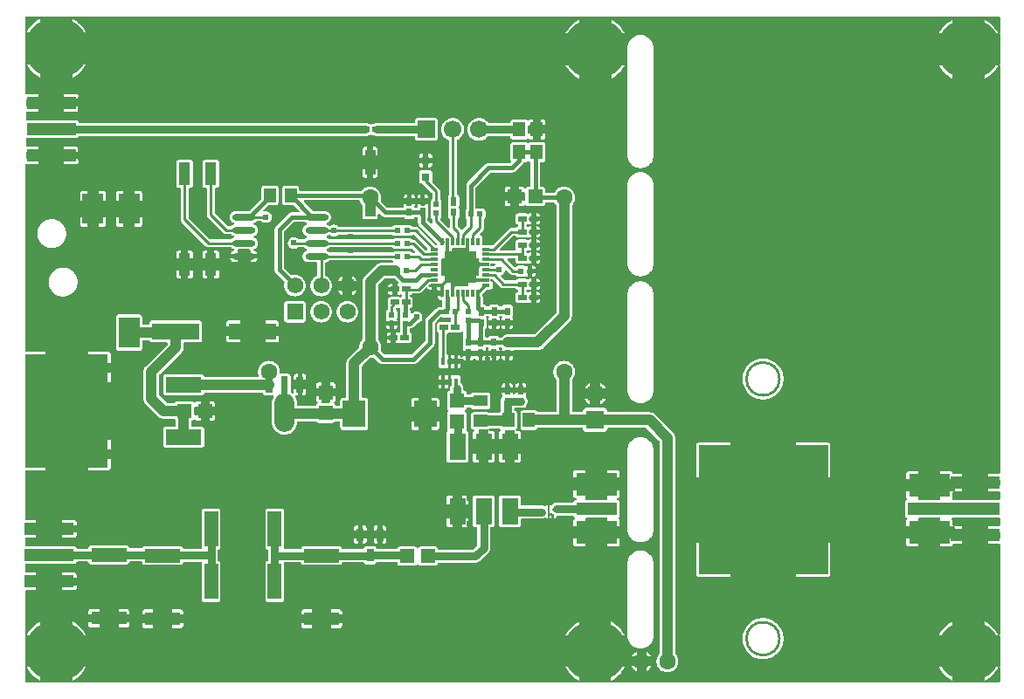
<source format=gtl>
G04 Layer: TopLayer*
G04 EasyEDA v6.5.51, 2025-10-24 11:51:23*
G04 97615f8f373a41e584ce2743ba089a90,41e67a4a1722464fbd0118792d3d5ae6,10*
G04 Gerber Generator version 0.2*
G04 Scale: 100 percent, Rotated: No, Reflected: No *
G04 Dimensions in millimeters *
G04 leading zeros omitted , absolute positions ,4 integer and 5 decimal *
%FSLAX45Y45*%
%MOMM*%

%AMMACRO1*21,1,$1,$2,0,0,$3*%
%ADD10C,0.4000*%
%ADD11C,0.2540*%
%ADD12C,1.2000*%
%ADD13C,1.0000*%
%ADD14C,0.7500*%
%ADD15C,0.3000*%
%ADD16C,0.8000*%
%ADD17C,0.2000*%
%ADD18C,0.0100*%
%ADD19R,12.5000X12.5000*%
%ADD20R,8.0000X11.0000*%
%ADD21R,1.2000X1.4000*%
%ADD22MACRO1,1.2X1.4X0.0000*%
%ADD23R,4.6000X1.6000*%
%ADD24MACRO1,1.35X1.41X-90.0000*%
%ADD25MACRO1,1.35X1.41X90.0000*%
%ADD26R,0.7000X1.2500*%
%ADD27R,2.0000X3.0000*%
%ADD28MACRO1,3.456X1.2825X90.0000*%
%ADD29MACRO1,3.456X1.2825X0.0000*%
%ADD30R,3.4560X1.2825*%
%ADD31R,0.2000X0.2750*%
%ADD32R,4.8000X1.2000*%
%ADD33R,1.6500X2.5400*%
%ADD34MACRO1,1.35X1.41X0.0000*%
%ADD35R,1.3500X1.4100*%
%ADD36MACRO1,2.592X2.185X90.0000*%
%ADD37R,2.1850X2.5920*%
%ADD38R,0.9800X2.4600*%
%ADD39R,1.3770X1.1325*%
%ADD40MACRO1,1.377X1.1325X0.0000*%
%ADD41MACRO1,1.377X1.1325X-90.0000*%
%ADD42MACRO1,1.377X1.1325X90.0000*%
%ADD43R,3.5000X1.5000*%
%ADD44R,0.6720X1.5750*%
%ADD45R,1.1000X2.2000*%
%ADD46O,2.250008X0.629996*%
%ADD47R,0.2997X0.8000*%
%ADD48R,0.8000X0.3000*%
%ADD49R,3.1000X3.1000*%
%ADD50R,0.3500X0.7800*%
%ADD51MACRO1,0.54X0.5656X90.0000*%
%ADD52MACRO1,0.54X0.7901X90.0000*%
%ADD53MACRO1,0.54X0.7901X-90.0000*%
%ADD54MACRO1,0.54X0.7901X0.0000*%
%ADD55R,0.5400X0.7901*%
%ADD56MACRO1,0.54X0.5656X0.0000*%
%ADD57R,0.5400X0.5657*%
%ADD58MACRO1,0.54X0.5656X-90.0000*%
%ADD59R,0.8000X0.8000*%
%ADD60R,4.0000X1.2000*%
%ADD61R,4.0000X2.2000*%
%ADD62R,1.7000X1.7000*%
%ADD63C,1.7000*%
%ADD64C,1.8000*%
%ADD65R,1.8000X1.8000*%
%ADD66C,1.6000*%
%ADD67C,1.5748*%
%ADD68R,1.5748X1.5748*%
%ADD69C,6.0000*%
%ADD70R,1.6000X1.6000*%
%ADD71C,0.6200*%

%LPD*%
G36*
X36068Y-9484055D02*
G01*
X32156Y-9483293D01*
X28905Y-9481108D01*
X26670Y-9477806D01*
X25908Y-9473895D01*
X25908Y-9342882D01*
X26822Y-9338614D01*
X29464Y-9335109D01*
X30632Y-9334500D01*
X28905Y-9333331D01*
X26670Y-9330080D01*
X25908Y-9326168D01*
X25908Y-9033814D01*
X26670Y-9029903D01*
X28905Y-9026601D01*
X30632Y-9025432D01*
X29464Y-9024823D01*
X26822Y-9021368D01*
X25908Y-9017101D01*
X25908Y-8601049D01*
X26670Y-8597188D01*
X28905Y-8593886D01*
X32156Y-8591702D01*
X36068Y-8590889D01*
X133654Y-8590889D01*
X133654Y-8541359D01*
X36068Y-8541359D01*
X32156Y-8540597D01*
X28905Y-8538362D01*
X26670Y-8535060D01*
X25908Y-8531199D01*
X25908Y-8478824D01*
X26670Y-8474913D01*
X28905Y-8471611D01*
X32156Y-8469426D01*
X36068Y-8468664D01*
X133654Y-8468664D01*
X133654Y-8419084D01*
X36068Y-8419084D01*
X32156Y-8418322D01*
X28905Y-8416137D01*
X26670Y-8412835D01*
X25908Y-8408924D01*
X25908Y-8346084D01*
X26670Y-8342172D01*
X28905Y-8338870D01*
X32156Y-8336686D01*
X36068Y-8335924D01*
X499414Y-8335924D01*
X505764Y-8335213D01*
X511200Y-8333282D01*
X516128Y-8330184D01*
X520192Y-8326120D01*
X523290Y-8321192D01*
X524103Y-8318804D01*
X526288Y-8315248D01*
X529640Y-8312810D01*
X533704Y-8311997D01*
X630732Y-8311997D01*
X634796Y-8312810D01*
X638149Y-8315248D01*
X640334Y-8318804D01*
X642112Y-8323935D01*
X645210Y-8328812D01*
X649274Y-8332927D01*
X654202Y-8335975D01*
X659638Y-8337905D01*
X665988Y-8338616D01*
X1010412Y-8338616D01*
X1016762Y-8337905D01*
X1022197Y-8335975D01*
X1027125Y-8332927D01*
X1031189Y-8328812D01*
X1034287Y-8323935D01*
X1036167Y-8318601D01*
X1038301Y-8315045D01*
X1041653Y-8312607D01*
X1045718Y-8311794D01*
X1151636Y-8311794D01*
X1155242Y-8312454D01*
X1158392Y-8314385D01*
X1160678Y-8317280D01*
X1161745Y-8320786D01*
X1161999Y-8323224D01*
X1163929Y-8328710D01*
X1166977Y-8333587D01*
X1171092Y-8337702D01*
X1175969Y-8340750D01*
X1181455Y-8342680D01*
X1187754Y-8343392D01*
X1532229Y-8343392D01*
X1538528Y-8342680D01*
X1544015Y-8340750D01*
X1548892Y-8337702D01*
X1553006Y-8333587D01*
X1556105Y-8328710D01*
X1559153Y-8318855D01*
X1561439Y-8315959D01*
X1564538Y-8314029D01*
X1568196Y-8313369D01*
X1732381Y-8313369D01*
X1736191Y-8314080D01*
X1739392Y-8316163D01*
X1741627Y-8319312D01*
X1742541Y-8323072D01*
X1741627Y-8327847D01*
X1740916Y-8334146D01*
X1740916Y-8678621D01*
X1741627Y-8684920D01*
X1743557Y-8690406D01*
X1746605Y-8695283D01*
X1750720Y-8699398D01*
X1755597Y-8702497D01*
X1761083Y-8704376D01*
X1767382Y-8705088D01*
X1894535Y-8705088D01*
X1900834Y-8704376D01*
X1906320Y-8702497D01*
X1911197Y-8699398D01*
X1915312Y-8695283D01*
X1918360Y-8690406D01*
X1920290Y-8684920D01*
X1921002Y-8678621D01*
X1921002Y-8334146D01*
X1920290Y-8327847D01*
X1918360Y-8322360D01*
X1915312Y-8317484D01*
X1911197Y-8313369D01*
X1906320Y-8310321D01*
X1901189Y-8308492D01*
X1897634Y-8306358D01*
X1895195Y-8303006D01*
X1894382Y-8298942D01*
X1894382Y-8203844D01*
X1895195Y-8199780D01*
X1897634Y-8196427D01*
X1901189Y-8194294D01*
X1906320Y-8192465D01*
X1911197Y-8189417D01*
X1915312Y-8185302D01*
X1918360Y-8180425D01*
X1920290Y-8174939D01*
X1921002Y-8168640D01*
X1921002Y-7824165D01*
X1920290Y-7817866D01*
X1918360Y-7812379D01*
X1915312Y-7807502D01*
X1911197Y-7803388D01*
X1906320Y-7800289D01*
X1900834Y-7798409D01*
X1894535Y-7797698D01*
X1767382Y-7797698D01*
X1761083Y-7798409D01*
X1755597Y-7800289D01*
X1750720Y-7803388D01*
X1746605Y-7807502D01*
X1743557Y-7812379D01*
X1741627Y-7817866D01*
X1740916Y-7824165D01*
X1740916Y-8168640D01*
X1741678Y-8175244D01*
X1741271Y-8179460D01*
X1739138Y-8183118D01*
X1735734Y-8185658D01*
X1731568Y-8186521D01*
X1566265Y-8186572D01*
X1562201Y-8185708D01*
X1558848Y-8183321D01*
X1556715Y-8179765D01*
X1556105Y-8178038D01*
X1553006Y-8173110D01*
X1548892Y-8169046D01*
X1544015Y-8165947D01*
X1538528Y-8164017D01*
X1532229Y-8163306D01*
X1187754Y-8163306D01*
X1181455Y-8164017D01*
X1175969Y-8165947D01*
X1171092Y-8169046D01*
X1166977Y-8173110D01*
X1161745Y-8181695D01*
X1158341Y-8184134D01*
X1154277Y-8184946D01*
X1045565Y-8184946D01*
X1041501Y-8184134D01*
X1038148Y-8181695D01*
X1036015Y-8178139D01*
X1034287Y-8173262D01*
X1031189Y-8168335D01*
X1027125Y-8164271D01*
X1022197Y-8161172D01*
X1016762Y-8159242D01*
X1010412Y-8158530D01*
X665988Y-8158530D01*
X659638Y-8159242D01*
X654202Y-8161172D01*
X649274Y-8164271D01*
X645210Y-8168335D01*
X642112Y-8173262D01*
X640334Y-8178342D01*
X638149Y-8181898D01*
X634796Y-8184337D01*
X630732Y-8185150D01*
X532739Y-8185150D01*
X529336Y-8184591D01*
X526288Y-8182864D01*
X524001Y-8180273D01*
X520141Y-8173821D01*
X516128Y-8169808D01*
X511200Y-8166709D01*
X505764Y-8164779D01*
X499414Y-8164068D01*
X36068Y-8164068D01*
X32156Y-8163306D01*
X28905Y-8161121D01*
X26670Y-8157819D01*
X25908Y-8153908D01*
X25908Y-8091068D01*
X26670Y-8087156D01*
X28905Y-8083854D01*
X32156Y-8081670D01*
X36068Y-8080908D01*
X133654Y-8080908D01*
X133654Y-8031327D01*
X36068Y-8031327D01*
X32156Y-8030565D01*
X28905Y-8028381D01*
X26670Y-8025079D01*
X25908Y-8021167D01*
X25908Y-7968792D01*
X26670Y-7964931D01*
X28905Y-7961630D01*
X32156Y-7959394D01*
X36068Y-7958632D01*
X133654Y-7958632D01*
X133654Y-7909102D01*
X36068Y-7909102D01*
X32156Y-7908290D01*
X28905Y-7906105D01*
X26670Y-7902803D01*
X25908Y-7898942D01*
X25908Y-7436053D01*
X26670Y-7432192D01*
X28905Y-7428890D01*
X32156Y-7426655D01*
X36068Y-7425893D01*
X223672Y-7425893D01*
X223672Y-7316317D01*
X176326Y-7316317D01*
X176326Y-7386066D01*
X175564Y-7389926D01*
X173380Y-7393228D01*
X170078Y-7395413D01*
X166166Y-7396225D01*
X93776Y-7396225D01*
X89916Y-7395413D01*
X86614Y-7393228D01*
X84429Y-7389926D01*
X83616Y-7386066D01*
X83616Y-7316317D01*
X36068Y-7316317D01*
X32156Y-7315555D01*
X28905Y-7313371D01*
X26670Y-7310069D01*
X25908Y-7306157D01*
X25908Y-7233818D01*
X26670Y-7229906D01*
X28905Y-7226604D01*
X32156Y-7224420D01*
X36068Y-7223658D01*
X83616Y-7223658D01*
X83616Y-7131354D01*
X36068Y-7131354D01*
X32156Y-7130542D01*
X28905Y-7128357D01*
X26670Y-7125055D01*
X25908Y-7121194D01*
X25908Y-6578803D01*
X26670Y-6574891D01*
X28905Y-6571589D01*
X32156Y-6569405D01*
X36068Y-6568643D01*
X83616Y-6568643D01*
X83616Y-6476339D01*
X36068Y-6476339D01*
X32156Y-6475577D01*
X28905Y-6473342D01*
X26670Y-6470040D01*
X25908Y-6466179D01*
X25908Y-6393789D01*
X26670Y-6389928D01*
X28905Y-6386626D01*
X32156Y-6384391D01*
X36068Y-6383629D01*
X83616Y-6383629D01*
X83616Y-6313932D01*
X84429Y-6310020D01*
X86614Y-6306718D01*
X89916Y-6304534D01*
X93776Y-6303772D01*
X166166Y-6303772D01*
X170078Y-6304534D01*
X173380Y-6306718D01*
X175564Y-6310020D01*
X176326Y-6313932D01*
X176326Y-6383629D01*
X223672Y-6383629D01*
X223672Y-6274104D01*
X36068Y-6274104D01*
X32156Y-6273292D01*
X28905Y-6271107D01*
X26670Y-6267805D01*
X25908Y-6263944D01*
X25908Y-4469434D01*
X26466Y-4466132D01*
X28041Y-4463237D01*
X30124Y-4460544D01*
X32664Y-4458208D01*
X35864Y-4456836D01*
X153060Y-4456734D01*
X153060Y-4407154D01*
X45466Y-4407154D01*
X41554Y-4406392D01*
X38252Y-4404207D01*
X36068Y-4400905D01*
X35306Y-4396994D01*
X35306Y-4344619D01*
X36068Y-4340758D01*
X38252Y-4337456D01*
X41554Y-4335221D01*
X45466Y-4334459D01*
X153060Y-4334459D01*
X153060Y-4284929D01*
X45466Y-4284929D01*
X41554Y-4284116D01*
X38252Y-4281932D01*
X36068Y-4278630D01*
X35306Y-4274769D01*
X35306Y-4211878D01*
X36068Y-4208018D01*
X38252Y-4204716D01*
X41554Y-4202480D01*
X45466Y-4201718D01*
X518820Y-4201718D01*
X525119Y-4201007D01*
X530606Y-4199128D01*
X535482Y-4196029D01*
X539597Y-4191914D01*
X541985Y-4188155D01*
X544220Y-4185615D01*
X547217Y-4183938D01*
X550570Y-4183379D01*
X3325063Y-4183379D01*
X3335934Y-4182516D01*
X3346094Y-4179925D01*
X3355644Y-4175709D01*
X3360115Y-4173321D01*
X3370732Y-4172204D01*
X3376625Y-4170121D01*
X3379978Y-4169562D01*
X3383330Y-4170121D01*
X3389223Y-4172204D01*
X3399282Y-4173220D01*
X3411626Y-4179112D01*
X3413709Y-4179874D01*
X3421684Y-4182059D01*
X3423818Y-4182465D01*
X3432048Y-4183329D01*
X3794861Y-4183379D01*
X3798722Y-4184142D01*
X3802024Y-4186377D01*
X3804259Y-4189679D01*
X3805021Y-4193540D01*
X3805021Y-4204309D01*
X3805732Y-4210608D01*
X3807612Y-4216095D01*
X3810711Y-4220972D01*
X3814826Y-4225086D01*
X3819702Y-4228185D01*
X3825189Y-4230065D01*
X3831488Y-4230776D01*
X4000347Y-4230776D01*
X4006646Y-4230065D01*
X4012133Y-4228185D01*
X4017010Y-4225086D01*
X4021124Y-4220972D01*
X4024223Y-4216095D01*
X4026103Y-4210608D01*
X4026814Y-4204309D01*
X4026814Y-4035450D01*
X4026103Y-4029151D01*
X4024223Y-4023664D01*
X4021124Y-4018787D01*
X4017010Y-4014673D01*
X4012133Y-4011574D01*
X4006646Y-4009694D01*
X4000347Y-4008983D01*
X3831488Y-4008983D01*
X3825189Y-4009694D01*
X3819702Y-4011574D01*
X3814826Y-4014673D01*
X3810711Y-4018787D01*
X3807612Y-4023664D01*
X3805732Y-4029151D01*
X3805021Y-4035450D01*
X3805021Y-4046423D01*
X3804259Y-4050284D01*
X3802024Y-4053586D01*
X3798722Y-4055821D01*
X3794861Y-4056583D01*
X3434791Y-4056583D01*
X3426409Y-4057091D01*
X3424275Y-4057396D01*
X3416198Y-4059275D01*
X3414115Y-4059936D01*
X3406698Y-4063034D01*
X3402076Y-4065727D01*
X3399586Y-4066743D01*
X3389223Y-4067810D01*
X3383330Y-4069842D01*
X3379978Y-4070451D01*
X3376625Y-4069842D01*
X3370732Y-4067810D01*
X3360115Y-4066641D01*
X3355644Y-4064254D01*
X3346094Y-4060037D01*
X3335934Y-4057497D01*
X3325063Y-4056583D01*
X554075Y-4056583D01*
X550011Y-4055719D01*
X546608Y-4053332D01*
X544474Y-4049776D01*
X542696Y-4044594D01*
X539597Y-4039717D01*
X535482Y-4035602D01*
X530606Y-4032554D01*
X525119Y-4030624D01*
X518820Y-4029913D01*
X45466Y-4029913D01*
X41554Y-4029151D01*
X38252Y-4026915D01*
X36068Y-4023614D01*
X35306Y-4019753D01*
X35306Y-3956862D01*
X36068Y-3953001D01*
X38252Y-3949700D01*
X41554Y-3947515D01*
X45466Y-3946702D01*
X153060Y-3946702D01*
X153060Y-3897172D01*
X45466Y-3897172D01*
X41554Y-3896410D01*
X38252Y-3894175D01*
X36068Y-3890873D01*
X35306Y-3887012D01*
X35306Y-3834637D01*
X36068Y-3830726D01*
X38252Y-3827424D01*
X41554Y-3825240D01*
X45466Y-3824478D01*
X153060Y-3824478D01*
X153060Y-3774897D01*
X39979Y-3774897D01*
X36423Y-3774744D01*
X33324Y-3773525D01*
X30835Y-3771392D01*
X28295Y-3768394D01*
X26517Y-3765346D01*
X25908Y-3761841D01*
X25908Y-3492855D01*
X26822Y-3488588D01*
X29464Y-3485134D01*
X30632Y-3484524D01*
X28905Y-3483356D01*
X26670Y-3480054D01*
X25908Y-3476193D01*
X25908Y-3183788D01*
X26670Y-3179927D01*
X28905Y-3176625D01*
X30632Y-3175457D01*
X29464Y-3174847D01*
X26822Y-3171393D01*
X25908Y-3167126D01*
X25908Y-3036062D01*
X26670Y-3032150D01*
X28905Y-3028899D01*
X32156Y-3026664D01*
X36068Y-3025902D01*
X167436Y-3025902D01*
X171805Y-3026867D01*
X175310Y-3029610D01*
X179933Y-3026664D01*
X183794Y-3025902D01*
X476199Y-3025902D01*
X480059Y-3026664D01*
X483362Y-3028899D01*
X484327Y-3030321D01*
X484784Y-3029508D01*
X488238Y-3026867D01*
X492556Y-3025902D01*
X9463938Y-3025902D01*
X9467799Y-3026664D01*
X9471101Y-3028899D01*
X9473285Y-3032150D01*
X9474098Y-3036062D01*
X9474098Y-3177590D01*
X9473082Y-3181908D01*
X9470390Y-3185414D01*
X9473285Y-3189935D01*
X9474098Y-3193796D01*
X9474098Y-3486200D01*
X9473285Y-3490061D01*
X9470390Y-3494582D01*
X9473082Y-3498087D01*
X9474098Y-3502406D01*
X9474098Y-7448905D01*
X9473285Y-7452766D01*
X9471101Y-7456068D01*
X9467799Y-7458303D01*
X9463938Y-7459065D01*
X9356344Y-7459065D01*
X9356344Y-7508595D01*
X9463938Y-7508595D01*
X9467799Y-7509408D01*
X9471101Y-7511592D01*
X9473285Y-7514894D01*
X9474098Y-7518755D01*
X9474098Y-7571181D01*
X9473285Y-7575042D01*
X9471101Y-7578344D01*
X9467799Y-7580528D01*
X9463938Y-7581341D01*
X9356344Y-7581341D01*
X9356344Y-7630871D01*
X9463938Y-7630871D01*
X9467799Y-7631633D01*
X9471101Y-7633868D01*
X9473285Y-7637170D01*
X9474098Y-7641031D01*
X9474098Y-7703921D01*
X9473285Y-7707782D01*
X9471101Y-7711084D01*
X9467799Y-7713268D01*
X9463938Y-7714081D01*
X9019184Y-7714081D01*
X9015018Y-7713167D01*
X9011564Y-7710576D01*
X9009481Y-7706817D01*
X9009126Y-7702550D01*
X9010599Y-7698486D01*
X9013190Y-7694422D01*
X9015069Y-7688935D01*
X9015780Y-7682636D01*
X9015780Y-7641031D01*
X9016593Y-7637170D01*
X9018320Y-7634528D01*
X8896248Y-7634528D01*
X8896248Y-7705344D01*
X8895486Y-7709255D01*
X8893302Y-7712557D01*
X8890000Y-7714742D01*
X8886139Y-7715503D01*
X8796426Y-7715859D01*
X8693708Y-7715859D01*
X8689797Y-7715097D01*
X8686495Y-7712913D01*
X8684310Y-7709611D01*
X8683548Y-7705699D01*
X8683548Y-7634528D01*
X8563965Y-7634528D01*
X8563965Y-7682636D01*
X8564676Y-7688935D01*
X8566607Y-7694422D01*
X8569706Y-7699298D01*
X8571534Y-7701127D01*
X8573770Y-7704531D01*
X8574481Y-7708544D01*
X8573566Y-7712506D01*
X8571179Y-7715808D01*
X8567674Y-7717891D01*
X8565997Y-7718501D01*
X8561070Y-7721600D01*
X8557006Y-7725664D01*
X8553907Y-7730591D01*
X8551976Y-7736027D01*
X8551265Y-7742377D01*
X8551265Y-7861198D01*
X8551976Y-7867548D01*
X8553907Y-7872984D01*
X8557006Y-7877911D01*
X8561070Y-7881975D01*
X8565997Y-7885074D01*
X8567674Y-7885684D01*
X8571179Y-7887766D01*
X8573566Y-7891068D01*
X8574481Y-7895031D01*
X8573770Y-7899044D01*
X8571534Y-7902448D01*
X8569706Y-7904276D01*
X8566607Y-7909153D01*
X8564676Y-7914640D01*
X8563965Y-7920939D01*
X8563965Y-7969046D01*
X8683548Y-7969046D01*
X8683548Y-7897875D01*
X8684310Y-7893964D01*
X8686495Y-7890662D01*
X8689797Y-7888478D01*
X8693708Y-7887716D01*
X8886088Y-7887716D01*
X8889949Y-7888478D01*
X8893251Y-7890662D01*
X8895486Y-7893964D01*
X8896248Y-7897875D01*
X8896248Y-7969046D01*
X9025788Y-7969046D01*
X9022080Y-7968284D01*
X9018778Y-7966100D01*
X9016593Y-7962798D01*
X9015780Y-7958886D01*
X9015780Y-7920939D01*
X9015069Y-7914640D01*
X9013190Y-7909153D01*
X9007805Y-7900873D01*
X9007043Y-7897012D01*
X9007805Y-7893100D01*
X9009989Y-7889849D01*
X9013240Y-7887614D01*
X9017152Y-7886852D01*
X9231985Y-7885887D01*
X9463938Y-7885887D01*
X9467799Y-7886649D01*
X9471101Y-7888833D01*
X9473285Y-7892135D01*
X9474098Y-7896047D01*
X9474098Y-7958886D01*
X9473285Y-7962798D01*
X9471101Y-7966100D01*
X9467799Y-7968284D01*
X9463938Y-7969046D01*
X9356344Y-7969046D01*
X9356344Y-8018627D01*
X9463938Y-8018627D01*
X9467799Y-8019389D01*
X9471101Y-8021624D01*
X9473285Y-8024875D01*
X9474098Y-8028787D01*
X9474098Y-8081162D01*
X9473285Y-8085074D01*
X9471101Y-8088325D01*
X9467799Y-8090560D01*
X9463938Y-8091322D01*
X9356344Y-8091322D01*
X9356344Y-8140903D01*
X9463938Y-8140903D01*
X9467799Y-8141665D01*
X9471101Y-8143849D01*
X9473285Y-8147151D01*
X9474098Y-8151063D01*
X9474098Y-9017558D01*
X9473082Y-9021927D01*
X9470390Y-9025382D01*
X9473285Y-9029903D01*
X9474098Y-9033814D01*
X9474098Y-9326168D01*
X9473285Y-9330080D01*
X9470390Y-9334550D01*
X9473082Y-9338056D01*
X9474098Y-9342374D01*
X9474098Y-9473895D01*
X9473285Y-9477806D01*
X9471101Y-9481108D01*
X9467799Y-9483293D01*
X9463938Y-9484055D01*
X9332518Y-9484055D01*
X9328200Y-9483140D01*
X9324746Y-9480448D01*
X9324289Y-9479635D01*
X9323374Y-9481108D01*
X9320072Y-9483293D01*
X9316161Y-9484055D01*
X9023807Y-9484055D01*
X9019895Y-9483293D01*
X9015272Y-9480346D01*
X9011767Y-9483090D01*
X9007449Y-9484055D01*
X5712155Y-9484055D01*
X5707837Y-9483140D01*
X5704332Y-9480448D01*
X5703925Y-9479635D01*
X5702960Y-9481108D01*
X5699658Y-9483293D01*
X5695797Y-9484055D01*
X5403392Y-9484055D01*
X5399532Y-9483293D01*
X5394909Y-9480346D01*
X5391404Y-9483090D01*
X5387035Y-9484055D01*
X492506Y-9484055D01*
X488238Y-9483140D01*
X484733Y-9480448D01*
X484327Y-9479635D01*
X483362Y-9481108D01*
X480059Y-9483293D01*
X476199Y-9484055D01*
X183794Y-9484055D01*
X179933Y-9483293D01*
X175310Y-9480346D01*
X171805Y-9483090D01*
X167436Y-9484055D01*
G37*

%LPC*%
G36*
X9013647Y-9466173D02*
G01*
X9013647Y-9336328D01*
X8884107Y-9336328D01*
X8884615Y-9337446D01*
X8897670Y-9359087D01*
X8912402Y-9379610D01*
X8928658Y-9398965D01*
X8946337Y-9417050D01*
X8965387Y-9433661D01*
X8985656Y-9448749D01*
X9007043Y-9462211D01*
X9012174Y-9464903D01*
G37*
G36*
X5393232Y-9466173D02*
G01*
X5393232Y-9336328D01*
X5263692Y-9336328D01*
X5277307Y-9359087D01*
X5291988Y-9379610D01*
X5308244Y-9399016D01*
X5325973Y-9417050D01*
X5344972Y-9433661D01*
X5365242Y-9448749D01*
X5386628Y-9462211D01*
X5391759Y-9464903D01*
G37*
G36*
X173634Y-9466173D02*
G01*
X173634Y-9336328D01*
X43535Y-9336328D01*
X44754Y-9337598D01*
X57708Y-9359087D01*
X72390Y-9379610D01*
X88646Y-9398965D01*
X106375Y-9417050D01*
X125374Y-9433661D01*
X145643Y-9448749D01*
X167030Y-9462211D01*
X172161Y-9464903D01*
G37*
G36*
X486359Y-9466122D02*
G01*
X487426Y-9465106D01*
X503783Y-9455708D01*
X524611Y-9441383D01*
X544271Y-9425533D01*
X562660Y-9408160D01*
X579628Y-9389465D01*
X595122Y-9369501D01*
X609041Y-9348368D01*
X615645Y-9336328D01*
X486359Y-9336328D01*
G37*
G36*
X5705957Y-9466122D02*
G01*
X5707075Y-9465106D01*
X5723382Y-9455708D01*
X5744210Y-9441383D01*
X5763869Y-9425533D01*
X5782259Y-9408210D01*
X5799226Y-9389465D01*
X5814720Y-9369501D01*
X5828639Y-9348368D01*
X5835243Y-9336328D01*
X5705957Y-9336328D01*
G37*
G36*
X9326321Y-9466122D02*
G01*
X9327438Y-9465106D01*
X9343745Y-9455708D01*
X9364573Y-9441383D01*
X9384284Y-9425533D01*
X9402673Y-9408160D01*
X9419640Y-9389465D01*
X9435134Y-9369501D01*
X9449003Y-9348368D01*
X9454997Y-9337497D01*
X9456013Y-9336328D01*
X9326321Y-9336328D01*
G37*
G36*
X6249974Y-9385858D02*
G01*
X6263792Y-9384944D01*
X6277406Y-9382252D01*
X6290513Y-9377832D01*
X6302908Y-9371685D01*
X6314440Y-9363964D01*
X6324854Y-9354870D01*
X6333998Y-9344456D01*
X6341668Y-9332925D01*
X6347815Y-9320479D01*
X6352286Y-9307372D01*
X6354978Y-9293809D01*
X6355892Y-9279991D01*
X6354978Y-9266174D01*
X6352286Y-9252559D01*
X6347815Y-9239453D01*
X6341668Y-9227058D01*
X6333998Y-9215526D01*
X6328359Y-9209074D01*
X6326479Y-9205976D01*
X6325819Y-9202369D01*
X6325768Y-7107326D01*
X6324955Y-7098487D01*
X6324549Y-7096048D01*
X6322415Y-7087412D01*
X6321653Y-7085075D01*
X6318250Y-7076846D01*
X6317132Y-7074662D01*
X6312509Y-7067042D01*
X6305448Y-7058202D01*
X6131763Y-6884517D01*
X6122924Y-6877456D01*
X6115304Y-6872833D01*
X6113119Y-6871716D01*
X6104890Y-6868312D01*
X6102553Y-6867550D01*
X6093917Y-6865416D01*
X6091478Y-6865010D01*
X6082639Y-6864197D01*
X5676036Y-6864146D01*
X5672175Y-6863384D01*
X5668873Y-6861149D01*
X5666689Y-6857847D01*
X5665876Y-6853986D01*
X5665876Y-6847535D01*
X5665165Y-6841236D01*
X5663285Y-6835749D01*
X5660186Y-6830872D01*
X5656122Y-6826758D01*
X5651195Y-6823709D01*
X5645759Y-6821779D01*
X5639409Y-6821068D01*
X5460542Y-6821068D01*
X5454243Y-6821779D01*
X5448757Y-6823709D01*
X5443880Y-6826758D01*
X5439765Y-6830872D01*
X5436717Y-6835749D01*
X5434787Y-6841236D01*
X5434076Y-6847535D01*
X5434076Y-6853986D01*
X5433314Y-6857847D01*
X5431129Y-6861149D01*
X5427827Y-6863384D01*
X5423916Y-6864146D01*
X5336082Y-6864146D01*
X5332171Y-6863384D01*
X5328869Y-6861149D01*
X5326684Y-6857847D01*
X5325922Y-6853986D01*
X5325922Y-6547205D01*
X5326583Y-6543649D01*
X5328412Y-6540500D01*
X5333949Y-6534251D01*
X5341620Y-6522720D01*
X5347766Y-6510274D01*
X5352237Y-6497167D01*
X5354929Y-6483604D01*
X5355844Y-6469786D01*
X5354929Y-6455968D01*
X5352237Y-6442354D01*
X5347766Y-6429248D01*
X5341620Y-6416852D01*
X5333949Y-6405321D01*
X5324805Y-6394907D01*
X5314391Y-6385763D01*
X5302859Y-6378092D01*
X5290464Y-6371945D01*
X5277358Y-6367475D01*
X5263743Y-6364782D01*
X5249926Y-6363868D01*
X5236108Y-6364782D01*
X5222544Y-6367475D01*
X5209438Y-6371945D01*
X5196992Y-6378092D01*
X5185460Y-6385763D01*
X5175046Y-6394907D01*
X5165953Y-6405321D01*
X5158232Y-6416852D01*
X5152136Y-6429248D01*
X5147665Y-6442354D01*
X5144973Y-6455968D01*
X5144058Y-6469786D01*
X5144973Y-6483604D01*
X5147665Y-6497167D01*
X5152136Y-6510274D01*
X5158232Y-6522720D01*
X5165953Y-6534251D01*
X5171592Y-6540652D01*
X5173421Y-6543802D01*
X5174081Y-6547357D01*
X5174081Y-6853986D01*
X5173319Y-6857847D01*
X5171135Y-6861149D01*
X5167833Y-6863384D01*
X5163921Y-6864146D01*
X4998161Y-6864146D01*
X4994808Y-6863588D01*
X4991811Y-6861911D01*
X4989576Y-6859371D01*
X4986832Y-6855002D01*
X4982718Y-6850938D01*
X4977841Y-6847840D01*
X4972354Y-6845960D01*
X4966055Y-6845249D01*
X4853940Y-6845249D01*
X4847640Y-6845960D01*
X4842154Y-6847840D01*
X4837277Y-6850938D01*
X4833162Y-6855002D01*
X4830064Y-6859930D01*
X4828184Y-6865366D01*
X4827473Y-6871716D01*
X4827473Y-7008266D01*
X4828184Y-7014565D01*
X4830064Y-7020052D01*
X4833162Y-7024928D01*
X4837277Y-7029043D01*
X4842154Y-7032142D01*
X4847640Y-7034022D01*
X4853940Y-7034733D01*
X4966055Y-7034733D01*
X4972354Y-7034022D01*
X4977841Y-7032142D01*
X4982718Y-7029043D01*
X4986832Y-7024928D01*
X4989474Y-7020712D01*
X4991760Y-7018172D01*
X4994757Y-7016496D01*
X4998110Y-7015937D01*
X5423916Y-7015937D01*
X5427573Y-7016648D01*
X5430723Y-7018578D01*
X5433009Y-7021525D01*
X5434025Y-7025081D01*
X5434787Y-7032802D01*
X5436717Y-7038187D01*
X5439765Y-7043115D01*
X5443880Y-7047179D01*
X5448757Y-7050278D01*
X5454243Y-7052157D01*
X5460542Y-7052919D01*
X5639409Y-7052919D01*
X5645759Y-7052157D01*
X5651195Y-7050278D01*
X5656122Y-7047179D01*
X5660186Y-7043115D01*
X5663285Y-7038187D01*
X5665165Y-7032802D01*
X5665927Y-7025081D01*
X5666994Y-7021525D01*
X5669229Y-7018578D01*
X5672429Y-7016648D01*
X5676036Y-7015937D01*
X6044336Y-7015937D01*
X6048248Y-7016699D01*
X6051550Y-7018934D01*
X6171031Y-7138416D01*
X6173266Y-7141718D01*
X6174028Y-7145629D01*
X6174028Y-9202521D01*
X6173368Y-9206128D01*
X6171488Y-9209227D01*
X6166002Y-9215526D01*
X6158280Y-9227058D01*
X6152184Y-9239453D01*
X6147714Y-9252559D01*
X6145022Y-9266174D01*
X6144107Y-9279991D01*
X6145022Y-9293809D01*
X6147714Y-9307372D01*
X6152184Y-9320479D01*
X6158280Y-9332925D01*
X6166002Y-9344456D01*
X6175095Y-9354870D01*
X6185509Y-9363964D01*
X6197041Y-9371685D01*
X6209487Y-9377832D01*
X6222593Y-9382252D01*
X6236157Y-9384944D01*
G37*
G36*
X5953658Y-9374936D02*
G01*
X5953658Y-9326321D01*
X5905042Y-9326321D01*
X5908294Y-9332925D01*
X5915964Y-9344456D01*
X5925108Y-9354870D01*
X5935522Y-9363964D01*
X5947054Y-9371685D01*
G37*
G36*
X6046317Y-9374936D02*
G01*
X6052921Y-9371685D01*
X6064453Y-9363964D01*
X6074867Y-9354870D01*
X6084011Y-9344456D01*
X6091682Y-9332925D01*
X6094933Y-9326321D01*
X6046317Y-9326321D01*
G37*
G36*
X7177024Y-9258554D02*
G01*
X7196480Y-9257588D01*
X7215733Y-9254744D01*
X7234631Y-9250019D01*
X7253020Y-9243466D01*
X7270597Y-9235135D01*
X7287310Y-9225076D01*
X7303008Y-9213494D01*
X7317435Y-9200388D01*
X7330490Y-9185960D01*
X7342124Y-9170314D01*
X7352131Y-9153601D01*
X7360462Y-9135973D01*
X7367016Y-9117634D01*
X7371791Y-9098737D01*
X7374636Y-9079433D01*
X7375601Y-9059976D01*
X7374636Y-9040520D01*
X7371791Y-9021216D01*
X7367016Y-9002318D01*
X7360462Y-8983980D01*
X7352131Y-8966352D01*
X7342124Y-8949639D01*
X7330490Y-8933992D01*
X7317435Y-8919565D01*
X7303008Y-8906459D01*
X7287310Y-8894876D01*
X7270597Y-8884818D01*
X7253020Y-8876487D01*
X7234631Y-8869934D01*
X7215733Y-8865209D01*
X7196480Y-8862364D01*
X7177024Y-8861399D01*
X7157516Y-8862364D01*
X7138263Y-8865209D01*
X7119366Y-8869934D01*
X7100976Y-8876487D01*
X7083399Y-8884818D01*
X7066686Y-8894876D01*
X7050989Y-8906459D01*
X7036562Y-8919565D01*
X7023506Y-8933992D01*
X7011873Y-8949639D01*
X7001865Y-8966352D01*
X6993534Y-8983980D01*
X6986981Y-9002318D01*
X6982206Y-9021216D01*
X6979361Y-9040520D01*
X6978396Y-9059976D01*
X6979361Y-9079433D01*
X6982206Y-9098737D01*
X6986981Y-9117634D01*
X6993534Y-9135973D01*
X7001865Y-9153601D01*
X7011873Y-9170314D01*
X7023506Y-9185960D01*
X7036562Y-9200388D01*
X7050989Y-9213494D01*
X7066686Y-9225076D01*
X7083399Y-9235135D01*
X7100976Y-9243466D01*
X7119366Y-9250019D01*
X7138263Y-9254744D01*
X7157516Y-9257588D01*
G37*
G36*
X6046317Y-9233611D02*
G01*
X6094933Y-9233611D01*
X6091682Y-9227058D01*
X6084011Y-9215526D01*
X6074867Y-9205112D01*
X6064453Y-9195968D01*
X6052921Y-9188297D01*
X6046317Y-9185046D01*
G37*
G36*
X5905042Y-9233611D02*
G01*
X5953658Y-9233611D01*
X5953658Y-9185046D01*
X5947054Y-9188297D01*
X5935522Y-9195968D01*
X5925108Y-9205112D01*
X5915964Y-9215526D01*
X5908294Y-9227058D01*
G37*
G36*
X5984341Y-9154922D02*
G01*
X5996432Y-9154922D01*
X6004052Y-9154160D01*
X6013551Y-9152839D01*
X6017514Y-9152026D01*
X6030112Y-9148521D01*
X6033922Y-9147200D01*
X6045911Y-9142018D01*
X6049518Y-9140139D01*
X6060694Y-9133382D01*
X6063996Y-9131046D01*
X6074156Y-9122867D01*
X6077102Y-9120124D01*
X6086043Y-9110573D01*
X6088634Y-9107474D01*
X6096203Y-9096806D01*
X6098336Y-9093403D01*
X6104382Y-9081820D01*
X6106007Y-9078112D01*
X6110478Y-9065818D01*
X6111595Y-9061958D01*
X6114288Y-9049156D01*
X6114897Y-9045143D01*
X6115964Y-9029750D01*
X6115964Y-8330234D01*
X6115050Y-8314893D01*
X6114542Y-8310880D01*
X6111951Y-8297976D01*
X6110884Y-8294014D01*
X6106515Y-8281568D01*
X6104940Y-8277859D01*
X6098895Y-8266074D01*
X6096812Y-8262620D01*
X6089243Y-8251799D01*
X6086703Y-8248650D01*
X6077762Y-8238947D01*
X6074765Y-8236153D01*
X6064554Y-8227822D01*
X6061252Y-8225434D01*
X6050026Y-8218576D01*
X6046419Y-8216696D01*
X6034328Y-8211413D01*
X6030468Y-8210042D01*
X6017768Y-8206435D01*
X6013805Y-8205622D01*
X6000750Y-8203793D01*
X5996686Y-8203539D01*
X5983478Y-8203539D01*
X5979414Y-8203793D01*
X5966358Y-8205622D01*
X5962396Y-8206435D01*
X5949696Y-8209991D01*
X5945835Y-8211362D01*
X5933744Y-8216646D01*
X5930138Y-8218525D01*
X5918911Y-8225383D01*
X5915558Y-8227771D01*
X5905347Y-8236102D01*
X5902401Y-8238896D01*
X5893409Y-8248599D01*
X5890869Y-8251748D01*
X5883300Y-8262569D01*
X5881217Y-8266023D01*
X5875223Y-8277758D01*
X5873597Y-8281517D01*
X5869228Y-8293963D01*
X5868162Y-8297875D01*
X5865571Y-8310829D01*
X5865063Y-8314690D01*
X5864098Y-8330285D01*
X5864148Y-9029598D01*
X5865215Y-9045194D01*
X5865774Y-9049156D01*
X5868517Y-9061958D01*
X5869635Y-9065818D01*
X5874054Y-9078112D01*
X5875680Y-9081820D01*
X5881725Y-9093250D01*
X5885434Y-9098991D01*
X5891479Y-9107474D01*
X5894019Y-9110573D01*
X5903010Y-9120124D01*
X5905957Y-9122867D01*
X5916117Y-9131046D01*
X5919419Y-9133382D01*
X5930595Y-9140139D01*
X5934202Y-9142018D01*
X5946190Y-9147200D01*
X5950000Y-9148521D01*
X5962599Y-9152026D01*
X5966510Y-9152839D01*
X5979414Y-9154617D01*
G37*
G36*
X486359Y-9023654D02*
G01*
X615645Y-9023654D01*
X609041Y-9011564D01*
X595122Y-8990482D01*
X579628Y-8970518D01*
X562660Y-8951772D01*
X544271Y-8934450D01*
X524611Y-8918549D01*
X503783Y-8904274D01*
X486359Y-8894216D01*
G37*
G36*
X5705957Y-9023654D02*
G01*
X5835243Y-9023654D01*
X5828639Y-9011615D01*
X5814720Y-8990482D01*
X5799226Y-8970518D01*
X5782259Y-8951772D01*
X5763869Y-8934450D01*
X5744210Y-8918600D01*
X5723382Y-8904274D01*
X5705957Y-8894216D01*
G37*
G36*
X5263692Y-9023654D02*
G01*
X5393232Y-9023654D01*
X5393232Y-8894267D01*
X5386628Y-8897772D01*
X5365242Y-8911234D01*
X5344972Y-8926322D01*
X5325973Y-8942933D01*
X5308244Y-8960967D01*
X5291988Y-8980322D01*
X5277307Y-9000896D01*
G37*
G36*
X8884107Y-9023654D02*
G01*
X9013647Y-9023654D01*
X9013647Y-8894267D01*
X9007043Y-8897721D01*
X8985656Y-8911234D01*
X8965387Y-8926322D01*
X8946337Y-8942933D01*
X8928658Y-8960967D01*
X8912402Y-8980322D01*
X8897670Y-9000896D01*
X8884615Y-9022537D01*
G37*
G36*
X9326321Y-9023654D02*
G01*
X9456013Y-9023654D01*
X9454997Y-9022486D01*
X9449003Y-9011564D01*
X9435134Y-8990482D01*
X9419640Y-8970518D01*
X9402673Y-8951772D01*
X9384284Y-8934450D01*
X9364573Y-8918549D01*
X9343745Y-8904274D01*
X9326321Y-8894216D01*
G37*
G36*
X43535Y-9023654D02*
G01*
X173634Y-9023654D01*
X173634Y-8894267D01*
X167030Y-8897721D01*
X145643Y-8911234D01*
X125374Y-8926322D01*
X106375Y-8942933D01*
X88646Y-8960967D01*
X72390Y-8980322D01*
X57708Y-9000896D01*
X44754Y-9022334D01*
G37*
G36*
X1187754Y-8956649D02*
G01*
X1267256Y-8956649D01*
X1267256Y-8905036D01*
X1161288Y-8905036D01*
X1161288Y-8930182D01*
X1161999Y-8936482D01*
X1163929Y-8941968D01*
X1166977Y-8946845D01*
X1171092Y-8950960D01*
X1175969Y-8954008D01*
X1181455Y-8955938D01*
G37*
G36*
X1452727Y-8956649D02*
G01*
X1532229Y-8956649D01*
X1538528Y-8955938D01*
X1544015Y-8954008D01*
X1548892Y-8950960D01*
X1553006Y-8946845D01*
X1556105Y-8941968D01*
X1557985Y-8936482D01*
X1558696Y-8930182D01*
X1558696Y-8905036D01*
X1452727Y-8905036D01*
G37*
G36*
X2992729Y-8956649D02*
G01*
X3072231Y-8956649D01*
X3078530Y-8955938D01*
X3084017Y-8954008D01*
X3088894Y-8950960D01*
X3093008Y-8946845D01*
X3096056Y-8941968D01*
X3097987Y-8936482D01*
X3098698Y-8930182D01*
X3098698Y-8905036D01*
X2992729Y-8905036D01*
G37*
G36*
X2727756Y-8956649D02*
G01*
X2807258Y-8956649D01*
X2807258Y-8905036D01*
X2701290Y-8905036D01*
X2701290Y-8930182D01*
X2702001Y-8936482D01*
X2703931Y-8941968D01*
X2706979Y-8946845D01*
X2711094Y-8950960D01*
X2715971Y-8954008D01*
X2721457Y-8955938D01*
G37*
G36*
X665988Y-8951874D02*
G01*
X745439Y-8951874D01*
X745439Y-8900261D01*
X639470Y-8900261D01*
X639470Y-8925407D01*
X640181Y-8931706D01*
X642112Y-8937193D01*
X645210Y-8942070D01*
X649274Y-8946184D01*
X654202Y-8949232D01*
X659638Y-8951163D01*
G37*
G36*
X930960Y-8951874D02*
G01*
X1010412Y-8951874D01*
X1016762Y-8951163D01*
X1022197Y-8949232D01*
X1027125Y-8946184D01*
X1031189Y-8942070D01*
X1034287Y-8937193D01*
X1036167Y-8931706D01*
X1036878Y-8925407D01*
X1036878Y-8900261D01*
X930960Y-8900261D01*
G37*
G36*
X1161288Y-8828176D02*
G01*
X1267256Y-8828176D01*
X1267256Y-8776563D01*
X1187754Y-8776563D01*
X1181455Y-8777274D01*
X1175969Y-8779205D01*
X1171092Y-8782253D01*
X1166977Y-8786368D01*
X1163929Y-8791244D01*
X1161999Y-8796731D01*
X1161288Y-8803030D01*
G37*
G36*
X1452727Y-8828176D02*
G01*
X1558696Y-8828176D01*
X1558696Y-8803030D01*
X1557985Y-8796731D01*
X1556105Y-8791244D01*
X1553006Y-8786368D01*
X1548892Y-8782253D01*
X1544015Y-8779205D01*
X1538528Y-8777274D01*
X1532229Y-8776563D01*
X1452727Y-8776563D01*
G37*
G36*
X2701290Y-8828176D02*
G01*
X2807258Y-8828176D01*
X2807258Y-8776563D01*
X2727756Y-8776563D01*
X2721457Y-8777274D01*
X2715971Y-8779205D01*
X2711094Y-8782253D01*
X2706979Y-8786368D01*
X2703931Y-8791244D01*
X2702001Y-8796731D01*
X2701290Y-8803030D01*
G37*
G36*
X2992729Y-8828176D02*
G01*
X3098698Y-8828176D01*
X3098698Y-8803030D01*
X3097987Y-8796731D01*
X3096056Y-8791244D01*
X3093008Y-8786368D01*
X3088894Y-8782253D01*
X3084017Y-8779205D01*
X3078530Y-8777274D01*
X3072231Y-8776563D01*
X2992729Y-8776563D01*
G37*
G36*
X639470Y-8823401D02*
G01*
X745439Y-8823401D01*
X745439Y-8771788D01*
X665988Y-8771788D01*
X659638Y-8772499D01*
X654202Y-8774430D01*
X649274Y-8777478D01*
X645210Y-8781592D01*
X642112Y-8786469D01*
X640181Y-8791956D01*
X639470Y-8798255D01*
G37*
G36*
X930960Y-8823401D02*
G01*
X1036878Y-8823401D01*
X1036878Y-8798255D01*
X1036167Y-8791956D01*
X1034287Y-8786469D01*
X1031189Y-8781592D01*
X1027125Y-8777478D01*
X1022197Y-8774430D01*
X1016762Y-8772499D01*
X1010412Y-8771788D01*
X930960Y-8771788D01*
G37*
G36*
X2380640Y-8705088D02*
G01*
X2507742Y-8705088D01*
X2514092Y-8704376D01*
X2519527Y-8702497D01*
X2524455Y-8699398D01*
X2528519Y-8695283D01*
X2531618Y-8690406D01*
X2533548Y-8684920D01*
X2534259Y-8678621D01*
X2534259Y-8334146D01*
X2533548Y-8328050D01*
X2533954Y-8323834D01*
X2536088Y-8320125D01*
X2539492Y-8317636D01*
X2543657Y-8316772D01*
X2692501Y-8316772D01*
X2696565Y-8317585D01*
X2699969Y-8320024D01*
X2702102Y-8323580D01*
X2703931Y-8328710D01*
X2706979Y-8333587D01*
X2711094Y-8337702D01*
X2715971Y-8340750D01*
X2721457Y-8342680D01*
X2727756Y-8343392D01*
X3072231Y-8343392D01*
X3078530Y-8342680D01*
X3084017Y-8340750D01*
X3088894Y-8337702D01*
X3093008Y-8333587D01*
X3096056Y-8328710D01*
X3097885Y-8323580D01*
X3100019Y-8320024D01*
X3103422Y-8317585D01*
X3107486Y-8316772D01*
X3302101Y-8316772D01*
X3306114Y-8317585D01*
X3309518Y-8320024D01*
X3314801Y-8328609D01*
X3318865Y-8332673D01*
X3323793Y-8335772D01*
X3329228Y-8337651D01*
X3335578Y-8338362D01*
X3404412Y-8338362D01*
X3410762Y-8337651D01*
X3416198Y-8335772D01*
X3421126Y-8332673D01*
X3425190Y-8328609D01*
X3428288Y-8323681D01*
X3429508Y-8320176D01*
X3431641Y-8316620D01*
X3435045Y-8314232D01*
X3439109Y-8313369D01*
X3623411Y-8313369D01*
X3627323Y-8314131D01*
X3630625Y-8316366D01*
X3632809Y-8319668D01*
X3633571Y-8323529D01*
X3633571Y-8326932D01*
X3634282Y-8333231D01*
X3636213Y-8338718D01*
X3639312Y-8343595D01*
X3643376Y-8347709D01*
X3648303Y-8350758D01*
X3653739Y-8352688D01*
X3660038Y-8353399D01*
X3799941Y-8353399D01*
X3806240Y-8352688D01*
X3811727Y-8350758D01*
X3816604Y-8347709D01*
X3820718Y-8343595D01*
X3824224Y-8339531D01*
X3827932Y-8337956D01*
X3832047Y-8337956D01*
X3835755Y-8339531D01*
X3839311Y-8343595D01*
X3843375Y-8347709D01*
X3848303Y-8350758D01*
X3853738Y-8352688D01*
X3860088Y-8353399D01*
X3999941Y-8353399D01*
X4006240Y-8352688D01*
X4011726Y-8350758D01*
X4016603Y-8347709D01*
X4020718Y-8343595D01*
X4023766Y-8338718D01*
X4026865Y-8328863D01*
X4029100Y-8325967D01*
X4032250Y-8324037D01*
X4035907Y-8323376D01*
X4389678Y-8323376D01*
X4398010Y-8322868D01*
X4400194Y-8322564D01*
X4408271Y-8320684D01*
X4410354Y-8320024D01*
X4419955Y-8315858D01*
X4427016Y-8311438D01*
X4435043Y-8304580D01*
X4514596Y-8225028D01*
X4521454Y-8217001D01*
X4525873Y-8209940D01*
X4530039Y-8200339D01*
X4530699Y-8198256D01*
X4532579Y-8190179D01*
X4532884Y-8187994D01*
X4533392Y-8179663D01*
X4533392Y-7987030D01*
X4534154Y-7983169D01*
X4536389Y-7979867D01*
X4539691Y-7977682D01*
X4543552Y-7976870D01*
X4551934Y-7976870D01*
X4558233Y-7976158D01*
X4563719Y-7974279D01*
X4568596Y-7971180D01*
X4572711Y-7967116D01*
X4575759Y-7962188D01*
X4577689Y-7956753D01*
X4578400Y-7950403D01*
X4578400Y-7697571D01*
X4577689Y-7691221D01*
X4575759Y-7685786D01*
X4572711Y-7680858D01*
X4568596Y-7676794D01*
X4563719Y-7673695D01*
X4558233Y-7671765D01*
X4551934Y-7671053D01*
X4388053Y-7671053D01*
X4381754Y-7671765D01*
X4376267Y-7673695D01*
X4371390Y-7676794D01*
X4367276Y-7680858D01*
X4364228Y-7685786D01*
X4362297Y-7691221D01*
X4361586Y-7697571D01*
X4361586Y-7950403D01*
X4362297Y-7956753D01*
X4364228Y-7962188D01*
X4367276Y-7967116D01*
X4371390Y-7971180D01*
X4376267Y-7974279D01*
X4381754Y-7976158D01*
X4388053Y-7976870D01*
X4396435Y-7976870D01*
X4400296Y-7977682D01*
X4403598Y-7979867D01*
X4405833Y-7983169D01*
X4406595Y-7987030D01*
X4406595Y-8149488D01*
X4405833Y-8153400D01*
X4403598Y-8156702D01*
X4366717Y-8193582D01*
X4363415Y-8195818D01*
X4359503Y-8196580D01*
X4035856Y-8196580D01*
X4032250Y-8195919D01*
X4029100Y-8193989D01*
X4026865Y-8191093D01*
X4025696Y-8186724D01*
X4023766Y-8181289D01*
X4020718Y-8176361D01*
X4016603Y-8172297D01*
X4011726Y-8169198D01*
X4006240Y-8167268D01*
X3999941Y-8166557D01*
X3860088Y-8166557D01*
X3853738Y-8167268D01*
X3848303Y-8169198D01*
X3843375Y-8172297D01*
X3839311Y-8176361D01*
X3835755Y-8180425D01*
X3832047Y-8182000D01*
X3827932Y-8182000D01*
X3824224Y-8180425D01*
X3820718Y-8176361D01*
X3816604Y-8172297D01*
X3811727Y-8169198D01*
X3806240Y-8167268D01*
X3799941Y-8166557D01*
X3660038Y-8166557D01*
X3653739Y-8167268D01*
X3648303Y-8169198D01*
X3643376Y-8172297D01*
X3639312Y-8176361D01*
X3635857Y-8181797D01*
X3633622Y-8184337D01*
X3630625Y-8186013D01*
X3627272Y-8186572D01*
X3439109Y-8186572D01*
X3435045Y-8185708D01*
X3431641Y-8183321D01*
X3429508Y-8179765D01*
X3428288Y-8176259D01*
X3425190Y-8171383D01*
X3421126Y-8167268D01*
X3416198Y-8164169D01*
X3410762Y-8162290D01*
X3404412Y-8161578D01*
X3335578Y-8161578D01*
X3329228Y-8162290D01*
X3323793Y-8164169D01*
X3318865Y-8167268D01*
X3314801Y-8171383D01*
X3311753Y-8176209D01*
X3309416Y-8183067D01*
X3307283Y-8186674D01*
X3303879Y-8189061D01*
X3299815Y-8189925D01*
X3107486Y-8189925D01*
X3103422Y-8189112D01*
X3100019Y-8186674D01*
X3097885Y-8183118D01*
X3096056Y-8178038D01*
X3093008Y-8173110D01*
X3088894Y-8169046D01*
X3084017Y-8165947D01*
X3078530Y-8164017D01*
X3072231Y-8163306D01*
X2727756Y-8163306D01*
X2721457Y-8164017D01*
X2715971Y-8165947D01*
X2711094Y-8169046D01*
X2706979Y-8173110D01*
X2703931Y-8178038D01*
X2702102Y-8183118D01*
X2699969Y-8186674D01*
X2696616Y-8189112D01*
X2692552Y-8189925D01*
X2542590Y-8189925D01*
X2538831Y-8189214D01*
X2535580Y-8187131D01*
X2533345Y-8183981D01*
X2532430Y-8180222D01*
X2533548Y-8174939D01*
X2534259Y-8168640D01*
X2534259Y-7824165D01*
X2533548Y-7817866D01*
X2531618Y-7812379D01*
X2528519Y-7807502D01*
X2524455Y-7803388D01*
X2519527Y-7800289D01*
X2514092Y-7798409D01*
X2507742Y-7797698D01*
X2380640Y-7797698D01*
X2374341Y-7798409D01*
X2368854Y-7800289D01*
X2363978Y-7803388D01*
X2359863Y-7807502D01*
X2356815Y-7812379D01*
X2354884Y-7817866D01*
X2354173Y-7824165D01*
X2354173Y-8168640D01*
X2354884Y-8174939D01*
X2356815Y-8180425D01*
X2359863Y-8185302D01*
X2363978Y-8189417D01*
X2368854Y-8192465D01*
X2373985Y-8194294D01*
X2377541Y-8196427D01*
X2379980Y-8199780D01*
X2380792Y-8203844D01*
X2380792Y-8298942D01*
X2379980Y-8303006D01*
X2377541Y-8306358D01*
X2373985Y-8308492D01*
X2368854Y-8310321D01*
X2363978Y-8313369D01*
X2359863Y-8317484D01*
X2356815Y-8322360D01*
X2354884Y-8327847D01*
X2354173Y-8334146D01*
X2354173Y-8678621D01*
X2354884Y-8684920D01*
X2356815Y-8690406D01*
X2359863Y-8695283D01*
X2363978Y-8699398D01*
X2368854Y-8702497D01*
X2374341Y-8704376D01*
G37*
G36*
X386334Y-8590889D02*
G01*
X499414Y-8590889D01*
X505764Y-8590178D01*
X511200Y-8588298D01*
X516128Y-8585200D01*
X520192Y-8581136D01*
X523290Y-8576208D01*
X525170Y-8570772D01*
X525881Y-8564422D01*
X525881Y-8541359D01*
X386334Y-8541359D01*
G37*
G36*
X386334Y-8468664D02*
G01*
X525881Y-8468664D01*
X525881Y-8445550D01*
X525170Y-8439251D01*
X523290Y-8433765D01*
X520192Y-8428888D01*
X516128Y-8424773D01*
X511200Y-8421725D01*
X505764Y-8419795D01*
X499414Y-8419084D01*
X386334Y-8419084D01*
G37*
G36*
X6555587Y-8460892D02*
G01*
X6861149Y-8460892D01*
X6861149Y-8276336D01*
X6786321Y-8276336D01*
X6786321Y-8346033D01*
X6785559Y-8349945D01*
X6783374Y-8353247D01*
X6780072Y-8355431D01*
X6776161Y-8356193D01*
X6703822Y-8356193D01*
X6699910Y-8355431D01*
X6696608Y-8353247D01*
X6694424Y-8349945D01*
X6693662Y-8346033D01*
X6693662Y-8276336D01*
X6623913Y-8276336D01*
X6620052Y-8275574D01*
X6616750Y-8273338D01*
X6614515Y-8270036D01*
X6613753Y-8266175D01*
X6613753Y-8193786D01*
X6614515Y-8189874D01*
X6616750Y-8186623D01*
X6620052Y-8184388D01*
X6623913Y-8183625D01*
X6693662Y-8183625D01*
X6693662Y-8128863D01*
X6529070Y-8128863D01*
X6529070Y-8434425D01*
X6529781Y-8440724D01*
X6531711Y-8446211D01*
X6534810Y-8451088D01*
X6538874Y-8455202D01*
X6543802Y-8458250D01*
X6549237Y-8460181D01*
G37*
G36*
X7498842Y-8460892D02*
G01*
X7804403Y-8460892D01*
X7810753Y-8460181D01*
X7816189Y-8458250D01*
X7821117Y-8455202D01*
X7825181Y-8451088D01*
X7828280Y-8446211D01*
X7830210Y-8440724D01*
X7830921Y-8434425D01*
X7830921Y-8128863D01*
X7626350Y-8128863D01*
X7626350Y-8183625D01*
X7696047Y-8183625D01*
X7699959Y-8184388D01*
X7703261Y-8186623D01*
X7705445Y-8189874D01*
X7706207Y-8193786D01*
X7706207Y-8266175D01*
X7705445Y-8270036D01*
X7703261Y-8273338D01*
X7699959Y-8275574D01*
X7696047Y-8276336D01*
X7626350Y-8276336D01*
X7626350Y-8346033D01*
X7625588Y-8349945D01*
X7623352Y-8353247D01*
X7620050Y-8355431D01*
X7616190Y-8356193D01*
X7543800Y-8356193D01*
X7539888Y-8355431D01*
X7536637Y-8353247D01*
X7534402Y-8349945D01*
X7533640Y-8346033D01*
X7533640Y-8276336D01*
X7498842Y-8276336D01*
G37*
G36*
X7498842Y-8183625D02*
G01*
X7533640Y-8183625D01*
X7533640Y-8128863D01*
X7498842Y-8128863D01*
G37*
G36*
X6786321Y-8183625D02*
G01*
X6861149Y-8183625D01*
X6861149Y-8128863D01*
X6786321Y-8128863D01*
G37*
G36*
X5670448Y-8166303D02*
G01*
X5763514Y-8166303D01*
X5769864Y-8165592D01*
X5775299Y-8163661D01*
X5780227Y-8160613D01*
X5784291Y-8156498D01*
X5787390Y-8151622D01*
X5789269Y-8146135D01*
X5789980Y-8139836D01*
X5789980Y-8091728D01*
X5670448Y-8091728D01*
G37*
G36*
X8590483Y-8166303D02*
G01*
X8683548Y-8166303D01*
X8683548Y-8091728D01*
X8563965Y-8091728D01*
X8563965Y-8139836D01*
X8564676Y-8146135D01*
X8566607Y-8151622D01*
X8569706Y-8156498D01*
X8573770Y-8160613D01*
X8578697Y-8163661D01*
X8584133Y-8165592D01*
G37*
G36*
X5364683Y-8166303D02*
G01*
X5457748Y-8166303D01*
X5457748Y-8091728D01*
X5338165Y-8091728D01*
X5338165Y-8139836D01*
X5338876Y-8146135D01*
X5340807Y-8151622D01*
X5343906Y-8156498D01*
X5347970Y-8160613D01*
X5352897Y-8163661D01*
X5358333Y-8165592D01*
G37*
G36*
X8896248Y-8166303D02*
G01*
X8989314Y-8166303D01*
X8995664Y-8165592D01*
X9001099Y-8163661D01*
X9006027Y-8160613D01*
X9010091Y-8156498D01*
X9013190Y-8151622D01*
X9014561Y-8147710D01*
X9016695Y-8144154D01*
X9020048Y-8141716D01*
X9024112Y-8140903D01*
X9103664Y-8140903D01*
X9103664Y-8091322D01*
X9028836Y-8091322D01*
X9025940Y-8091728D01*
X8896248Y-8091728D01*
G37*
G36*
X3298850Y-8138414D02*
G01*
X3309416Y-8138414D01*
X3315766Y-8137702D01*
X3321202Y-8135772D01*
X3326129Y-8132673D01*
X3330194Y-8128609D01*
X3333292Y-8123681D01*
X3335172Y-8118246D01*
X3335883Y-8111896D01*
X3335883Y-8087614D01*
X3298850Y-8087614D01*
G37*
G36*
X3240582Y-8138414D02*
G01*
X3251149Y-8138414D01*
X3251149Y-8087614D01*
X3214065Y-8087614D01*
X3214065Y-8111896D01*
X3214776Y-8118246D01*
X3216706Y-8123681D01*
X3219805Y-8128609D01*
X3223869Y-8132673D01*
X3228797Y-8135772D01*
X3234232Y-8137702D01*
G37*
G36*
X3430574Y-8138414D02*
G01*
X3441141Y-8138414D01*
X3441141Y-8087614D01*
X3404108Y-8087614D01*
X3404108Y-8111896D01*
X3404819Y-8118246D01*
X3406698Y-8123681D01*
X3409797Y-8128609D01*
X3413861Y-8132673D01*
X3418789Y-8135772D01*
X3424224Y-8137702D01*
G37*
G36*
X3488842Y-8138414D02*
G01*
X3499408Y-8138414D01*
X3505758Y-8137702D01*
X3511194Y-8135772D01*
X3516122Y-8132673D01*
X3520186Y-8128609D01*
X3523284Y-8123681D01*
X3525215Y-8118246D01*
X3525926Y-8111896D01*
X3525926Y-8087614D01*
X3488842Y-8087614D01*
G37*
G36*
X5983528Y-8124901D02*
G01*
X5996584Y-8124901D01*
X6000597Y-8124647D01*
X6013551Y-8122869D01*
X6017514Y-8122056D01*
X6030112Y-8118551D01*
X6033922Y-8117179D01*
X6045911Y-8111998D01*
X6049518Y-8110169D01*
X6060694Y-8103412D01*
X6063996Y-8101075D01*
X6074156Y-8092846D01*
X6077102Y-8090103D01*
X6086043Y-8080603D01*
X6088634Y-8077453D01*
X6096203Y-8066836D01*
X6098336Y-8063382D01*
X6104382Y-8051800D01*
X6106007Y-8048142D01*
X6110478Y-8035848D01*
X6111595Y-8031937D01*
X6114288Y-8019186D01*
X6114897Y-8015173D01*
X6115964Y-7999730D01*
X6115913Y-7230262D01*
X6114999Y-7214971D01*
X6114491Y-7210958D01*
X6111900Y-7198004D01*
X6110833Y-7194092D01*
X6106464Y-7181646D01*
X6104890Y-7177887D01*
X6098895Y-7166152D01*
X6096762Y-7162647D01*
X6089192Y-7151827D01*
X6086652Y-7148677D01*
X6077712Y-7139025D01*
X6074714Y-7136231D01*
X6064554Y-7127849D01*
X6061202Y-7125512D01*
X6049975Y-7118603D01*
X6046368Y-7116724D01*
X6034278Y-7111441D01*
X6030417Y-7110069D01*
X6017717Y-7106513D01*
X6013754Y-7105650D01*
X6000699Y-7103872D01*
X5996635Y-7103567D01*
X5983427Y-7103567D01*
X5979363Y-7103872D01*
X5966307Y-7105650D01*
X5962345Y-7106513D01*
X5949645Y-7110069D01*
X5945784Y-7111441D01*
X5933694Y-7116724D01*
X5930087Y-7118603D01*
X5918860Y-7125462D01*
X5915507Y-7127798D01*
X5905296Y-7136180D01*
X5902350Y-7138974D01*
X5893358Y-7148626D01*
X5890818Y-7151776D01*
X5883249Y-7162596D01*
X5881166Y-7166102D01*
X5875172Y-7177836D01*
X5873546Y-7181545D01*
X5869178Y-7193991D01*
X5868111Y-7197953D01*
X5865520Y-7210856D01*
X5865012Y-7214870D01*
X5864098Y-7230262D01*
X5864148Y-7999730D01*
X5865215Y-8015173D01*
X5865774Y-8019186D01*
X5868517Y-8031937D01*
X5869635Y-8035848D01*
X5874054Y-8048142D01*
X5875680Y-8051800D01*
X5881776Y-8063382D01*
X5883910Y-8066836D01*
X5891479Y-8077453D01*
X5894019Y-8080603D01*
X5903010Y-8090103D01*
X5905957Y-8092846D01*
X5916117Y-8101075D01*
X5919419Y-8103412D01*
X5930595Y-8110169D01*
X5934202Y-8111998D01*
X5946190Y-8117179D01*
X5950000Y-8118551D01*
X5962599Y-8122056D01*
X5966510Y-8122869D01*
X5979464Y-8124647D01*
G37*
G36*
X386334Y-8080908D02*
G01*
X499414Y-8080908D01*
X505764Y-8080197D01*
X511200Y-8078266D01*
X516128Y-8075218D01*
X520192Y-8071103D01*
X523290Y-8066227D01*
X525170Y-8060740D01*
X525881Y-8054441D01*
X525881Y-8031327D01*
X386334Y-8031327D01*
G37*
G36*
X9036100Y-8018627D02*
G01*
X9103664Y-8018627D01*
X9103664Y-7969046D01*
X9026093Y-7969046D01*
X9029852Y-7969808D01*
X9033154Y-7971993D01*
X9035338Y-7975295D01*
X9036100Y-7979206D01*
G37*
G36*
X3298850Y-8012379D02*
G01*
X3335883Y-8012379D01*
X3335883Y-7988046D01*
X3335172Y-7981746D01*
X3333292Y-7976260D01*
X3330194Y-7971383D01*
X3326129Y-7967268D01*
X3321202Y-7964220D01*
X3315766Y-7962290D01*
X3309416Y-7961579D01*
X3298850Y-7961579D01*
G37*
G36*
X3214065Y-8012379D02*
G01*
X3251149Y-8012379D01*
X3251149Y-7961579D01*
X3240582Y-7961579D01*
X3234232Y-7962290D01*
X3228797Y-7964220D01*
X3223869Y-7967268D01*
X3219805Y-7971383D01*
X3216706Y-7976260D01*
X3214776Y-7981746D01*
X3214065Y-7988046D01*
G37*
G36*
X3404108Y-8012379D02*
G01*
X3441141Y-8012379D01*
X3441141Y-7961579D01*
X3430574Y-7961579D01*
X3424224Y-7962290D01*
X3418789Y-7964220D01*
X3413861Y-7967268D01*
X3409797Y-7971383D01*
X3406698Y-7976260D01*
X3404819Y-7981746D01*
X3404108Y-7988046D01*
G37*
G36*
X3488842Y-8012379D02*
G01*
X3525926Y-8012379D01*
X3525926Y-7988046D01*
X3525215Y-7981746D01*
X3523284Y-7976260D01*
X3520186Y-7971383D01*
X3516122Y-7967268D01*
X3511194Y-7964220D01*
X3505758Y-7962290D01*
X3499408Y-7961579D01*
X3488842Y-7961579D01*
G37*
G36*
X4134053Y-7976870D02*
G01*
X4168394Y-7976870D01*
X4168394Y-7893812D01*
X4107586Y-7893812D01*
X4107586Y-7950403D01*
X4108297Y-7956753D01*
X4110228Y-7962188D01*
X4113276Y-7967116D01*
X4117390Y-7971180D01*
X4122267Y-7974279D01*
X4127754Y-7976158D01*
G37*
G36*
X4263593Y-7976870D02*
G01*
X4297934Y-7976870D01*
X4304233Y-7976158D01*
X4309719Y-7974279D01*
X4314596Y-7971180D01*
X4318711Y-7967116D01*
X4321759Y-7962188D01*
X4323689Y-7956753D01*
X4324400Y-7950403D01*
X4324400Y-7893812D01*
X4263593Y-7893812D01*
G37*
G36*
X4642053Y-7976870D02*
G01*
X4805934Y-7976870D01*
X4812233Y-7976158D01*
X4817719Y-7974279D01*
X4822596Y-7971180D01*
X4826711Y-7967116D01*
X4829759Y-7962188D01*
X4831689Y-7956753D01*
X4832400Y-7950403D01*
X4832400Y-7903616D01*
X4833162Y-7899704D01*
X4835398Y-7896402D01*
X4838649Y-7894218D01*
X4842560Y-7893456D01*
X5029606Y-7893405D01*
X5040426Y-7892491D01*
X5050586Y-7889900D01*
X5061051Y-7885277D01*
X5065014Y-7884414D01*
X5068976Y-7885175D01*
X5072329Y-7887411D01*
X5073904Y-7888935D01*
X5078780Y-7892034D01*
X5084216Y-7893913D01*
X5088636Y-7894421D01*
X5088636Y-7865262D01*
X5089042Y-7862417D01*
X5090210Y-7859826D01*
X5093258Y-7855356D01*
X5095494Y-7848549D01*
X5097678Y-7844993D01*
X5101031Y-7842605D01*
X5105095Y-7841742D01*
X5116271Y-7841742D01*
X5119624Y-7842300D01*
X5124145Y-7843926D01*
X5132273Y-7844688D01*
X5135422Y-7845552D01*
X5138166Y-7847330D01*
X5142230Y-7851343D01*
X5144363Y-7852156D01*
X5146751Y-7853680D01*
X5149189Y-7855966D01*
X5150815Y-7858912D01*
X5151323Y-7862214D01*
X5151323Y-7894421D01*
X5155742Y-7893913D01*
X5161229Y-7892034D01*
X5166106Y-7888935D01*
X5170220Y-7884820D01*
X5173268Y-7879943D01*
X5175199Y-7874457D01*
X5175402Y-7872425D01*
X5176469Y-7868869D01*
X5178755Y-7865973D01*
X5181904Y-7864043D01*
X5185511Y-7863382D01*
X5330240Y-7863382D01*
X5334304Y-7864246D01*
X5337708Y-7866634D01*
X5339842Y-7870190D01*
X5340807Y-7872984D01*
X5343906Y-7877911D01*
X5351729Y-7885277D01*
X5353304Y-7889036D01*
X5353304Y-7893100D01*
X5351729Y-7896859D01*
X5347970Y-7900162D01*
X5343906Y-7904276D01*
X5340807Y-7909153D01*
X5338876Y-7914640D01*
X5338165Y-7920939D01*
X5338165Y-7969046D01*
X5457748Y-7969046D01*
X5457748Y-7897875D01*
X5458510Y-7893964D01*
X5460695Y-7890662D01*
X5463997Y-7888478D01*
X5467908Y-7887716D01*
X5660288Y-7887716D01*
X5664149Y-7888478D01*
X5667451Y-7890662D01*
X5669686Y-7893964D01*
X5670448Y-7897875D01*
X5670448Y-7969046D01*
X5789980Y-7969046D01*
X5789980Y-7920939D01*
X5789269Y-7914640D01*
X5787390Y-7909153D01*
X5784291Y-7904276D01*
X5776468Y-7896859D01*
X5774893Y-7893100D01*
X5774893Y-7889036D01*
X5776468Y-7885277D01*
X5780227Y-7881975D01*
X5784291Y-7877911D01*
X5787390Y-7872984D01*
X5789269Y-7867548D01*
X5789980Y-7861198D01*
X5789980Y-7742377D01*
X5789269Y-7736027D01*
X5787390Y-7730591D01*
X5784291Y-7725664D01*
X5780227Y-7721600D01*
X5775299Y-7718501D01*
X5769864Y-7716570D01*
X5766663Y-7716215D01*
X5762650Y-7714894D01*
X5759551Y-7712100D01*
X5757875Y-7708239D01*
X5757875Y-7704023D01*
X5759551Y-7700213D01*
X5762650Y-7697368D01*
X5766663Y-7696047D01*
X5769864Y-7695692D01*
X5775299Y-7693761D01*
X5780227Y-7690713D01*
X5784291Y-7686598D01*
X5787390Y-7681722D01*
X5789269Y-7676235D01*
X5789980Y-7669936D01*
X5789980Y-7621828D01*
X5670448Y-7621828D01*
X5670448Y-7705699D01*
X5669686Y-7709611D01*
X5667451Y-7712913D01*
X5664149Y-7715097D01*
X5660288Y-7715859D01*
X5467908Y-7715859D01*
X5463997Y-7715097D01*
X5460695Y-7712913D01*
X5458510Y-7709611D01*
X5457748Y-7705699D01*
X5457748Y-7621828D01*
X5338165Y-7621828D01*
X5338165Y-7669936D01*
X5338876Y-7676235D01*
X5340807Y-7681722D01*
X5343906Y-7686598D01*
X5347970Y-7690713D01*
X5352897Y-7693761D01*
X5358333Y-7695692D01*
X5361533Y-7696047D01*
X5365496Y-7697368D01*
X5368645Y-7700213D01*
X5370322Y-7704023D01*
X5370322Y-7708239D01*
X5368645Y-7712100D01*
X5365496Y-7714894D01*
X5361533Y-7716215D01*
X5358333Y-7716570D01*
X5352897Y-7718501D01*
X5347970Y-7721600D01*
X5343906Y-7725664D01*
X5340146Y-7731759D01*
X5337860Y-7734300D01*
X5334863Y-7735976D01*
X5331510Y-7736586D01*
X5180431Y-7736586D01*
X5169560Y-7737500D01*
X5159400Y-7740040D01*
X5149850Y-7744256D01*
X5141061Y-7749997D01*
X5133340Y-7757058D01*
X5129022Y-7762646D01*
X5126939Y-7764678D01*
X5123332Y-7766354D01*
X5119979Y-7766913D01*
X5115763Y-7766050D01*
X5111343Y-7765542D01*
X5111343Y-7769707D01*
X5110937Y-7772552D01*
X5109768Y-7775143D01*
X5107381Y-7778902D01*
X5104384Y-7782001D01*
X5100320Y-7783575D01*
X5096002Y-7783271D01*
X5092192Y-7781188D01*
X5089550Y-7777734D01*
X5088636Y-7773517D01*
X5088636Y-7765542D01*
X5084216Y-7766050D01*
X5078780Y-7767980D01*
X5073599Y-7771180D01*
X5071719Y-7772857D01*
X5068417Y-7774838D01*
X5064658Y-7775448D01*
X5060899Y-7774584D01*
X5050536Y-7770063D01*
X5040426Y-7767472D01*
X5029555Y-7766558D01*
X4842560Y-7766608D01*
X4838700Y-7765846D01*
X4835398Y-7763662D01*
X4833162Y-7760360D01*
X4832400Y-7756448D01*
X4832400Y-7697571D01*
X4831689Y-7691221D01*
X4829759Y-7685786D01*
X4826711Y-7680858D01*
X4822596Y-7676794D01*
X4817719Y-7673695D01*
X4812233Y-7671765D01*
X4805934Y-7671053D01*
X4642053Y-7671053D01*
X4635754Y-7671765D01*
X4630267Y-7673695D01*
X4625390Y-7676794D01*
X4621276Y-7680858D01*
X4618228Y-7685786D01*
X4616297Y-7691221D01*
X4615586Y-7697571D01*
X4615586Y-7950403D01*
X4616297Y-7956753D01*
X4618228Y-7962188D01*
X4621276Y-7967116D01*
X4625390Y-7971180D01*
X4630267Y-7974279D01*
X4635754Y-7976158D01*
G37*
G36*
X386334Y-7958632D02*
G01*
X525881Y-7958632D01*
X525881Y-7935569D01*
X525170Y-7929219D01*
X523290Y-7923784D01*
X520192Y-7918856D01*
X516128Y-7914792D01*
X511200Y-7911693D01*
X505764Y-7909814D01*
X499414Y-7909102D01*
X386334Y-7909102D01*
G37*
G36*
X5111343Y-7894421D02*
G01*
X5119979Y-7893050D01*
X5124246Y-7893913D01*
X5128666Y-7894421D01*
X5128666Y-7868208D01*
X5111343Y-7868208D01*
G37*
G36*
X4263593Y-7754112D02*
G01*
X4324400Y-7754112D01*
X4324400Y-7697571D01*
X4323689Y-7691221D01*
X4321759Y-7685786D01*
X4318711Y-7680858D01*
X4314596Y-7676794D01*
X4309719Y-7673695D01*
X4304233Y-7671765D01*
X4297934Y-7671053D01*
X4263593Y-7671053D01*
G37*
G36*
X4107586Y-7754112D02*
G01*
X4168394Y-7754112D01*
X4168394Y-7671053D01*
X4134053Y-7671053D01*
X4127754Y-7671765D01*
X4122267Y-7673695D01*
X4117390Y-7676794D01*
X4113276Y-7680858D01*
X4110228Y-7685786D01*
X4108297Y-7691221D01*
X4107586Y-7697571D01*
G37*
G36*
X9033611Y-7630871D02*
G01*
X9103664Y-7630871D01*
X9103664Y-7581341D01*
X9036100Y-7581341D01*
X9036100Y-7624368D01*
X9035338Y-7628280D01*
G37*
G36*
X8946438Y-7511999D02*
G01*
X8950045Y-7509408D01*
X8953906Y-7508595D01*
X9103664Y-7508595D01*
X9103664Y-7459065D01*
X9022842Y-7459065D01*
X9018778Y-7458202D01*
X9015425Y-7455814D01*
X9010091Y-7447076D01*
X9006027Y-7442962D01*
X9001099Y-7439914D01*
X8995664Y-7437983D01*
X8989314Y-7437272D01*
X8896248Y-7437272D01*
X8896248Y-7511846D01*
G37*
G36*
X8563965Y-7511846D02*
G01*
X8683548Y-7511846D01*
X8683548Y-7437272D01*
X8590483Y-7437272D01*
X8584133Y-7437983D01*
X8578697Y-7439914D01*
X8573770Y-7442962D01*
X8569706Y-7447076D01*
X8566607Y-7451953D01*
X8564676Y-7457440D01*
X8563965Y-7463739D01*
G37*
G36*
X5670448Y-7499146D02*
G01*
X5789980Y-7499146D01*
X5789980Y-7451039D01*
X5789269Y-7444740D01*
X5787390Y-7439253D01*
X5784291Y-7434376D01*
X5780227Y-7430262D01*
X5775299Y-7427214D01*
X5769864Y-7425283D01*
X5763514Y-7424572D01*
X5670448Y-7424572D01*
G37*
G36*
X5338165Y-7499146D02*
G01*
X5457748Y-7499146D01*
X5457748Y-7424572D01*
X5364683Y-7424572D01*
X5358333Y-7425283D01*
X5352897Y-7427214D01*
X5347970Y-7430262D01*
X5343906Y-7434376D01*
X5340807Y-7439253D01*
X5338876Y-7444740D01*
X5338165Y-7451039D01*
G37*
G36*
X7498842Y-7491120D02*
G01*
X7533640Y-7491120D01*
X7533640Y-7436307D01*
X7498842Y-7436307D01*
G37*
G36*
X6786321Y-7491120D02*
G01*
X6861149Y-7491120D01*
X6861149Y-7436307D01*
X6786321Y-7436307D01*
G37*
G36*
X6529070Y-7491120D02*
G01*
X6693662Y-7491120D01*
X6693662Y-7436307D01*
X6623913Y-7436307D01*
X6620052Y-7435545D01*
X6616750Y-7433360D01*
X6614515Y-7430058D01*
X6613753Y-7426147D01*
X6613753Y-7353808D01*
X6614515Y-7349896D01*
X6616750Y-7346594D01*
X6620052Y-7344409D01*
X6623913Y-7343648D01*
X6693662Y-7343648D01*
X6693662Y-7273899D01*
X6694424Y-7270038D01*
X6696608Y-7266736D01*
X6699910Y-7264501D01*
X6703822Y-7263739D01*
X6776161Y-7263739D01*
X6780072Y-7264501D01*
X6783374Y-7266736D01*
X6785559Y-7270038D01*
X6786321Y-7273899D01*
X6786321Y-7343648D01*
X6861149Y-7343648D01*
X6861149Y-7159091D01*
X6555587Y-7159091D01*
X6549237Y-7159802D01*
X6543802Y-7161682D01*
X6538874Y-7164781D01*
X6534810Y-7168896D01*
X6531711Y-7173772D01*
X6529781Y-7179259D01*
X6529070Y-7185558D01*
G37*
G36*
X7626350Y-7491120D02*
G01*
X7830921Y-7491120D01*
X7830921Y-7185558D01*
X7830210Y-7179259D01*
X7828280Y-7173772D01*
X7825181Y-7168896D01*
X7821117Y-7164781D01*
X7816189Y-7161682D01*
X7810753Y-7159802D01*
X7804403Y-7159091D01*
X7498842Y-7159091D01*
X7498842Y-7343648D01*
X7533640Y-7343648D01*
X7533640Y-7273899D01*
X7534402Y-7270038D01*
X7536637Y-7266736D01*
X7539888Y-7264501D01*
X7543800Y-7263739D01*
X7616190Y-7263739D01*
X7620050Y-7264501D01*
X7623352Y-7266736D01*
X7625588Y-7270038D01*
X7626350Y-7273899D01*
X7626350Y-7343648D01*
X7696047Y-7343648D01*
X7699959Y-7344409D01*
X7703261Y-7346594D01*
X7705445Y-7349896D01*
X7706207Y-7353808D01*
X7706207Y-7426147D01*
X7705445Y-7430058D01*
X7703261Y-7433360D01*
X7699959Y-7435545D01*
X7696047Y-7436307D01*
X7626350Y-7436307D01*
G37*
G36*
X636371Y-7425893D02*
G01*
X829411Y-7425893D01*
X835761Y-7425181D01*
X841197Y-7423251D01*
X846124Y-7420203D01*
X850188Y-7416088D01*
X853287Y-7411212D01*
X855218Y-7405725D01*
X855929Y-7399426D01*
X855929Y-7316317D01*
X796340Y-7316317D01*
X796340Y-7386066D01*
X795578Y-7389926D01*
X793343Y-7393228D01*
X790041Y-7395413D01*
X786180Y-7396225D01*
X713790Y-7396225D01*
X709930Y-7395413D01*
X706628Y-7393228D01*
X704392Y-7389926D01*
X703630Y-7386066D01*
X703630Y-7316317D01*
X636371Y-7316317D01*
G37*
G36*
X4517593Y-7348880D02*
G01*
X4551934Y-7348880D01*
X4558233Y-7348169D01*
X4563719Y-7346289D01*
X4568596Y-7343190D01*
X4572711Y-7339075D01*
X4575759Y-7334199D01*
X4577689Y-7328712D01*
X4578400Y-7322413D01*
X4578400Y-7265822D01*
X4517593Y-7265822D01*
G37*
G36*
X4771593Y-7348880D02*
G01*
X4805934Y-7348880D01*
X4812233Y-7348169D01*
X4817719Y-7346289D01*
X4822596Y-7343190D01*
X4826711Y-7339075D01*
X4829759Y-7334199D01*
X4831689Y-7328712D01*
X4832400Y-7322413D01*
X4832400Y-7265822D01*
X4771593Y-7265822D01*
G37*
G36*
X4642053Y-7348880D02*
G01*
X4676394Y-7348880D01*
X4676394Y-7265822D01*
X4615586Y-7265822D01*
X4615586Y-7322413D01*
X4616297Y-7328712D01*
X4618228Y-7334199D01*
X4621276Y-7339075D01*
X4625390Y-7343190D01*
X4630267Y-7346289D01*
X4635754Y-7348169D01*
G37*
G36*
X4388053Y-7348880D02*
G01*
X4422394Y-7348880D01*
X4422394Y-7265822D01*
X4361586Y-7265822D01*
X4361586Y-7322413D01*
X4362297Y-7328712D01*
X4364228Y-7334199D01*
X4367276Y-7339075D01*
X4371390Y-7343190D01*
X4376267Y-7346289D01*
X4381754Y-7348169D01*
G37*
G36*
X4134053Y-7348880D02*
G01*
X4297934Y-7348880D01*
X4304233Y-7348169D01*
X4309719Y-7346289D01*
X4314596Y-7343190D01*
X4318711Y-7339075D01*
X4321759Y-7334199D01*
X4323689Y-7328712D01*
X4324400Y-7322413D01*
X4324400Y-7069531D01*
X4323689Y-7063231D01*
X4321759Y-7057796D01*
X4318711Y-7052868D01*
X4314596Y-7048804D01*
X4309719Y-7045706D01*
X4306976Y-7044740D01*
X4303572Y-7042708D01*
X4301185Y-7039559D01*
X4300169Y-7035749D01*
X4300728Y-7031786D01*
X4302709Y-7026249D01*
X4303420Y-7019899D01*
X4303420Y-6880047D01*
X4302709Y-6873748D01*
X4300778Y-6868261D01*
X4297680Y-6863384D01*
X4293616Y-6859270D01*
X4289552Y-6855764D01*
X4287977Y-6852005D01*
X4287977Y-6847941D01*
X4289552Y-6844182D01*
X4293616Y-6840677D01*
X4297680Y-6836613D01*
X4300778Y-6831685D01*
X4303826Y-6822236D01*
X4306062Y-6819341D01*
X4309211Y-6817410D01*
X4312818Y-6816750D01*
X4339488Y-6816750D01*
X4342841Y-6817309D01*
X4345787Y-6818985D01*
X4348073Y-6821525D01*
X4350969Y-6826097D01*
X4355033Y-6830161D01*
X4359960Y-6833260D01*
X4365396Y-6835190D01*
X4371746Y-6835902D01*
X4508296Y-6835902D01*
X4514596Y-6835190D01*
X4520082Y-6833260D01*
X4524959Y-6830161D01*
X4529074Y-6826097D01*
X4532122Y-6821170D01*
X4534052Y-6815734D01*
X4534763Y-6809384D01*
X4534763Y-6697319D01*
X4534052Y-6690969D01*
X4532122Y-6685534D01*
X4529074Y-6680606D01*
X4524959Y-6676542D01*
X4520082Y-6673443D01*
X4514596Y-6671513D01*
X4508296Y-6670802D01*
X4371746Y-6670802D01*
X4365396Y-6671513D01*
X4359960Y-6673443D01*
X4355033Y-6676542D01*
X4350969Y-6680606D01*
X4348073Y-6685178D01*
X4345787Y-6687718D01*
X4342841Y-6689394D01*
X4339488Y-6689953D01*
X4313580Y-6689953D01*
X4309922Y-6689293D01*
X4306773Y-6687362D01*
X4304538Y-6684416D01*
X4303471Y-6680860D01*
X4302658Y-6673697D01*
X4300778Y-6668262D01*
X4297680Y-6663385D01*
X4293616Y-6659270D01*
X4288688Y-6656222D01*
X4278884Y-6653123D01*
X4275988Y-6650888D01*
X4274058Y-6647738D01*
X4273397Y-6644081D01*
X4273397Y-6630416D01*
X4272483Y-6619544D01*
X4269943Y-6609384D01*
X4265726Y-6599834D01*
X4259986Y-6591046D01*
X4250232Y-6580682D01*
X4248861Y-6577939D01*
X4248404Y-6574891D01*
X4248404Y-6530543D01*
X4247692Y-6524244D01*
X4245762Y-6518757D01*
X4242714Y-6513880D01*
X4238599Y-6509766D01*
X4233722Y-6506718D01*
X4228236Y-6504787D01*
X4221937Y-6504076D01*
X4188053Y-6504076D01*
X4181754Y-6504787D01*
X4175861Y-6506870D01*
X4172508Y-6507429D01*
X4169156Y-6506870D01*
X4163263Y-6504787D01*
X4156913Y-6504076D01*
X4155084Y-6504076D01*
X4155084Y-6543802D01*
X4158487Y-6545986D01*
X4160774Y-6549339D01*
X4161586Y-6553301D01*
X4161586Y-6584696D01*
X4160774Y-6588658D01*
X4158487Y-6591960D01*
X4155084Y-6594144D01*
X4155084Y-6595770D01*
X4154220Y-6599885D01*
X4150055Y-6609384D01*
X4147464Y-6619544D01*
X4146600Y-6630416D01*
X4146600Y-6644081D01*
X4145940Y-6647738D01*
X4144010Y-6650888D01*
X4141063Y-6653123D01*
X4136745Y-6654292D01*
X4131259Y-6656222D01*
X4126382Y-6659270D01*
X4122267Y-6663385D01*
X4119219Y-6668262D01*
X4117289Y-6673748D01*
X4116578Y-6680047D01*
X4116578Y-6819900D01*
X4117289Y-6826250D01*
X4119219Y-6831685D01*
X4122267Y-6836613D01*
X4126382Y-6840677D01*
X4130446Y-6844182D01*
X4132021Y-6847941D01*
X4132021Y-6852005D01*
X4130446Y-6855764D01*
X4126382Y-6859270D01*
X4122267Y-6863384D01*
X4119219Y-6868261D01*
X4117289Y-6873748D01*
X4116578Y-6880047D01*
X4116578Y-7019899D01*
X4117289Y-7026249D01*
X4119219Y-7031685D01*
X4120997Y-7034530D01*
X4122369Y-7038238D01*
X4122267Y-7042200D01*
X4120642Y-7045807D01*
X4113276Y-7052868D01*
X4110228Y-7057796D01*
X4108297Y-7063231D01*
X4107586Y-7069531D01*
X4107586Y-7322413D01*
X4108297Y-7328712D01*
X4110228Y-7334199D01*
X4113276Y-7339075D01*
X4117390Y-7343190D01*
X4122267Y-7346289D01*
X4127754Y-7348169D01*
G37*
G36*
X176326Y-7223658D02*
G01*
X223672Y-7223658D01*
X223672Y-7131354D01*
X176326Y-7131354D01*
G37*
G36*
X796340Y-7223658D02*
G01*
X855929Y-7223658D01*
X855929Y-7131354D01*
X796340Y-7131354D01*
G37*
G36*
X636371Y-7223658D02*
G01*
X703630Y-7223658D01*
X703630Y-7131354D01*
X636371Y-7131354D01*
G37*
G36*
X1390751Y-7204913D02*
G01*
X1739595Y-7204913D01*
X1745945Y-7204202D01*
X1751380Y-7202271D01*
X1756308Y-7199172D01*
X1760372Y-7195108D01*
X1763471Y-7190181D01*
X1765401Y-7184745D01*
X1766112Y-7178395D01*
X1766112Y-7029551D01*
X1765401Y-7023252D01*
X1763471Y-7017766D01*
X1760372Y-7012889D01*
X1756308Y-7008774D01*
X1751380Y-7005675D01*
X1745945Y-7003796D01*
X1739595Y-7003084D01*
X1651203Y-7003084D01*
X1647342Y-7002322D01*
X1644040Y-7000087D01*
X1641805Y-6996785D01*
X1641043Y-6992924D01*
X1641043Y-6951725D01*
X1641906Y-6947662D01*
X1644294Y-6944258D01*
X1647850Y-6942124D01*
X1651711Y-6940753D01*
X1656588Y-6937705D01*
X1660702Y-6933590D01*
X1664207Y-6929526D01*
X1667967Y-6927951D01*
X1672031Y-6927951D01*
X1675790Y-6929526D01*
X1679295Y-6933590D01*
X1683359Y-6937705D01*
X1688287Y-6940753D01*
X1693722Y-6942683D01*
X1700072Y-6943394D01*
X1728368Y-6943394D01*
X1728368Y-6890105D01*
X1676552Y-6890105D01*
X1672691Y-6889292D01*
X1669389Y-6887108D01*
X1667154Y-6883806D01*
X1666392Y-6879945D01*
X1666392Y-6820052D01*
X1667154Y-6816140D01*
X1669389Y-6812838D01*
X1672691Y-6810654D01*
X1676552Y-6809892D01*
X1728368Y-6809892D01*
X1728368Y-6756552D01*
X1700072Y-6756552D01*
X1693722Y-6757263D01*
X1688287Y-6759194D01*
X1683359Y-6762292D01*
X1679295Y-6766356D01*
X1675790Y-6770420D01*
X1672031Y-6772046D01*
X1667967Y-6772046D01*
X1664207Y-6770420D01*
X1660702Y-6766356D01*
X1656588Y-6762292D01*
X1651711Y-6759194D01*
X1646224Y-6757263D01*
X1639925Y-6756552D01*
X1500073Y-6756552D01*
X1493723Y-6757263D01*
X1488287Y-6759194D01*
X1483360Y-6762292D01*
X1479296Y-6766356D01*
X1477416Y-6769353D01*
X1475130Y-6771894D01*
X1472184Y-6773519D01*
X1468831Y-6774078D01*
X1405788Y-6774078D01*
X1401876Y-6773316D01*
X1398574Y-6771131D01*
X1328826Y-6701332D01*
X1326591Y-6698030D01*
X1325829Y-6694170D01*
X1325829Y-6503517D01*
X1326642Y-6499606D01*
X1328877Y-6496253D01*
X1541221Y-6287465D01*
X1546910Y-6280708D01*
X1548384Y-6278676D01*
X1553006Y-6271158D01*
X1554175Y-6268923D01*
X1557629Y-6260795D01*
X1558442Y-6258407D01*
X1561084Y-6247384D01*
X1561998Y-6238595D01*
X1562354Y-6195974D01*
X1563166Y-6192113D01*
X1565402Y-6188862D01*
X1568653Y-6186678D01*
X1572514Y-6185916D01*
X1716989Y-6185916D01*
X1723288Y-6185204D01*
X1728774Y-6183274D01*
X1733651Y-6180175D01*
X1737766Y-6176111D01*
X1740814Y-6171184D01*
X1742744Y-6165748D01*
X1743456Y-6159398D01*
X1743456Y-6000546D01*
X1742744Y-5994247D01*
X1740814Y-5988761D01*
X1737766Y-5983884D01*
X1733651Y-5979769D01*
X1728774Y-5976721D01*
X1723288Y-5974791D01*
X1716989Y-5974080D01*
X1258112Y-5974080D01*
X1251813Y-5974791D01*
X1246327Y-5976721D01*
X1241450Y-5979769D01*
X1237335Y-5983884D01*
X1234236Y-5988761D01*
X1232357Y-5994247D01*
X1231646Y-6000546D01*
X1231646Y-6003899D01*
X1230884Y-6007811D01*
X1228648Y-6011113D01*
X1225346Y-6013297D01*
X1221486Y-6014059D01*
X1171041Y-6014059D01*
X1167180Y-6013297D01*
X1163878Y-6011113D01*
X1161643Y-6007811D01*
X1160881Y-6003899D01*
X1160881Y-5940552D01*
X1160170Y-5934252D01*
X1158290Y-5928766D01*
X1155192Y-5923889D01*
X1151077Y-5919774D01*
X1146200Y-5916676D01*
X1140714Y-5914796D01*
X1134414Y-5914085D01*
X935532Y-5914085D01*
X929233Y-5914796D01*
X923747Y-5916676D01*
X918870Y-5919774D01*
X914755Y-5923889D01*
X911707Y-5928766D01*
X909777Y-5934252D01*
X909066Y-5940552D01*
X909066Y-6239408D01*
X909777Y-6245758D01*
X911707Y-6251194D01*
X914755Y-6256121D01*
X918870Y-6260185D01*
X923747Y-6263284D01*
X929233Y-6265164D01*
X935532Y-6265875D01*
X1134414Y-6265875D01*
X1140714Y-6265164D01*
X1146200Y-6263284D01*
X1151077Y-6260185D01*
X1155192Y-6256121D01*
X1158290Y-6251194D01*
X1160170Y-6245758D01*
X1160881Y-6239408D01*
X1160881Y-6176060D01*
X1161643Y-6172149D01*
X1163878Y-6168847D01*
X1167180Y-6166662D01*
X1171041Y-6165900D01*
X1225296Y-6165900D01*
X1228648Y-6166459D01*
X1231646Y-6168085D01*
X1233932Y-6170625D01*
X1237335Y-6176111D01*
X1241450Y-6180175D01*
X1246327Y-6183274D01*
X1251813Y-6185204D01*
X1258112Y-6185916D01*
X1400403Y-6185916D01*
X1404315Y-6186678D01*
X1407617Y-6188913D01*
X1409801Y-6192215D01*
X1410563Y-6196126D01*
X1410512Y-6198971D01*
X1409700Y-6202883D01*
X1407515Y-6206134D01*
X1194358Y-6415684D01*
X1189177Y-6421932D01*
X1187297Y-6424574D01*
X1183081Y-6431534D01*
X1181608Y-6434378D01*
X1178458Y-6441897D01*
X1177442Y-6444945D01*
X1175461Y-6452819D01*
X1174902Y-6455968D01*
X1174089Y-6464096D01*
X1174089Y-6732473D01*
X1174902Y-6741312D01*
X1175308Y-6743750D01*
X1177442Y-6752386D01*
X1178204Y-6754672D01*
X1181608Y-6762902D01*
X1182725Y-6765086D01*
X1187297Y-6772706D01*
X1188720Y-6774738D01*
X1194409Y-6781596D01*
X1318361Y-6905498D01*
X1325219Y-6911187D01*
X1327200Y-6912609D01*
X1334820Y-6917181D01*
X1337005Y-6918299D01*
X1345234Y-6921703D01*
X1347571Y-6922465D01*
X1358595Y-6925056D01*
X1367485Y-6925868D01*
X1468831Y-6925919D01*
X1472184Y-6926478D01*
X1475181Y-6928103D01*
X1477416Y-6930644D01*
X1479296Y-6933590D01*
X1483360Y-6937705D01*
X1487017Y-6940651D01*
X1488643Y-6943648D01*
X1489252Y-6947001D01*
X1489252Y-6992924D01*
X1488440Y-6996785D01*
X1486255Y-7000087D01*
X1482953Y-7002322D01*
X1479092Y-7003084D01*
X1390751Y-7003084D01*
X1384452Y-7003796D01*
X1378966Y-7005675D01*
X1374089Y-7008774D01*
X1369974Y-7012889D01*
X1366875Y-7017766D01*
X1364996Y-7023252D01*
X1364284Y-7029551D01*
X1364284Y-7178395D01*
X1364996Y-7184745D01*
X1366875Y-7190181D01*
X1369974Y-7195108D01*
X1374089Y-7199172D01*
X1378966Y-7202271D01*
X1384452Y-7204202D01*
G37*
G36*
X4361586Y-7126122D02*
G01*
X4422394Y-7126122D01*
X4422394Y-7039305D01*
X4423156Y-7035393D01*
X4425391Y-7032091D01*
X4428642Y-7029907D01*
X4432554Y-7029145D01*
X4507433Y-7029145D01*
X4511344Y-7029907D01*
X4514596Y-7032091D01*
X4516831Y-7035393D01*
X4517593Y-7039305D01*
X4517593Y-7126122D01*
X4578400Y-7126122D01*
X4578400Y-7069531D01*
X4577689Y-7063231D01*
X4575759Y-7057796D01*
X4572711Y-7052868D01*
X4568596Y-7048804D01*
X4563719Y-7045706D01*
X4558233Y-7043775D01*
X4551934Y-7043064D01*
X4528972Y-7043064D01*
X4524756Y-7042150D01*
X4521301Y-7039559D01*
X4519218Y-7035749D01*
X4518914Y-7031380D01*
X4520488Y-7027367D01*
X4523994Y-7024065D01*
X4526584Y-7022896D01*
X4529378Y-7022490D01*
X4626508Y-7022490D01*
X4630369Y-7023252D01*
X4633671Y-7025487D01*
X4636363Y-7028129D01*
X4638598Y-7031532D01*
X4639310Y-7035546D01*
X4638395Y-7039508D01*
X4636008Y-7042810D01*
X4632502Y-7044893D01*
X4630267Y-7045706D01*
X4625390Y-7048804D01*
X4621276Y-7052868D01*
X4618228Y-7057796D01*
X4616297Y-7063231D01*
X4615586Y-7069531D01*
X4615586Y-7126122D01*
X4676394Y-7126122D01*
X4676394Y-7044893D01*
X4677156Y-7041032D01*
X4679391Y-7037730D01*
X4682642Y-7035495D01*
X4686554Y-7034733D01*
X4761433Y-7034733D01*
X4765344Y-7035495D01*
X4768596Y-7037730D01*
X4770831Y-7041032D01*
X4771593Y-7044893D01*
X4771593Y-7126122D01*
X4832400Y-7126122D01*
X4832400Y-7069531D01*
X4831689Y-7063231D01*
X4829759Y-7057796D01*
X4826711Y-7052868D01*
X4822596Y-7048804D01*
X4817719Y-7045706D01*
X4812233Y-7043775D01*
X4805934Y-7043064D01*
X4793234Y-7043064D01*
X4789322Y-7042302D01*
X4786020Y-7040118D01*
X4783836Y-7036816D01*
X4783074Y-7032904D01*
X4783836Y-7029043D01*
X4786833Y-7024928D01*
X4789881Y-7020052D01*
X4791811Y-7014565D01*
X4792522Y-7008266D01*
X4792522Y-6871716D01*
X4791811Y-6865366D01*
X4789881Y-6859930D01*
X4786833Y-6855002D01*
X4782718Y-6850938D01*
X4777841Y-6847840D01*
X4772710Y-6846062D01*
X4769154Y-6843928D01*
X4766767Y-6840524D01*
X4765903Y-6836460D01*
X4765903Y-6830568D01*
X4766716Y-6826656D01*
X4768900Y-6823354D01*
X4772202Y-6821170D01*
X4776063Y-6820408D01*
X4829606Y-6820408D01*
X4836312Y-6819900D01*
X4856429Y-6819900D01*
X4862728Y-6819188D01*
X4868214Y-6817258D01*
X4873091Y-6814210D01*
X4877206Y-6810095D01*
X4880254Y-6805218D01*
X4882184Y-6799732D01*
X4882591Y-6796176D01*
X4884013Y-6792010D01*
X4888687Y-6784390D01*
X4892649Y-6774840D01*
X4895037Y-6764781D01*
X4895850Y-6754520D01*
X4895037Y-6744208D01*
X4892649Y-6734149D01*
X4888687Y-6724599D01*
X4884013Y-6716979D01*
X4882591Y-6712813D01*
X4882184Y-6709257D01*
X4880102Y-6703364D01*
X4879543Y-6700012D01*
X4880102Y-6696608D01*
X4882184Y-6690715D01*
X4882896Y-6684416D01*
X4882896Y-6671564D01*
X4849825Y-6671564D01*
X4849825Y-6678930D01*
X4849063Y-6682790D01*
X4846878Y-6686092D01*
X4843576Y-6688328D01*
X4839665Y-6689090D01*
X4835448Y-6689039D01*
X4829606Y-6688581D01*
X4820310Y-6688581D01*
X4816398Y-6687820D01*
X4813096Y-6685635D01*
X4810912Y-6682333D01*
X4810150Y-6678422D01*
X4810150Y-6671564D01*
X4777079Y-6671564D01*
X4777079Y-6678422D01*
X4776317Y-6682333D01*
X4774133Y-6685635D01*
X4770831Y-6687820D01*
X4766919Y-6688581D01*
X4763058Y-6688581D01*
X4759198Y-6687820D01*
X4755896Y-6685635D01*
X4753660Y-6682333D01*
X4752898Y-6678422D01*
X4752898Y-6671564D01*
X4719828Y-6671564D01*
X4719828Y-6678422D01*
X4719066Y-6682333D01*
X4716881Y-6685635D01*
X4713579Y-6687820D01*
X4709668Y-6688581D01*
X4700422Y-6688581D01*
X4693767Y-6689090D01*
X4690313Y-6689090D01*
X4686401Y-6688328D01*
X4683099Y-6686092D01*
X4680915Y-6682790D01*
X4680153Y-6678930D01*
X4680153Y-6671564D01*
X4647082Y-6671564D01*
X4647082Y-6684416D01*
X4647793Y-6690715D01*
X4649876Y-6696608D01*
X4650435Y-6700012D01*
X4649876Y-6703364D01*
X4647793Y-6709257D01*
X4647387Y-6712864D01*
X4645964Y-6717030D01*
X4641342Y-6724599D01*
X4637379Y-6734149D01*
X4634941Y-6744208D01*
X4634128Y-6754875D01*
X4634128Y-6850583D01*
X4633722Y-6853377D01*
X4632553Y-6855968D01*
X4630064Y-6859930D01*
X4628692Y-6863892D01*
X4626559Y-6867448D01*
X4623155Y-6869836D01*
X4619091Y-6870700D01*
X4529328Y-6870700D01*
X4526534Y-6870293D01*
X4523943Y-6869125D01*
X4520082Y-6866686D01*
X4514596Y-6864807D01*
X4508296Y-6864096D01*
X4371746Y-6864096D01*
X4365396Y-6864807D01*
X4359960Y-6866686D01*
X4355033Y-6869785D01*
X4350969Y-6873849D01*
X4347870Y-6878777D01*
X4345940Y-6884212D01*
X4345228Y-6890562D01*
X4345228Y-7002678D01*
X4345940Y-7008977D01*
X4347870Y-7014464D01*
X4350969Y-7019340D01*
X4355033Y-7023455D01*
X4359960Y-7026503D01*
X4365396Y-7028434D01*
X4369104Y-7028840D01*
X4373016Y-7030161D01*
X4376115Y-7032904D01*
X4377842Y-7036663D01*
X4377944Y-7040829D01*
X4376318Y-7044639D01*
X4373372Y-7047534D01*
X4371390Y-7048804D01*
X4367276Y-7052868D01*
X4364228Y-7057796D01*
X4362297Y-7063231D01*
X4361586Y-7069531D01*
G37*
G36*
X2536494Y-7079132D02*
G01*
X2547569Y-7078980D01*
X2558999Y-7077709D01*
X2570073Y-7075373D01*
X2580894Y-7072071D01*
X2591358Y-7067753D01*
X2601417Y-7062419D01*
X2610866Y-7056221D01*
X2619756Y-7049160D01*
X2627884Y-7041286D01*
X2635300Y-7032701D01*
X2641803Y-7023455D01*
X2647492Y-7013651D01*
X2652166Y-7003338D01*
X2655925Y-6992620D01*
X2658618Y-6981647D01*
X2660294Y-6970318D01*
X2660853Y-6961886D01*
X2661818Y-6958177D01*
X2664053Y-6955078D01*
X2667304Y-6953046D01*
X2671064Y-6952386D01*
X2845003Y-6953503D01*
X2848864Y-6954266D01*
X2852166Y-6956450D01*
X2856382Y-6960666D01*
X2861259Y-6963765D01*
X2866745Y-6965696D01*
X2873044Y-6966407D01*
X3006902Y-6966407D01*
X3013252Y-6965696D01*
X3018688Y-6963765D01*
X3023616Y-6960666D01*
X3026613Y-6957669D01*
X3029915Y-6955485D01*
X3033826Y-6954723D01*
X3071063Y-6954977D01*
X3074924Y-6955739D01*
X3078226Y-6957974D01*
X3080410Y-6961225D01*
X3081172Y-6965137D01*
X3081172Y-7009028D01*
X3081883Y-7015327D01*
X3083763Y-7020814D01*
X3086862Y-7025690D01*
X3090976Y-7029805D01*
X3095853Y-7032853D01*
X3101340Y-7034784D01*
X3107639Y-7035495D01*
X3325012Y-7035495D01*
X3331311Y-7034784D01*
X3336798Y-7032853D01*
X3341674Y-7029805D01*
X3345789Y-7025690D01*
X3348837Y-7020814D01*
X3350768Y-7015327D01*
X3351479Y-7009028D01*
X3351479Y-6750964D01*
X3350768Y-6744614D01*
X3348837Y-6739178D01*
X3345789Y-6734251D01*
X3341674Y-6730187D01*
X3336798Y-6727088D01*
X3331311Y-6725208D01*
X3325012Y-6724497D01*
X3302457Y-6724497D01*
X3298596Y-6723684D01*
X3295294Y-6721500D01*
X3293059Y-6718198D01*
X3292297Y-6714337D01*
X3292297Y-6419240D01*
X3293059Y-6415328D01*
X3295294Y-6412026D01*
X3369005Y-6338316D01*
X3372002Y-6336284D01*
X3375507Y-6335369D01*
X3383787Y-6334861D01*
X3402482Y-6331153D01*
X3406089Y-6332016D01*
X3409187Y-6334099D01*
X3458819Y-6383680D01*
X3465880Y-6389014D01*
X3473450Y-6392773D01*
X3481578Y-6395059D01*
X3490468Y-6395923D01*
X3791712Y-6395872D01*
X3800449Y-6394653D01*
X3808476Y-6391960D01*
X3815842Y-6387846D01*
X3822750Y-6382105D01*
X3983634Y-6221171D01*
X3988968Y-6214110D01*
X3992727Y-6206540D01*
X3995013Y-6198412D01*
X3995877Y-6189522D01*
X3995877Y-6003391D01*
X3996639Y-5999530D01*
X3998823Y-5996228D01*
X4008678Y-5986373D01*
X4012234Y-5984087D01*
X4016400Y-5983376D01*
X4017060Y-5979210D01*
X4019346Y-5975705D01*
X4053840Y-5941212D01*
X4056634Y-5939231D01*
X4059885Y-5938266D01*
X4063288Y-5938469D01*
X4067200Y-5940298D01*
X4072686Y-5942177D01*
X4078986Y-5942888D01*
X4134408Y-5942888D01*
X4140758Y-5942177D01*
X4146194Y-5941060D01*
X4149953Y-5941974D01*
X4153103Y-5944158D01*
X4155186Y-5947410D01*
X4155897Y-5951220D01*
X4155897Y-5978245D01*
X4155033Y-5982309D01*
X4152646Y-5985713D01*
X4149090Y-5987846D01*
X4143349Y-5989878D01*
X4139996Y-5990437D01*
X4136644Y-5989878D01*
X4130751Y-5987796D01*
X4124401Y-5987084D01*
X4046575Y-5987084D01*
X4040225Y-5987796D01*
X4034790Y-5989726D01*
X4031945Y-5991453D01*
X4027982Y-5992926D01*
X4025798Y-5992774D01*
X4025900Y-5995009D01*
X4024477Y-5998972D01*
X4022699Y-6001766D01*
X4020769Y-6007252D01*
X4020058Y-6013551D01*
X4020058Y-6066434D01*
X4020769Y-6072733D01*
X4022699Y-6078220D01*
X4025798Y-6083096D01*
X4029862Y-6087211D01*
X4034180Y-6090564D01*
X4035806Y-6093561D01*
X4036415Y-6096914D01*
X4036415Y-6314389D01*
X4036009Y-6317183D01*
X4034231Y-6320790D01*
X4032300Y-6326225D01*
X4031589Y-6332575D01*
X4031589Y-6409436D01*
X4032300Y-6415735D01*
X4034231Y-6421221D01*
X4037279Y-6426098D01*
X4041394Y-6430213D01*
X4046270Y-6433261D01*
X4051757Y-6435191D01*
X4058056Y-6435902D01*
X4091940Y-6435902D01*
X4098239Y-6435191D01*
X4104132Y-6433108D01*
X4107484Y-6432550D01*
X4110837Y-6433108D01*
X4116730Y-6435191D01*
X4123080Y-6435902D01*
X4124909Y-6435902D01*
X4124909Y-6396126D01*
X4121505Y-6393992D01*
X4119219Y-6390640D01*
X4118406Y-6386677D01*
X4118406Y-6355283D01*
X4119219Y-6351320D01*
X4121505Y-6348018D01*
X4124909Y-6345834D01*
X4124909Y-6306058D01*
X4119879Y-6305296D01*
X4116578Y-6303111D01*
X4114393Y-6299809D01*
X4113631Y-6295898D01*
X4113631Y-6103061D01*
X4114292Y-6099403D01*
X4116222Y-6096254D01*
X4119219Y-6093968D01*
X4122775Y-6092952D01*
X4130801Y-6092139D01*
X4136644Y-6090107D01*
X4139996Y-6089548D01*
X4143349Y-6090107D01*
X4149242Y-6092190D01*
X4155541Y-6092901D01*
X4233418Y-6092901D01*
X4239768Y-6092190D01*
X4245203Y-6090259D01*
X4250131Y-6087211D01*
X4254195Y-6083096D01*
X4255312Y-6081318D01*
X4258360Y-6078220D01*
X4262424Y-6076696D01*
X4266742Y-6076950D01*
X4270552Y-6079032D01*
X4273194Y-6082487D01*
X4274108Y-6086703D01*
X4274108Y-6124854D01*
X4273702Y-6127648D01*
X4272534Y-6130290D01*
X4269689Y-6134760D01*
X4267809Y-6140246D01*
X4267098Y-6146546D01*
X4267098Y-6224422D01*
X4267809Y-6230721D01*
X4269841Y-6236614D01*
X4270451Y-6239967D01*
X4269841Y-6243320D01*
X4267809Y-6249212D01*
X4267098Y-6255562D01*
X4267098Y-6268415D01*
X4300118Y-6268415D01*
X4300118Y-6261049D01*
X4300931Y-6257188D01*
X4303115Y-6253886D01*
X4306417Y-6251651D01*
X4310329Y-6250889D01*
X4329684Y-6250889D01*
X4333595Y-6251651D01*
X4336846Y-6253886D01*
X4339082Y-6257188D01*
X4339844Y-6261049D01*
X4339844Y-6268415D01*
X4420158Y-6268415D01*
X4420158Y-6261049D01*
X4420920Y-6257188D01*
X4423105Y-6253886D01*
X4426407Y-6251651D01*
X4430318Y-6250889D01*
X4449673Y-6250889D01*
X4453585Y-6251651D01*
X4456887Y-6253886D01*
X4459071Y-6257188D01*
X4459833Y-6261049D01*
X4459833Y-6268415D01*
X4492904Y-6268415D01*
X4492904Y-6255562D01*
X4492193Y-6249212D01*
X4490669Y-6244894D01*
X4490110Y-6241084D01*
X4491024Y-6237325D01*
X4493260Y-6234226D01*
X4496460Y-6232144D01*
X4500270Y-6231382D01*
X4509719Y-6231382D01*
X4513529Y-6232144D01*
X4516729Y-6234226D01*
X4518964Y-6237325D01*
X4519879Y-6241084D01*
X4519320Y-6244894D01*
X4517796Y-6249212D01*
X4517085Y-6255562D01*
X4517085Y-6268415D01*
X4550156Y-6268415D01*
X4550156Y-6261049D01*
X4550918Y-6257188D01*
X4553102Y-6253886D01*
X4556404Y-6251651D01*
X4560316Y-6250889D01*
X4579670Y-6250889D01*
X4583582Y-6251651D01*
X4586884Y-6253886D01*
X4589068Y-6257188D01*
X4589830Y-6261049D01*
X4589830Y-6268415D01*
X4622901Y-6268415D01*
X4622901Y-6255562D01*
X4622190Y-6249212D01*
X4620666Y-6244894D01*
X4620107Y-6241084D01*
X4621022Y-6237325D01*
X4623257Y-6234226D01*
X4626457Y-6232144D01*
X4630267Y-6231382D01*
X4634941Y-6231382D01*
X4639005Y-6232245D01*
X4642358Y-6234633D01*
X4645863Y-6238392D01*
X4647844Y-6241491D01*
X4648555Y-6245047D01*
X4647793Y-6249212D01*
X4647082Y-6255562D01*
X4647082Y-6268415D01*
X4680458Y-6268415D01*
X4681880Y-6265164D01*
X4684318Y-6262624D01*
X4687519Y-6261049D01*
X4691075Y-6260693D01*
X4700371Y-6261404D01*
X4709668Y-6261404D01*
X4713833Y-6262268D01*
X4717237Y-6264757D01*
X4719320Y-6268415D01*
X4753406Y-6268415D01*
X4755540Y-6264757D01*
X4758944Y-6262268D01*
X4763058Y-6261404D01*
X4996992Y-6261354D01*
X5005832Y-6260490D01*
X5008270Y-6260084D01*
X5016855Y-6257950D01*
X5019192Y-6257188D01*
X5027422Y-6253784D01*
X5029606Y-6252667D01*
X5037226Y-6248095D01*
X5039258Y-6246672D01*
X5046065Y-6240983D01*
X5305501Y-5981598D01*
X5311190Y-5974740D01*
X5312613Y-5972708D01*
X5317185Y-5965088D01*
X5318302Y-5962904D01*
X5321706Y-5954674D01*
X5322468Y-5952337D01*
X5324602Y-5943752D01*
X5325008Y-5941314D01*
X5325872Y-5932474D01*
X5325922Y-4857292D01*
X5326583Y-4853736D01*
X5328412Y-4850638D01*
X5333949Y-4844288D01*
X5341670Y-4832807D01*
X5347766Y-4820361D01*
X5352237Y-4807254D01*
X5354929Y-4793640D01*
X5355844Y-4779822D01*
X5354929Y-4766005D01*
X5352237Y-4752441D01*
X5347766Y-4739335D01*
X5341670Y-4726889D01*
X5333949Y-4715408D01*
X5324856Y-4704994D01*
X5314442Y-4695850D01*
X5302910Y-4688128D01*
X5290464Y-4682032D01*
X5277358Y-4677562D01*
X5263794Y-4674870D01*
X5249976Y-4673955D01*
X5236159Y-4674870D01*
X5222544Y-4677562D01*
X5209438Y-4682032D01*
X5196992Y-4688128D01*
X5185511Y-4695850D01*
X5175097Y-4704994D01*
X5165953Y-4715408D01*
X5155234Y-4731410D01*
X5152085Y-4733391D01*
X5148376Y-4734102D01*
X5076545Y-4734102D01*
X5072684Y-4733340D01*
X5069382Y-4731105D01*
X5067198Y-4727803D01*
X5066385Y-4723942D01*
X5066385Y-4703064D01*
X5065674Y-4696714D01*
X5063794Y-4691278D01*
X5060696Y-4686350D01*
X5056581Y-4682286D01*
X5051704Y-4679188D01*
X5046268Y-4677308D01*
X5039918Y-4676597D01*
X5026050Y-4676597D01*
X5022189Y-4675784D01*
X5018887Y-4673600D01*
X5016652Y-4670298D01*
X5015890Y-4666437D01*
X5015890Y-4446066D01*
X5016652Y-4442155D01*
X5018887Y-4438853D01*
X5022189Y-4436668D01*
X5026050Y-4435906D01*
X5044389Y-4435906D01*
X5050739Y-4435195D01*
X5056174Y-4433265D01*
X5061102Y-4430217D01*
X5065166Y-4426102D01*
X5068265Y-4421225D01*
X5070195Y-4415739D01*
X5070906Y-4409440D01*
X5070906Y-4270552D01*
X5070195Y-4264253D01*
X5068265Y-4258767D01*
X5065166Y-4253890D01*
X5061102Y-4249775D01*
X5056174Y-4246727D01*
X5050739Y-4244797D01*
X5044389Y-4244086D01*
X4925568Y-4244086D01*
X4919218Y-4244797D01*
X4913782Y-4246727D01*
X4908854Y-4249775D01*
X4907178Y-4251502D01*
X4903876Y-4253687D01*
X4899964Y-4254449D01*
X4896104Y-4253687D01*
X4892802Y-4251502D01*
X4891074Y-4249775D01*
X4886198Y-4246727D01*
X4880711Y-4244797D01*
X4874412Y-4244086D01*
X4755540Y-4244086D01*
X4749241Y-4244797D01*
X4743754Y-4246727D01*
X4738878Y-4249775D01*
X4734763Y-4253890D01*
X4731715Y-4258767D01*
X4729784Y-4264253D01*
X4729073Y-4270552D01*
X4729073Y-4409440D01*
X4729784Y-4415739D01*
X4731715Y-4421225D01*
X4734560Y-4425797D01*
X4735880Y-4428947D01*
X4736084Y-4432350D01*
X4735118Y-4435602D01*
X4733137Y-4438396D01*
X4729937Y-4441596D01*
X4726635Y-4443831D01*
X4722774Y-4444593D01*
X4517644Y-4444593D01*
X4508906Y-4445812D01*
X4500880Y-4448505D01*
X4493514Y-4452620D01*
X4486656Y-4458360D01*
X4313021Y-4631994D01*
X4307687Y-4639056D01*
X4303928Y-4646625D01*
X4301591Y-4654753D01*
X4300778Y-4663643D01*
X4300778Y-4890109D01*
X4300372Y-4893005D01*
X4299153Y-4895646D01*
X4295140Y-4901844D01*
X4293209Y-4907229D01*
X4292498Y-4913579D01*
X4292498Y-4966411D01*
X4293209Y-4972761D01*
X4295140Y-4978196D01*
X4298238Y-4983124D01*
X4302302Y-4987188D01*
X4305909Y-4990134D01*
X4307535Y-4993081D01*
X4308144Y-4996434D01*
X4308144Y-5043068D01*
X4307332Y-5046929D01*
X4305147Y-5050231D01*
X4263542Y-5091836D01*
X4259986Y-5094122D01*
X4255871Y-5094833D01*
X4251807Y-5093716D01*
X4248505Y-5091125D01*
X4243832Y-5085435D01*
X4221581Y-5063185D01*
X4219397Y-5059883D01*
X4218635Y-5055971D01*
X4218635Y-4992624D01*
X4219143Y-4989372D01*
X4220718Y-4986477D01*
X4227220Y-4980127D01*
X4230268Y-4975199D01*
X4232198Y-4969764D01*
X4232910Y-4963414D01*
X4232910Y-4885537D01*
X4232198Y-4879238D01*
X4230116Y-4873345D01*
X4229557Y-4869992D01*
X4230116Y-4866640D01*
X4232198Y-4860747D01*
X4232910Y-4854397D01*
X4232910Y-4776571D01*
X4232198Y-4770221D01*
X4230268Y-4764786D01*
X4227220Y-4759858D01*
X4223105Y-4755794D01*
X4218228Y-4752695D01*
X4215434Y-4751730D01*
X4211878Y-4749596D01*
X4209491Y-4746193D01*
X4208627Y-4742129D01*
X4208627Y-4230624D01*
X4209288Y-4227017D01*
X4211218Y-4223867D01*
X4214114Y-4221632D01*
X4227423Y-4214723D01*
X4239056Y-4206595D01*
X4249572Y-4197045D01*
X4258767Y-4186224D01*
X4266539Y-4174286D01*
X4272686Y-4161485D01*
X4277156Y-4148023D01*
X4279900Y-4134053D01*
X4280814Y-4119879D01*
X4279900Y-4105706D01*
X4277156Y-4091736D01*
X4272686Y-4078274D01*
X4266539Y-4065473D01*
X4258767Y-4053535D01*
X4249572Y-4042714D01*
X4239056Y-4033164D01*
X4227423Y-4025036D01*
X4214825Y-4018483D01*
X4201464Y-4013555D01*
X4187596Y-4010406D01*
X4173474Y-4009034D01*
X4159250Y-4009491D01*
X4145229Y-4011777D01*
X4131614Y-4015841D01*
X4118610Y-4021582D01*
X4106468Y-4028948D01*
X4095343Y-4037787D01*
X4085488Y-4047998D01*
X4077004Y-4059377D01*
X4069994Y-4071772D01*
X4064660Y-4084929D01*
X4061053Y-4098696D01*
X4059275Y-4112768D01*
X4059275Y-4126992D01*
X4061053Y-4141063D01*
X4064660Y-4154830D01*
X4069994Y-4167987D01*
X4077004Y-4180382D01*
X4085488Y-4191762D01*
X4095343Y-4201972D01*
X4106468Y-4210812D01*
X4118610Y-4218178D01*
X4125366Y-4221175D01*
X4128566Y-4223410D01*
X4130649Y-4226661D01*
X4131411Y-4230471D01*
X4131411Y-4759147D01*
X4131005Y-4761941D01*
X4129684Y-4764786D01*
X4127804Y-4770221D01*
X4127093Y-4776571D01*
X4127093Y-4854397D01*
X4127804Y-4860747D01*
X4129836Y-4866640D01*
X4130446Y-4869992D01*
X4129836Y-4873345D01*
X4127804Y-4879238D01*
X4127093Y-4885537D01*
X4127093Y-4963414D01*
X4127804Y-4969764D01*
X4129684Y-4975199D01*
X4132783Y-4980127D01*
X4139285Y-4986477D01*
X4140860Y-4989372D01*
X4141368Y-4992674D01*
X4141368Y-5062270D01*
X4140606Y-5066131D01*
X4138422Y-5069433D01*
X4135120Y-5071668D01*
X4131259Y-5072430D01*
X4127347Y-5071668D01*
X4124045Y-5069433D01*
X4051808Y-4997246D01*
X4049623Y-4993894D01*
X4048861Y-4989982D01*
X4049674Y-4986070D01*
X4051960Y-4982768D01*
X4057243Y-4977587D01*
X4060291Y-4972761D01*
X4062171Y-4967325D01*
X4062882Y-4960975D01*
X4062882Y-4905552D01*
X4062171Y-4899253D01*
X4060139Y-4893360D01*
X4059580Y-4890008D01*
X4060139Y-4886655D01*
X4062171Y-4880762D01*
X4062882Y-4874412D01*
X4062882Y-4818989D01*
X4062171Y-4812690D01*
X4060291Y-4807204D01*
X4057192Y-4802327D01*
X4050690Y-4795926D01*
X4049115Y-4793030D01*
X4048607Y-4789779D01*
X4048607Y-4720488D01*
X4047794Y-4712462D01*
X4045610Y-4705197D01*
X4042054Y-4698542D01*
X4036923Y-4692345D01*
X3978148Y-4633569D01*
X3976370Y-4631131D01*
X3975354Y-4628235D01*
X3975252Y-4625238D01*
X3975912Y-4619345D01*
X3975912Y-4540504D01*
X3975201Y-4534204D01*
X3973271Y-4528718D01*
X3970223Y-4523841D01*
X3966108Y-4519726D01*
X3961231Y-4516678D01*
X3955745Y-4514748D01*
X3949446Y-4514037D01*
X3870553Y-4514037D01*
X3864254Y-4514748D01*
X3858768Y-4516678D01*
X3853891Y-4519726D01*
X3849776Y-4523841D01*
X3846728Y-4528718D01*
X3844798Y-4534204D01*
X3844086Y-4540504D01*
X3844086Y-4619345D01*
X3844798Y-4625695D01*
X3846728Y-4631131D01*
X3849776Y-4636058D01*
X3853891Y-4640122D01*
X3858768Y-4643221D01*
X3864254Y-4645152D01*
X3870553Y-4645863D01*
X3877056Y-4645863D01*
X3880916Y-4646625D01*
X3884218Y-4648809D01*
X3968394Y-4732985D01*
X3970578Y-4736287D01*
X3971391Y-4740148D01*
X3971391Y-4789779D01*
X3970832Y-4793030D01*
X3969308Y-4795926D01*
X3962806Y-4802327D01*
X3959707Y-4807204D01*
X3957777Y-4812690D01*
X3957065Y-4818989D01*
X3957065Y-4874412D01*
X3957777Y-4880762D01*
X3959860Y-4886655D01*
X3960418Y-4890008D01*
X3959860Y-4893360D01*
X3957777Y-4899253D01*
X3957065Y-4905552D01*
X3957065Y-4960975D01*
X3957777Y-4967325D01*
X3959707Y-4972761D01*
X3962806Y-4977688D01*
X3969258Y-4984038D01*
X3970782Y-4986934D01*
X3971290Y-4990134D01*
X3971290Y-5009388D01*
X3972102Y-5017414D01*
X3973118Y-5020868D01*
X3973474Y-5025288D01*
X3971848Y-5029454D01*
X3968648Y-5032502D01*
X3964381Y-5033924D01*
X3959961Y-5033365D01*
X3956202Y-5030978D01*
X3928973Y-5003749D01*
X3926789Y-5000447D01*
X3926027Y-4996586D01*
X3926027Y-4984953D01*
X3926433Y-4982108D01*
X3927551Y-4979517D01*
X3930294Y-4975199D01*
X3932174Y-4969764D01*
X3932885Y-4963414D01*
X3932885Y-4885537D01*
X3932174Y-4879238D01*
X3930142Y-4873345D01*
X3929583Y-4869992D01*
X3930142Y-4866640D01*
X3932174Y-4860747D01*
X3932885Y-4854397D01*
X3932885Y-4841595D01*
X3899865Y-4841595D01*
X3899865Y-4848910D01*
X3899052Y-4852822D01*
X3896868Y-4856124D01*
X3893565Y-4858308D01*
X3889705Y-4859070D01*
X3870299Y-4859070D01*
X3866438Y-4858308D01*
X3863136Y-4856124D01*
X3860901Y-4852822D01*
X3860139Y-4848910D01*
X3860139Y-4841595D01*
X3827068Y-4841595D01*
X3827068Y-4854397D01*
X3827779Y-4860747D01*
X3829304Y-4865065D01*
X3829862Y-4868875D01*
X3828999Y-4872634D01*
X3826764Y-4875784D01*
X3823512Y-4877866D01*
X3819702Y-4878578D01*
X3810254Y-4878578D01*
X3806494Y-4877866D01*
X3803243Y-4875784D01*
X3801008Y-4872634D01*
X3800094Y-4868875D01*
X3800652Y-4865065D01*
X3802176Y-4860747D01*
X3802887Y-4854397D01*
X3802887Y-4841595D01*
X3769868Y-4841595D01*
X3769868Y-4848910D01*
X3769055Y-4852822D01*
X3766870Y-4856124D01*
X3763568Y-4858308D01*
X3759708Y-4859070D01*
X3740302Y-4859070D01*
X3736441Y-4858308D01*
X3733139Y-4856124D01*
X3730904Y-4852822D01*
X3730142Y-4848910D01*
X3730142Y-4841595D01*
X3697071Y-4841595D01*
X3697071Y-4854397D01*
X3697782Y-4860747D01*
X3699306Y-4865065D01*
X3699865Y-4868875D01*
X3699001Y-4872634D01*
X3696766Y-4875784D01*
X3693515Y-4877866D01*
X3689705Y-4878578D01*
X3537712Y-4878578D01*
X3533851Y-4877816D01*
X3530549Y-4875631D01*
X3474161Y-4819243D01*
X3472027Y-4816144D01*
X3471164Y-4812487D01*
X3474923Y-4793691D01*
X3475837Y-4779822D01*
X3474923Y-4766005D01*
X3472230Y-4752441D01*
X3467811Y-4739335D01*
X3461664Y-4726889D01*
X3453942Y-4715408D01*
X3444849Y-4704994D01*
X3434435Y-4695850D01*
X3422904Y-4688128D01*
X3410458Y-4682032D01*
X3397351Y-4677562D01*
X3383787Y-4674870D01*
X3369970Y-4673955D01*
X3356152Y-4674870D01*
X3342538Y-4677562D01*
X3329432Y-4682032D01*
X3317036Y-4688128D01*
X3305505Y-4695850D01*
X3295091Y-4704994D01*
X3290163Y-4710633D01*
X3286709Y-4713173D01*
X3282492Y-4714087D01*
X2692704Y-4714087D01*
X2688793Y-4713325D01*
X2685491Y-4711090D01*
X2683306Y-4707788D01*
X2682544Y-4703927D01*
X2682544Y-4691735D01*
X2681833Y-4685385D01*
X2679903Y-4679950D01*
X2676855Y-4675022D01*
X2672740Y-4670958D01*
X2667863Y-4667859D01*
X2662377Y-4665929D01*
X2656078Y-4665218D01*
X2543962Y-4665218D01*
X2537612Y-4665929D01*
X2532176Y-4667859D01*
X2527249Y-4670958D01*
X2523185Y-4675022D01*
X2520086Y-4679950D01*
X2518156Y-4685385D01*
X2517444Y-4691735D01*
X2517444Y-4828286D01*
X2518156Y-4834585D01*
X2520086Y-4840071D01*
X2523185Y-4844948D01*
X2527249Y-4849063D01*
X2532176Y-4852111D01*
X2537612Y-4854041D01*
X2543962Y-4854752D01*
X2625648Y-4854752D01*
X2629509Y-4855514D01*
X2632811Y-4857750D01*
X2681833Y-4906772D01*
X2684068Y-4910074D01*
X2684830Y-4913934D01*
X2684068Y-4917846D01*
X2681833Y-4921148D01*
X2678531Y-4923332D01*
X2674670Y-4924094D01*
X2608072Y-4924145D01*
X2599334Y-4925364D01*
X2591308Y-4928057D01*
X2583942Y-4932172D01*
X2577033Y-4937912D01*
X2456281Y-5058714D01*
X2450947Y-5065776D01*
X2447188Y-5073345D01*
X2444902Y-5081473D01*
X2444038Y-5090363D01*
X2444089Y-5484368D01*
X2445308Y-5493105D01*
X2448001Y-5501132D01*
X2452116Y-5508498D01*
X2457856Y-5515406D01*
X2538374Y-5595924D01*
X2540457Y-5599023D01*
X2541320Y-5602630D01*
X2537866Y-5620562D01*
X2536952Y-5634228D01*
X2537866Y-5647842D01*
X2540508Y-5661304D01*
X2544927Y-5674258D01*
X2550972Y-5686501D01*
X2558592Y-5697880D01*
X2567635Y-5708192D01*
X2577896Y-5717235D01*
X2589276Y-5724804D01*
X2601569Y-5730849D01*
X2614523Y-5735269D01*
X2627934Y-5737961D01*
X2641600Y-5738825D01*
X2655265Y-5737961D01*
X2668676Y-5735269D01*
X2681630Y-5730849D01*
X2693924Y-5724804D01*
X2705303Y-5717235D01*
X2715564Y-5708192D01*
X2724607Y-5697880D01*
X2732176Y-5686501D01*
X2738272Y-5674258D01*
X2742641Y-5661304D01*
X2745333Y-5647842D01*
X2746197Y-5634228D01*
X2745333Y-5620562D01*
X2742641Y-5607100D01*
X2738272Y-5594146D01*
X2732176Y-5581904D01*
X2724607Y-5570524D01*
X2715564Y-5560212D01*
X2705303Y-5551220D01*
X2693924Y-5543600D01*
X2681630Y-5537555D01*
X2668676Y-5533136D01*
X2655265Y-5530494D01*
X2641600Y-5529580D01*
X2627934Y-5530494D01*
X2610002Y-5533948D01*
X2606344Y-5533085D01*
X2603296Y-5530951D01*
X2538831Y-5466537D01*
X2536647Y-5463235D01*
X2535885Y-5459374D01*
X2535885Y-5113121D01*
X2536647Y-5109260D01*
X2538831Y-5105958D01*
X2625902Y-5018887D01*
X2629204Y-5016703D01*
X2633065Y-5015941D01*
X2735529Y-5015941D01*
X2738424Y-5016347D01*
X2741066Y-5017566D01*
X2744673Y-5019954D01*
X2753207Y-5023662D01*
X2756408Y-5025898D01*
X2758541Y-5029149D01*
X2759303Y-5033010D01*
X2758541Y-5036820D01*
X2756408Y-5040071D01*
X2753207Y-5042306D01*
X2744673Y-5046014D01*
X2736748Y-5051196D01*
X2729788Y-5057648D01*
X2723946Y-5065115D01*
X2719476Y-5073446D01*
X2716377Y-5082387D01*
X2714802Y-5091734D01*
X2714802Y-5101234D01*
X2716377Y-5110581D01*
X2719476Y-5119522D01*
X2723946Y-5127853D01*
X2729788Y-5135372D01*
X2736748Y-5141772D01*
X2744673Y-5146954D01*
X2753207Y-5150662D01*
X2756408Y-5152898D01*
X2758541Y-5156149D01*
X2759303Y-5160010D01*
X2758541Y-5163820D01*
X2756408Y-5167071D01*
X2753207Y-5169306D01*
X2744673Y-5173014D01*
X2736748Y-5178196D01*
X2732430Y-5182209D01*
X2729230Y-5184190D01*
X2725521Y-5184902D01*
X2679192Y-5184902D01*
X2675229Y-5184089D01*
X2671876Y-5181752D01*
X2667558Y-5177282D01*
X2659786Y-5171541D01*
X2651201Y-5167223D01*
X2641955Y-5164378D01*
X2632405Y-5163159D01*
X2622753Y-5163566D01*
X2613355Y-5165598D01*
X2604363Y-5169204D01*
X2596184Y-5174234D01*
X2588920Y-5180634D01*
X2582875Y-5188153D01*
X2578150Y-5196535D01*
X2574950Y-5205628D01*
X2573324Y-5215178D01*
X2573324Y-5224780D01*
X2574950Y-5234330D01*
X2578150Y-5243423D01*
X2582875Y-5251805D01*
X2588920Y-5259324D01*
X2596184Y-5265724D01*
X2604363Y-5270754D01*
X2613355Y-5274360D01*
X2622753Y-5276392D01*
X2632405Y-5276799D01*
X2641955Y-5275580D01*
X2651201Y-5272735D01*
X2659786Y-5268417D01*
X2665628Y-5264099D01*
X2668473Y-5262626D01*
X2671673Y-5262118D01*
X2725572Y-5262118D01*
X2729280Y-5262829D01*
X2732430Y-5264810D01*
X2736748Y-5268772D01*
X2744673Y-5273954D01*
X2753207Y-5277662D01*
X2756408Y-5279898D01*
X2758541Y-5283149D01*
X2759303Y-5287010D01*
X2758541Y-5290820D01*
X2756408Y-5294071D01*
X2753207Y-5296306D01*
X2744673Y-5300014D01*
X2736748Y-5305196D01*
X2729788Y-5311648D01*
X2723946Y-5319115D01*
X2719476Y-5327446D01*
X2716377Y-5336387D01*
X2714802Y-5345734D01*
X2714802Y-5355234D01*
X2716377Y-5364581D01*
X2719476Y-5373522D01*
X2723946Y-5381853D01*
X2729788Y-5389372D01*
X2736748Y-5395772D01*
X2744673Y-5400954D01*
X2753360Y-5404764D01*
X2762554Y-5407101D01*
X2772410Y-5407914D01*
X2846832Y-5407914D01*
X2850692Y-5408676D01*
X2853994Y-5410860D01*
X2856230Y-5414162D01*
X2856992Y-5418074D01*
X2856992Y-5530545D01*
X2856280Y-5534202D01*
X2854299Y-5537403D01*
X2851302Y-5539638D01*
X2843276Y-5543600D01*
X2831896Y-5551220D01*
X2821635Y-5560212D01*
X2812592Y-5570524D01*
X2804972Y-5581904D01*
X2798927Y-5594146D01*
X2794508Y-5607100D01*
X2791866Y-5620562D01*
X2790952Y-5634228D01*
X2791866Y-5647842D01*
X2794508Y-5661304D01*
X2798927Y-5674258D01*
X2804972Y-5686501D01*
X2812592Y-5697880D01*
X2821635Y-5708192D01*
X2831896Y-5717235D01*
X2843276Y-5724804D01*
X2855569Y-5730849D01*
X2868523Y-5735269D01*
X2881934Y-5737961D01*
X2895600Y-5738825D01*
X2909265Y-5737961D01*
X2922676Y-5735269D01*
X2935630Y-5730849D01*
X2947924Y-5724804D01*
X2959303Y-5717235D01*
X2969564Y-5708192D01*
X2978607Y-5697880D01*
X2986176Y-5686501D01*
X2992272Y-5674258D01*
X2996641Y-5661304D01*
X2999333Y-5647842D01*
X3000197Y-5634228D01*
X2999333Y-5620562D01*
X2996641Y-5607100D01*
X2992272Y-5594146D01*
X2986176Y-5581904D01*
X2978607Y-5570524D01*
X2969564Y-5560212D01*
X2959303Y-5551220D01*
X2947924Y-5543600D01*
X2939846Y-5539638D01*
X2936849Y-5537403D01*
X2934868Y-5534202D01*
X2934208Y-5530494D01*
X2934208Y-5417210D01*
X2934868Y-5413502D01*
X2936849Y-5410352D01*
X2939846Y-5408117D01*
X2952648Y-5404764D01*
X2961284Y-5400954D01*
X2969260Y-5395772D01*
X2973527Y-5391810D01*
X2976727Y-5389829D01*
X2980436Y-5389118D01*
X3580079Y-5389118D01*
X3583432Y-5389676D01*
X3586429Y-5391353D01*
X3588664Y-5393893D01*
X3591610Y-5398516D01*
X3593084Y-5402580D01*
X3592728Y-5406847D01*
X3590645Y-5410606D01*
X3587191Y-5413197D01*
X3582974Y-5414060D01*
X3477361Y-5414111D01*
X3468522Y-5414975D01*
X3466084Y-5415381D01*
X3457448Y-5417515D01*
X3455111Y-5418277D01*
X3446881Y-5421680D01*
X3444697Y-5422798D01*
X3437077Y-5427370D01*
X3435096Y-5428792D01*
X3428237Y-5434482D01*
X3314496Y-5548223D01*
X3308807Y-5555081D01*
X3307384Y-5557062D01*
X3302812Y-5564682D01*
X3301695Y-5566867D01*
X3298291Y-5575096D01*
X3297529Y-5577433D01*
X3295396Y-5586069D01*
X3294989Y-5588508D01*
X3294126Y-5597347D01*
X3294075Y-6152337D01*
X3293414Y-6155893D01*
X3291586Y-6158992D01*
X3285947Y-6165392D01*
X3278276Y-6176924D01*
X3272129Y-6189319D01*
X3267710Y-6202476D01*
X3264966Y-6216040D01*
X3264408Y-6224625D01*
X3263544Y-6228181D01*
X3261461Y-6231178D01*
X3160877Y-6331813D01*
X3153816Y-6340652D01*
X3149193Y-6348272D01*
X3148076Y-6350457D01*
X3144672Y-6358686D01*
X3143910Y-6361023D01*
X3141776Y-6369659D01*
X3141370Y-6372098D01*
X3140557Y-6380937D01*
X3140506Y-6714337D01*
X3139694Y-6718198D01*
X3137509Y-6721500D01*
X3134207Y-6723684D01*
X3130346Y-6724497D01*
X3107639Y-6724497D01*
X3101340Y-6725208D01*
X3095853Y-6727088D01*
X3090976Y-6730187D01*
X3086862Y-6734251D01*
X3083763Y-6739178D01*
X3081883Y-6744614D01*
X3081172Y-6750964D01*
X3081172Y-6792975D01*
X3080359Y-6796887D01*
X3078175Y-6800189D01*
X3074822Y-6802374D01*
X3070961Y-6803136D01*
X3042716Y-6802932D01*
X3039110Y-6802272D01*
X3036011Y-6800342D01*
X3033776Y-6797446D01*
X3030778Y-6788251D01*
X3027680Y-6783374D01*
X3023616Y-6779259D01*
X3019552Y-6775754D01*
X3017926Y-6771995D01*
X3017926Y-6767931D01*
X3019552Y-6764172D01*
X3023616Y-6760667D01*
X3027680Y-6756603D01*
X3030778Y-6751675D01*
X3032658Y-6746240D01*
X3033369Y-6739890D01*
X3033369Y-6711594D01*
X2980080Y-6711594D01*
X2980080Y-6763410D01*
X2979318Y-6767322D01*
X2977083Y-6770624D01*
X2973832Y-6772808D01*
X2969920Y-6773570D01*
X2910027Y-6773570D01*
X2906166Y-6772808D01*
X2902864Y-6770624D01*
X2900680Y-6767322D01*
X2899867Y-6763410D01*
X2899867Y-6711594D01*
X2846578Y-6711594D01*
X2846578Y-6739890D01*
X2847289Y-6746240D01*
X2849219Y-6751675D01*
X2852267Y-6756603D01*
X2856382Y-6760667D01*
X2860395Y-6764172D01*
X2862021Y-6767931D01*
X2862021Y-6771995D01*
X2860395Y-6775754D01*
X2856382Y-6779259D01*
X2852267Y-6783374D01*
X2849219Y-6788251D01*
X2846933Y-6794804D01*
X2844749Y-6798411D01*
X2841345Y-6800799D01*
X2837230Y-6801612D01*
X2671013Y-6800545D01*
X2667152Y-6799732D01*
X2663850Y-6797548D01*
X2661666Y-6794246D01*
X2660904Y-6790385D01*
X2660904Y-6773113D01*
X2660446Y-6762343D01*
X2658922Y-6751116D01*
X2656332Y-6740093D01*
X2652776Y-6729323D01*
X2648204Y-6718960D01*
X2645359Y-6713880D01*
X2644089Y-6709664D01*
X2644749Y-6705295D01*
X2647188Y-6701586D01*
X2650947Y-6699300D01*
X2655366Y-6698843D01*
X2656941Y-6698996D01*
X2666847Y-6698996D01*
X2666847Y-6640068D01*
X2630474Y-6640068D01*
X2630474Y-6669430D01*
X2629763Y-6673189D01*
X2627731Y-6676390D01*
X2624683Y-6678625D01*
X2620975Y-6679590D01*
X2617216Y-6679133D01*
X2613863Y-6677304D01*
X2612136Y-6675881D01*
X2603347Y-6669938D01*
X2600960Y-6667652D01*
X2599436Y-6664756D01*
X2598877Y-6661505D01*
X2598877Y-6516166D01*
X2598166Y-6509867D01*
X2596286Y-6504381D01*
X2593187Y-6499504D01*
X2589123Y-6495389D01*
X2584196Y-6492290D01*
X2578760Y-6490411D01*
X2572410Y-6489700D01*
X2507538Y-6489700D01*
X2502154Y-6489344D01*
X2498344Y-6487058D01*
X2495905Y-6483400D01*
X2495245Y-6479032D01*
X2495854Y-6469888D01*
X2494940Y-6456019D01*
X2492248Y-6442456D01*
X2487777Y-6429349D01*
X2481630Y-6416903D01*
X2473960Y-6405422D01*
X2464816Y-6395008D01*
X2454402Y-6385864D01*
X2442870Y-6378143D01*
X2430475Y-6372047D01*
X2417368Y-6367576D01*
X2403754Y-6364884D01*
X2389936Y-6363970D01*
X2376119Y-6364884D01*
X2362555Y-6367576D01*
X2349449Y-6372047D01*
X2337003Y-6378143D01*
X2325471Y-6385864D01*
X2315057Y-6395008D01*
X2305964Y-6405422D01*
X2298242Y-6416903D01*
X2292146Y-6429349D01*
X2287676Y-6442456D01*
X2284984Y-6456019D01*
X2284069Y-6469888D01*
X2284984Y-6483705D01*
X2287676Y-6497269D01*
X2290521Y-6505651D01*
X2291029Y-6509410D01*
X2290114Y-6513118D01*
X2287930Y-6516217D01*
X2284679Y-6518300D01*
X2280970Y-6519062D01*
X2095754Y-6520078D01*
X1774291Y-6520078D01*
X1770227Y-6519214D01*
X1766824Y-6516827D01*
X1764690Y-6513271D01*
X1763471Y-6509766D01*
X1760372Y-6504889D01*
X1756308Y-6500774D01*
X1751380Y-6497675D01*
X1745945Y-6495796D01*
X1739595Y-6495084D01*
X1390751Y-6495084D01*
X1384452Y-6495796D01*
X1378966Y-6497675D01*
X1374089Y-6500774D01*
X1369974Y-6504889D01*
X1366875Y-6509766D01*
X1364996Y-6515252D01*
X1364284Y-6521551D01*
X1364284Y-6670395D01*
X1364996Y-6676745D01*
X1366875Y-6682181D01*
X1369974Y-6687108D01*
X1374089Y-6691172D01*
X1378966Y-6694271D01*
X1384452Y-6696202D01*
X1390751Y-6696913D01*
X1739595Y-6696913D01*
X1745945Y-6696202D01*
X1751380Y-6694271D01*
X1756308Y-6691172D01*
X1760372Y-6687108D01*
X1763471Y-6682181D01*
X1764690Y-6678675D01*
X1766824Y-6675120D01*
X1770227Y-6672732D01*
X1774291Y-6671868D01*
X2096465Y-6671868D01*
X2321153Y-6670649D01*
X2325217Y-6671513D01*
X2328672Y-6673951D01*
X2330805Y-6677558D01*
X2333142Y-6684365D01*
X2336190Y-6689242D01*
X2340254Y-6693306D01*
X2345182Y-6696405D01*
X2350617Y-6698284D01*
X2356967Y-6698996D01*
X2423007Y-6698996D01*
X2424531Y-6698843D01*
X2428849Y-6699300D01*
X2432608Y-6701536D01*
X2435047Y-6705092D01*
X2435809Y-6709359D01*
X2434691Y-6713575D01*
X2430018Y-6722668D01*
X2425801Y-6733184D01*
X2422601Y-6744055D01*
X2420416Y-6755180D01*
X2419248Y-6766559D01*
X2419096Y-6773011D01*
X2419197Y-6963054D01*
X2420213Y-6974484D01*
X2422245Y-6985660D01*
X2425293Y-6996531D01*
X2429408Y-7007098D01*
X2434437Y-7017258D01*
X2440432Y-7026859D01*
X2447290Y-7035901D01*
X2454960Y-7044232D01*
X2463393Y-7051802D01*
X2472486Y-7058609D01*
X2482189Y-7064451D01*
X2492349Y-7069429D01*
X2502966Y-7073392D01*
X2513939Y-7076338D01*
X2525064Y-7078268D01*
G37*
G36*
X3964635Y-7035495D02*
G01*
X4012336Y-7035495D01*
X4018635Y-7034784D01*
X4024122Y-7032853D01*
X4028998Y-7029805D01*
X4033113Y-7025690D01*
X4036161Y-7020814D01*
X4038092Y-7015327D01*
X4038803Y-7009028D01*
X4038803Y-6951116D01*
X3964635Y-6951116D01*
G37*
G36*
X3794963Y-7035495D02*
G01*
X3842664Y-7035495D01*
X3842664Y-6951116D01*
X3768496Y-6951116D01*
X3768496Y-7009028D01*
X3769207Y-7015327D01*
X3771087Y-7020814D01*
X3774186Y-7025690D01*
X3778300Y-7029805D01*
X3783177Y-7032853D01*
X3788664Y-7034784D01*
G37*
G36*
X1811578Y-6943394D02*
G01*
X1839925Y-6943394D01*
X1846224Y-6942683D01*
X1851710Y-6940753D01*
X1856587Y-6937705D01*
X1860702Y-6933590D01*
X1863801Y-6928713D01*
X1865680Y-6923227D01*
X1866392Y-6916928D01*
X1866392Y-6890105D01*
X1811578Y-6890105D01*
G37*
G36*
X1811578Y-6809892D02*
G01*
X1866392Y-6809892D01*
X1866392Y-6783070D01*
X1865680Y-6776720D01*
X1863801Y-6771284D01*
X1860702Y-6766356D01*
X1856587Y-6762292D01*
X1851710Y-6759194D01*
X1846224Y-6757263D01*
X1839925Y-6756552D01*
X1811578Y-6756552D01*
G37*
G36*
X3964635Y-6808825D02*
G01*
X4038803Y-6808825D01*
X4038803Y-6750964D01*
X4038092Y-6744614D01*
X4036161Y-6739178D01*
X4033113Y-6734251D01*
X4028998Y-6730187D01*
X4024122Y-6727088D01*
X4018635Y-6725208D01*
X4012336Y-6724497D01*
X3964635Y-6724497D01*
G37*
G36*
X3768496Y-6808825D02*
G01*
X3842664Y-6808825D01*
X3842664Y-6724497D01*
X3794963Y-6724497D01*
X3788664Y-6725208D01*
X3783177Y-6727088D01*
X3778300Y-6730187D01*
X3774186Y-6734251D01*
X3771087Y-6739178D01*
X3769207Y-6744614D01*
X3768496Y-6750964D01*
G37*
G36*
X5498642Y-6786625D02*
G01*
X5498642Y-6734352D01*
X5446217Y-6734352D01*
X5452160Y-6745071D01*
X5460695Y-6756857D01*
X5470652Y-6767474D01*
X5481878Y-6776720D01*
X5494172Y-6784543D01*
G37*
G36*
X5601360Y-6786625D02*
G01*
X5605830Y-6784543D01*
X5618124Y-6776720D01*
X5629300Y-6767474D01*
X5639257Y-6756857D01*
X5647842Y-6745071D01*
X5653735Y-6734352D01*
X5601360Y-6734352D01*
G37*
G36*
X5983732Y-6774942D02*
G01*
X5996533Y-6774942D01*
X6000546Y-6774688D01*
X6013500Y-6772909D01*
X6017463Y-6772097D01*
X6030061Y-6768592D01*
X6033871Y-6767220D01*
X6045860Y-6762038D01*
X6049467Y-6760209D01*
X6060643Y-6753453D01*
X6063945Y-6751116D01*
X6074105Y-6742887D01*
X6077051Y-6740144D01*
X6085992Y-6730644D01*
X6088583Y-6727545D01*
X6096152Y-6716877D01*
X6098286Y-6713423D01*
X6104331Y-6701840D01*
X6105956Y-6698183D01*
X6110427Y-6685889D01*
X6111544Y-6681978D01*
X6114288Y-6669227D01*
X6114846Y-6665163D01*
X6115913Y-6649770D01*
X6115913Y-5720283D01*
X6114999Y-5704941D01*
X6114491Y-5700928D01*
X6111900Y-5688025D01*
X6110833Y-5684062D01*
X6106464Y-5671616D01*
X6104890Y-5667908D01*
X6098844Y-5656122D01*
X6096762Y-5652668D01*
X6089192Y-5641848D01*
X6086652Y-5638698D01*
X6077712Y-5628995D01*
X6074714Y-5626201D01*
X6064504Y-5617870D01*
X6061202Y-5615482D01*
X6049975Y-5608624D01*
X6046368Y-5606745D01*
X6034278Y-5601462D01*
X6030417Y-5600090D01*
X6017717Y-5596483D01*
X6013754Y-5595670D01*
X6000699Y-5593842D01*
X5996635Y-5593588D01*
X5983427Y-5593588D01*
X5979363Y-5593842D01*
X5966307Y-5595670D01*
X5962345Y-5596483D01*
X5949645Y-5600039D01*
X5945784Y-5601411D01*
X5933694Y-5606694D01*
X5930087Y-5608574D01*
X5918860Y-5615432D01*
X5915507Y-5617819D01*
X5905296Y-5626150D01*
X5902350Y-5628944D01*
X5893358Y-5638647D01*
X5890818Y-5641797D01*
X5883249Y-5652617D01*
X5881166Y-5656072D01*
X5875121Y-5667806D01*
X5873546Y-5671566D01*
X5869178Y-5684012D01*
X5868111Y-5687923D01*
X5865520Y-5700877D01*
X5864961Y-5704840D01*
X5864098Y-5720283D01*
X5864098Y-6649821D01*
X5865164Y-6665214D01*
X5865723Y-6669227D01*
X5868466Y-6681978D01*
X5869584Y-6685889D01*
X5874004Y-6698183D01*
X5875680Y-6701840D01*
X5881725Y-6713423D01*
X5883859Y-6716877D01*
X5891428Y-6727545D01*
X5893968Y-6730644D01*
X5902960Y-6740144D01*
X5905906Y-6742887D01*
X5916066Y-6751116D01*
X5919368Y-6753453D01*
X5930544Y-6760209D01*
X5934151Y-6762038D01*
X5946140Y-6767220D01*
X5949950Y-6768592D01*
X5962548Y-6772097D01*
X5966510Y-6772909D01*
X5979160Y-6774637D01*
G37*
G36*
X7177024Y-6738569D02*
G01*
X7196480Y-6737603D01*
X7215733Y-6734759D01*
X7234631Y-6730034D01*
X7253020Y-6723481D01*
X7270597Y-6715150D01*
X7287310Y-6705092D01*
X7303008Y-6693509D01*
X7317435Y-6680403D01*
X7330490Y-6665975D01*
X7342124Y-6650329D01*
X7352131Y-6633616D01*
X7360462Y-6615988D01*
X7367016Y-6597650D01*
X7371791Y-6578752D01*
X7374636Y-6559448D01*
X7375601Y-6539992D01*
X7374636Y-6520535D01*
X7371791Y-6501231D01*
X7367016Y-6482334D01*
X7360462Y-6463995D01*
X7352131Y-6446367D01*
X7342124Y-6429654D01*
X7330490Y-6414008D01*
X7317435Y-6399580D01*
X7303008Y-6386474D01*
X7287310Y-6374892D01*
X7270597Y-6364833D01*
X7253020Y-6356502D01*
X7234631Y-6349949D01*
X7215733Y-6345224D01*
X7196480Y-6342380D01*
X7177024Y-6341414D01*
X7157516Y-6342380D01*
X7138263Y-6345224D01*
X7119366Y-6349949D01*
X7100976Y-6356502D01*
X7083399Y-6364833D01*
X7066686Y-6374892D01*
X7050989Y-6386474D01*
X7036562Y-6399580D01*
X7023506Y-6414008D01*
X7011873Y-6429654D01*
X7001865Y-6446367D01*
X6993534Y-6463995D01*
X6986981Y-6482334D01*
X6982206Y-6501231D01*
X6979361Y-6520535D01*
X6978396Y-6539992D01*
X6979361Y-6559448D01*
X6982206Y-6578752D01*
X6986981Y-6597650D01*
X6993534Y-6615988D01*
X7001865Y-6633616D01*
X7011873Y-6650329D01*
X7023506Y-6665975D01*
X7036562Y-6680403D01*
X7050989Y-6693509D01*
X7066686Y-6705092D01*
X7083399Y-6715150D01*
X7100976Y-6723481D01*
X7119366Y-6730034D01*
X7138263Y-6734759D01*
X7157516Y-6737603D01*
G37*
G36*
X2713126Y-6698996D02*
G01*
X2723032Y-6698996D01*
X2729331Y-6698284D01*
X2734818Y-6696405D01*
X2739694Y-6693306D01*
X2743809Y-6689242D01*
X2746857Y-6684314D01*
X2748788Y-6678879D01*
X2749499Y-6672529D01*
X2749499Y-6640068D01*
X2713126Y-6640068D01*
G37*
G36*
X4058056Y-6633921D02*
G01*
X4059885Y-6633921D01*
X4059885Y-6594856D01*
X4031589Y-6594856D01*
X4031589Y-6607403D01*
X4032300Y-6613753D01*
X4034231Y-6619189D01*
X4037279Y-6624116D01*
X4041394Y-6628180D01*
X4046270Y-6631279D01*
X4051757Y-6633209D01*
G37*
G36*
X4090111Y-6633921D02*
G01*
X4091940Y-6633921D01*
X4098239Y-6633209D01*
X4104132Y-6631127D01*
X4107484Y-6630568D01*
X4110837Y-6631127D01*
X4116730Y-6633209D01*
X4123080Y-6633921D01*
X4124909Y-6633921D01*
X4124909Y-6594856D01*
X4090111Y-6594856D01*
G37*
G36*
X5446217Y-6631635D02*
G01*
X5498642Y-6631635D01*
X5498642Y-6579311D01*
X5494172Y-6581444D01*
X5481878Y-6589217D01*
X5470652Y-6598513D01*
X5460695Y-6609130D01*
X5452160Y-6620865D01*
G37*
G36*
X5601360Y-6631635D02*
G01*
X5653735Y-6631635D01*
X5647842Y-6620865D01*
X5639257Y-6609130D01*
X5629300Y-6598513D01*
X5618124Y-6589217D01*
X5605830Y-6581444D01*
X5601360Y-6579311D01*
G37*
G36*
X2846578Y-6628384D02*
G01*
X2899867Y-6628384D01*
X2899867Y-6573570D01*
X2873044Y-6573570D01*
X2866745Y-6574281D01*
X2861259Y-6576212D01*
X2856382Y-6579260D01*
X2852267Y-6583375D01*
X2849219Y-6588252D01*
X2847289Y-6593738D01*
X2846578Y-6600037D01*
G37*
G36*
X2980080Y-6628384D02*
G01*
X3033369Y-6628384D01*
X3033369Y-6600037D01*
X3032658Y-6593738D01*
X3030778Y-6588252D01*
X3027680Y-6583375D01*
X3023616Y-6579260D01*
X3018688Y-6576212D01*
X3013252Y-6574281D01*
X3006902Y-6573570D01*
X2980080Y-6573570D01*
G37*
G36*
X4777079Y-6619392D02*
G01*
X4810150Y-6619392D01*
X4810150Y-6580073D01*
X4803546Y-6580073D01*
X4797247Y-6580784D01*
X4791760Y-6582714D01*
X4786884Y-6585762D01*
X4782769Y-6589877D01*
X4779721Y-6594754D01*
X4777790Y-6600240D01*
X4777079Y-6606540D01*
G37*
G36*
X4719828Y-6619392D02*
G01*
X4752898Y-6619392D01*
X4752898Y-6606540D01*
X4752187Y-6600240D01*
X4750257Y-6594754D01*
X4747209Y-6589877D01*
X4743094Y-6585762D01*
X4738217Y-6582714D01*
X4732731Y-6580784D01*
X4726432Y-6580073D01*
X4719828Y-6580073D01*
G37*
G36*
X4647082Y-6619392D02*
G01*
X4680153Y-6619392D01*
X4680153Y-6580073D01*
X4673549Y-6580073D01*
X4667250Y-6580784D01*
X4661763Y-6582714D01*
X4656886Y-6585762D01*
X4652772Y-6589877D01*
X4649724Y-6594754D01*
X4647793Y-6600240D01*
X4647082Y-6606540D01*
G37*
G36*
X4849825Y-6619392D02*
G01*
X4882896Y-6619392D01*
X4882896Y-6606540D01*
X4882184Y-6600240D01*
X4880254Y-6594754D01*
X4877206Y-6589877D01*
X4873091Y-6585762D01*
X4868214Y-6582714D01*
X4862728Y-6580784D01*
X4856429Y-6580073D01*
X4849825Y-6580073D01*
G37*
G36*
X176326Y-6568643D02*
G01*
X223672Y-6568643D01*
X223672Y-6476339D01*
X176326Y-6476339D01*
G37*
G36*
X796340Y-6568643D02*
G01*
X855929Y-6568643D01*
X855929Y-6476339D01*
X796340Y-6476339D01*
G37*
G36*
X636371Y-6568643D02*
G01*
X703630Y-6568643D01*
X703630Y-6476339D01*
X636371Y-6476339D01*
G37*
G36*
X2713126Y-6548628D02*
G01*
X2749499Y-6548628D01*
X2749499Y-6516166D01*
X2748788Y-6509867D01*
X2746857Y-6504381D01*
X2743809Y-6499504D01*
X2739694Y-6495389D01*
X2734818Y-6492341D01*
X2729331Y-6490411D01*
X2723032Y-6489700D01*
X2713126Y-6489700D01*
G37*
G36*
X2630474Y-6548628D02*
G01*
X2666847Y-6548628D01*
X2666847Y-6489700D01*
X2656941Y-6489700D01*
X2650642Y-6490411D01*
X2645156Y-6492341D01*
X2640279Y-6495389D01*
X2636164Y-6499504D01*
X2633116Y-6504381D01*
X2631186Y-6509867D01*
X2630474Y-6516166D01*
G37*
G36*
X4031589Y-6543141D02*
G01*
X4059885Y-6543141D01*
X4059885Y-6504076D01*
X4058056Y-6504076D01*
X4051757Y-6504787D01*
X4046270Y-6506718D01*
X4041394Y-6509766D01*
X4037279Y-6513880D01*
X4034231Y-6518757D01*
X4032300Y-6524244D01*
X4031589Y-6530543D01*
G37*
G36*
X4090111Y-6543141D02*
G01*
X4124909Y-6543141D01*
X4124909Y-6504076D01*
X4123080Y-6504076D01*
X4116730Y-6504787D01*
X4110837Y-6506870D01*
X4107484Y-6507429D01*
X4104132Y-6506870D01*
X4098239Y-6504787D01*
X4091940Y-6504076D01*
X4090111Y-6504076D01*
G37*
G36*
X4220108Y-6435902D02*
G01*
X4221937Y-6435902D01*
X4228236Y-6435191D01*
X4233722Y-6433261D01*
X4238599Y-6430213D01*
X4242714Y-6426098D01*
X4245762Y-6421221D01*
X4247692Y-6415735D01*
X4248404Y-6409436D01*
X4248404Y-6396837D01*
X4220108Y-6396837D01*
G37*
G36*
X4155084Y-6435902D02*
G01*
X4156913Y-6435902D01*
X4163263Y-6435191D01*
X4169156Y-6433108D01*
X4172508Y-6432550D01*
X4175861Y-6433108D01*
X4181754Y-6435191D01*
X4188053Y-6435902D01*
X4189882Y-6435902D01*
X4189882Y-6396837D01*
X4155084Y-6396837D01*
G37*
G36*
X636371Y-6383629D02*
G01*
X703630Y-6383629D01*
X703630Y-6313932D01*
X704392Y-6310020D01*
X706628Y-6306718D01*
X709930Y-6304534D01*
X713790Y-6303772D01*
X786180Y-6303772D01*
X790041Y-6304534D01*
X793343Y-6306718D01*
X795578Y-6310020D01*
X796340Y-6313932D01*
X796340Y-6383629D01*
X855929Y-6383629D01*
X855929Y-6300571D01*
X855218Y-6294221D01*
X853287Y-6288786D01*
X850188Y-6283858D01*
X846124Y-6279794D01*
X841197Y-6276695D01*
X835761Y-6274816D01*
X829411Y-6274104D01*
X636371Y-6274104D01*
G37*
G36*
X4459833Y-6359906D02*
G01*
X4466437Y-6359906D01*
X4472736Y-6359194D01*
X4478223Y-6357264D01*
X4483100Y-6354216D01*
X4487214Y-6350101D01*
X4490262Y-6345224D01*
X4492193Y-6339738D01*
X4492904Y-6333439D01*
X4492904Y-6320586D01*
X4459833Y-6320586D01*
G37*
G36*
X4589830Y-6359906D02*
G01*
X4596434Y-6359906D01*
X4602734Y-6359194D01*
X4608220Y-6357264D01*
X4613097Y-6354216D01*
X4617212Y-6350101D01*
X4620260Y-6345224D01*
X4622190Y-6339738D01*
X4622901Y-6333439D01*
X4622901Y-6320586D01*
X4589830Y-6320586D01*
G37*
G36*
X4543552Y-6359906D02*
G01*
X4550156Y-6359906D01*
X4550156Y-6320586D01*
X4517085Y-6320586D01*
X4517085Y-6333439D01*
X4517796Y-6339738D01*
X4519726Y-6345224D01*
X4522774Y-6350101D01*
X4526889Y-6354216D01*
X4531766Y-6357264D01*
X4537252Y-6359194D01*
G37*
G36*
X4719828Y-6359906D02*
G01*
X4726432Y-6359906D01*
X4732731Y-6359194D01*
X4738217Y-6357264D01*
X4743094Y-6354216D01*
X4747209Y-6350101D01*
X4750257Y-6345224D01*
X4752187Y-6339738D01*
X4752898Y-6333439D01*
X4752898Y-6320586D01*
X4719828Y-6320586D01*
G37*
G36*
X4673549Y-6359906D02*
G01*
X4680153Y-6359906D01*
X4680153Y-6320586D01*
X4647082Y-6320586D01*
X4647082Y-6333439D01*
X4647793Y-6339738D01*
X4649724Y-6345224D01*
X4652772Y-6350101D01*
X4656886Y-6354216D01*
X4661763Y-6357264D01*
X4667250Y-6359194D01*
G37*
G36*
X4339844Y-6359906D02*
G01*
X4346448Y-6359906D01*
X4352747Y-6359194D01*
X4358182Y-6357264D01*
X4363110Y-6354216D01*
X4367174Y-6350101D01*
X4372559Y-6341313D01*
X4375912Y-6338874D01*
X4379976Y-6338062D01*
X4384040Y-6338874D01*
X4387443Y-6341313D01*
X4392777Y-6350101D01*
X4396892Y-6354216D01*
X4401769Y-6357264D01*
X4407255Y-6359194D01*
X4413554Y-6359906D01*
X4420158Y-6359906D01*
X4420158Y-6320586D01*
X4339844Y-6320586D01*
G37*
G36*
X4293565Y-6359906D02*
G01*
X4300118Y-6359906D01*
X4300118Y-6320586D01*
X4267098Y-6320586D01*
X4266285Y-6325819D01*
X4263999Y-6329172D01*
X4260596Y-6331356D01*
X4256582Y-6332016D01*
X4252671Y-6331102D01*
X4249420Y-6328714D01*
X4247337Y-6325209D01*
X4245762Y-6320790D01*
X4242714Y-6315862D01*
X4238599Y-6311798D01*
X4233722Y-6308699D01*
X4228236Y-6306769D01*
X4221937Y-6306058D01*
X4220108Y-6306058D01*
X4220108Y-6345123D01*
X4248404Y-6345123D01*
X4249216Y-6340144D01*
X4251502Y-6336842D01*
X4254906Y-6334658D01*
X4258868Y-6333947D01*
X4262831Y-6334912D01*
X4266082Y-6337300D01*
X4268165Y-6340754D01*
X4269689Y-6345224D01*
X4272788Y-6350101D01*
X4276902Y-6354216D01*
X4281779Y-6357264D01*
X4287266Y-6359194D01*
G37*
G36*
X4155084Y-6345123D02*
G01*
X4189882Y-6345123D01*
X4189882Y-6306058D01*
X4188053Y-6306058D01*
X4181754Y-6306769D01*
X4175861Y-6308852D01*
X4172508Y-6309410D01*
X4169156Y-6308852D01*
X4163263Y-6306769D01*
X4156913Y-6306058D01*
X4155084Y-6306058D01*
G37*
G36*
X2002993Y-6185916D02*
G01*
X2111095Y-6185916D01*
X2111095Y-6126327D01*
X1976526Y-6126327D01*
X1976526Y-6159398D01*
X1977237Y-6165748D01*
X1979117Y-6171184D01*
X1982216Y-6176111D01*
X1986330Y-6180175D01*
X1991207Y-6183274D01*
X1996693Y-6185204D01*
G37*
G36*
X2353767Y-6185916D02*
G01*
X2461869Y-6185916D01*
X2468168Y-6185204D01*
X2473655Y-6183274D01*
X2478532Y-6180175D01*
X2482646Y-6176111D01*
X2485694Y-6171184D01*
X2487625Y-6165748D01*
X2488336Y-6159398D01*
X2488336Y-6126327D01*
X2353767Y-6126327D01*
G37*
G36*
X1976526Y-6033617D02*
G01*
X2111095Y-6033617D01*
X2111095Y-5974080D01*
X2002993Y-5974080D01*
X1996693Y-5974791D01*
X1991207Y-5976721D01*
X1986330Y-5979769D01*
X1982216Y-5983884D01*
X1979117Y-5988761D01*
X1977237Y-5994247D01*
X1976526Y-6000546D01*
G37*
G36*
X2353767Y-6033617D02*
G01*
X2488336Y-6033617D01*
X2488336Y-6000546D01*
X2487625Y-5994247D01*
X2485694Y-5988761D01*
X2482646Y-5983884D01*
X2478532Y-5979769D01*
X2473655Y-5976721D01*
X2468168Y-5974791D01*
X2461869Y-5974080D01*
X2353767Y-5974080D01*
G37*
G36*
X2563418Y-5992876D02*
G01*
X2719781Y-5992876D01*
X2726080Y-5992164D01*
X2731566Y-5990234D01*
X2736443Y-5987135D01*
X2740558Y-5983071D01*
X2743606Y-5978144D01*
X2745536Y-5972708D01*
X2746248Y-5966358D01*
X2746248Y-5810046D01*
X2745536Y-5803696D01*
X2743606Y-5798261D01*
X2740558Y-5793333D01*
X2736443Y-5789269D01*
X2731566Y-5786170D01*
X2726080Y-5784291D01*
X2719781Y-5783580D01*
X2563418Y-5783580D01*
X2557119Y-5784291D01*
X2551633Y-5786170D01*
X2546756Y-5789269D01*
X2542641Y-5793333D01*
X2539542Y-5798261D01*
X2537663Y-5803696D01*
X2536952Y-5810046D01*
X2536952Y-5966358D01*
X2537663Y-5972708D01*
X2539542Y-5978144D01*
X2542641Y-5983071D01*
X2546756Y-5987135D01*
X2551633Y-5990234D01*
X2557119Y-5992164D01*
G37*
G36*
X2895600Y-5992825D02*
G01*
X2909265Y-5991961D01*
X2922676Y-5989269D01*
X2935630Y-5984849D01*
X2947924Y-5978804D01*
X2959303Y-5971235D01*
X2969564Y-5962192D01*
X2978607Y-5951880D01*
X2986176Y-5940501D01*
X2992272Y-5928258D01*
X2996641Y-5915304D01*
X2999333Y-5901842D01*
X3000197Y-5888228D01*
X2999333Y-5874562D01*
X2996641Y-5861100D01*
X2992272Y-5848146D01*
X2986176Y-5835904D01*
X2978607Y-5824524D01*
X2969564Y-5814212D01*
X2959303Y-5805220D01*
X2947924Y-5797600D01*
X2935630Y-5791555D01*
X2922676Y-5787136D01*
X2909265Y-5784494D01*
X2895600Y-5783580D01*
X2881934Y-5784494D01*
X2868523Y-5787136D01*
X2855569Y-5791555D01*
X2843276Y-5797600D01*
X2831896Y-5805220D01*
X2821635Y-5814212D01*
X2812592Y-5824524D01*
X2804972Y-5835904D01*
X2798927Y-5848146D01*
X2794508Y-5861100D01*
X2791866Y-5874562D01*
X2790952Y-5888228D01*
X2791866Y-5901842D01*
X2794508Y-5915304D01*
X2798927Y-5928258D01*
X2804972Y-5940501D01*
X2812592Y-5951880D01*
X2821635Y-5962192D01*
X2831896Y-5971235D01*
X2843276Y-5978804D01*
X2855569Y-5984849D01*
X2868523Y-5989269D01*
X2881934Y-5991961D01*
G37*
G36*
X3149600Y-5992825D02*
G01*
X3163265Y-5991961D01*
X3176676Y-5989269D01*
X3189630Y-5984849D01*
X3201924Y-5978804D01*
X3213303Y-5971235D01*
X3223564Y-5962192D01*
X3232607Y-5951880D01*
X3240176Y-5940501D01*
X3246272Y-5928258D01*
X3250641Y-5915304D01*
X3253333Y-5901842D01*
X3254197Y-5888228D01*
X3253333Y-5874562D01*
X3250641Y-5861100D01*
X3246272Y-5848146D01*
X3240176Y-5835904D01*
X3232607Y-5824524D01*
X3223564Y-5814212D01*
X3213303Y-5805220D01*
X3201924Y-5797600D01*
X3189630Y-5791555D01*
X3176676Y-5787136D01*
X3163265Y-5784494D01*
X3149600Y-5783580D01*
X3135934Y-5784494D01*
X3122523Y-5787136D01*
X3109569Y-5791555D01*
X3097276Y-5797600D01*
X3085896Y-5805220D01*
X3075635Y-5814212D01*
X3066592Y-5824524D01*
X3058972Y-5835904D01*
X3052927Y-5848146D01*
X3048508Y-5861100D01*
X3045866Y-5874562D01*
X3044952Y-5888228D01*
X3045866Y-5901842D01*
X3048508Y-5915304D01*
X3052927Y-5928258D01*
X3058972Y-5940501D01*
X3066592Y-5951880D01*
X3075635Y-5962192D01*
X3085896Y-5971235D01*
X3097276Y-5978804D01*
X3109569Y-5984849D01*
X3122523Y-5989269D01*
X3135934Y-5991961D01*
G37*
G36*
X390956Y-5740806D02*
G01*
X407060Y-5740349D01*
X422960Y-5738063D01*
X438556Y-5733948D01*
X453542Y-5728106D01*
X467766Y-5720638D01*
X481025Y-5711545D01*
X493166Y-5700979D01*
X504088Y-5689142D01*
X513537Y-5676138D01*
X521411Y-5662117D01*
X527710Y-5647334D01*
X532231Y-5631891D01*
X534974Y-5616041D01*
X535889Y-5599988D01*
X534974Y-5583885D01*
X532231Y-5568035D01*
X527710Y-5552592D01*
X521411Y-5537809D01*
X513537Y-5523788D01*
X504088Y-5510784D01*
X493166Y-5498947D01*
X481025Y-5488381D01*
X467766Y-5479288D01*
X453542Y-5471820D01*
X438556Y-5465978D01*
X422960Y-5461863D01*
X407060Y-5459577D01*
X390956Y-5459120D01*
X374954Y-5460492D01*
X359156Y-5463692D01*
X343865Y-5468670D01*
X329234Y-5475376D01*
X315468Y-5483656D01*
X302717Y-5493461D01*
X291185Y-5504688D01*
X281025Y-5517134D01*
X272338Y-5530697D01*
X265226Y-5545124D01*
X259791Y-5560263D01*
X256184Y-5575960D01*
X254355Y-5591911D01*
X254355Y-5608015D01*
X256184Y-5623966D01*
X259791Y-5639663D01*
X265226Y-5654802D01*
X272338Y-5669229D01*
X281025Y-5682792D01*
X291185Y-5695238D01*
X302717Y-5706465D01*
X315468Y-5716270D01*
X329234Y-5724550D01*
X343865Y-5731256D01*
X359156Y-5736234D01*
X374954Y-5739434D01*
G37*
G36*
X3103880Y-5728055D02*
G01*
X3103880Y-5679948D01*
X3055721Y-5679948D01*
X3058972Y-5686501D01*
X3066592Y-5697880D01*
X3075635Y-5708192D01*
X3085896Y-5717235D01*
X3097276Y-5724804D01*
G37*
G36*
X3195320Y-5728055D02*
G01*
X3201924Y-5724804D01*
X3213303Y-5717235D01*
X3223564Y-5708192D01*
X3232607Y-5697880D01*
X3240176Y-5686501D01*
X3243427Y-5679948D01*
X3195320Y-5679948D01*
G37*
G36*
X3055721Y-5588508D02*
G01*
X3103880Y-5588508D01*
X3103880Y-5540349D01*
X3097276Y-5543600D01*
X3085896Y-5551220D01*
X3075635Y-5560212D01*
X3066592Y-5570524D01*
X3058972Y-5581904D01*
G37*
G36*
X3195320Y-5588508D02*
G01*
X3243427Y-5588508D01*
X3240176Y-5581904D01*
X3232607Y-5570524D01*
X3223564Y-5560212D01*
X3213303Y-5551220D01*
X3201924Y-5543600D01*
X3195320Y-5540349D01*
G37*
G36*
X1606854Y-5565902D02*
G01*
X1627428Y-5565902D01*
X1633728Y-5565190D01*
X1639214Y-5563260D01*
X1644091Y-5560161D01*
X1648206Y-5556097D01*
X1651304Y-5551170D01*
X1653184Y-5545734D01*
X1653895Y-5539384D01*
X1653895Y-5491327D01*
X1606854Y-5491327D01*
G37*
G36*
X1860854Y-5565902D02*
G01*
X1881428Y-5565902D01*
X1887728Y-5565190D01*
X1893214Y-5563260D01*
X1898091Y-5560161D01*
X1902206Y-5556097D01*
X1905304Y-5551170D01*
X1907184Y-5545734D01*
X1907895Y-5539384D01*
X1907895Y-5491327D01*
X1860854Y-5491327D01*
G37*
G36*
X1772564Y-5565902D02*
G01*
X1793138Y-5565902D01*
X1793138Y-5491327D01*
X1746097Y-5491327D01*
X1746097Y-5539384D01*
X1746808Y-5545734D01*
X1748688Y-5551170D01*
X1751787Y-5556097D01*
X1755902Y-5560161D01*
X1760778Y-5563260D01*
X1766265Y-5565190D01*
G37*
G36*
X1518564Y-5565902D02*
G01*
X1539138Y-5565902D01*
X1539138Y-5491327D01*
X1492097Y-5491327D01*
X1492097Y-5539384D01*
X1492808Y-5545734D01*
X1494688Y-5551170D01*
X1497787Y-5556097D01*
X1501902Y-5560161D01*
X1506778Y-5563260D01*
X1512265Y-5565190D01*
G37*
G36*
X5983732Y-5544972D02*
G01*
X5996533Y-5544972D01*
X6000546Y-5544667D01*
X6013500Y-5542889D01*
X6017463Y-5542076D01*
X6030061Y-5538571D01*
X6033871Y-5537250D01*
X6045860Y-5532069D01*
X6049416Y-5530189D01*
X6060643Y-5523433D01*
X6063945Y-5521096D01*
X6074105Y-5512917D01*
X6077051Y-5510174D01*
X6085992Y-5500624D01*
X6088583Y-5497525D01*
X6096152Y-5486857D01*
X6098286Y-5483453D01*
X6104331Y-5471871D01*
X6105956Y-5468162D01*
X6110427Y-5455869D01*
X6111544Y-5452008D01*
X6114237Y-5439206D01*
X6114846Y-5435193D01*
X6115913Y-5419801D01*
X6115913Y-4660290D01*
X6114999Y-4644948D01*
X6114491Y-4640935D01*
X6111900Y-4628032D01*
X6110833Y-4624070D01*
X6106464Y-4611624D01*
X6104890Y-4607915D01*
X6098895Y-4596130D01*
X6096762Y-4592675D01*
X6089192Y-4581855D01*
X6086652Y-4578705D01*
X6077712Y-4569002D01*
X6074714Y-4566208D01*
X6064554Y-4557877D01*
X6061202Y-4555490D01*
X6049975Y-4548632D01*
X6046368Y-4546752D01*
X6034278Y-4541469D01*
X6030417Y-4540097D01*
X6017717Y-4536490D01*
X6013754Y-4535678D01*
X6000699Y-4533849D01*
X5996635Y-4533595D01*
X5983427Y-4533595D01*
X5979363Y-4533849D01*
X5966307Y-4535678D01*
X5962345Y-4536490D01*
X5949645Y-4540046D01*
X5945784Y-4541418D01*
X5933694Y-4546701D01*
X5930087Y-4548581D01*
X5918860Y-4555439D01*
X5915507Y-4557826D01*
X5905296Y-4566158D01*
X5902350Y-4568952D01*
X5893358Y-4578654D01*
X5890818Y-4581804D01*
X5883249Y-4592624D01*
X5881166Y-4596079D01*
X5875172Y-4607814D01*
X5873546Y-4611573D01*
X5869178Y-4624019D01*
X5868111Y-4627930D01*
X5865520Y-4640884D01*
X5864961Y-4644898D01*
X5864148Y-4658156D01*
X5864098Y-5419801D01*
X5865164Y-5435193D01*
X5865723Y-5439206D01*
X5868466Y-5452008D01*
X5869584Y-5455869D01*
X5874004Y-5468162D01*
X5875629Y-5471871D01*
X5881725Y-5483453D01*
X5883859Y-5486857D01*
X5891428Y-5497525D01*
X5893968Y-5500624D01*
X5902960Y-5510174D01*
X5905906Y-5512917D01*
X5916066Y-5521096D01*
X5919368Y-5523433D01*
X5930544Y-5530189D01*
X5934151Y-5532069D01*
X5946140Y-5537250D01*
X5949950Y-5538571D01*
X5962548Y-5542076D01*
X5966460Y-5542889D01*
X5979160Y-5544667D01*
G37*
G36*
X2209596Y-5407914D02*
G01*
X2227580Y-5407914D01*
X2237435Y-5407101D01*
X2246630Y-5404764D01*
X2255316Y-5400954D01*
X2263241Y-5395772D01*
X2270201Y-5389372D01*
X2276043Y-5381853D01*
X2280564Y-5373522D01*
X2280869Y-5372608D01*
X2209596Y-5372608D01*
G37*
G36*
X2066442Y-5407914D02*
G01*
X2084374Y-5407914D01*
X2084374Y-5372608D01*
X2013153Y-5372608D01*
X2013457Y-5373522D01*
X2017979Y-5381853D01*
X2023770Y-5389372D01*
X2030780Y-5395772D01*
X2038705Y-5400954D01*
X2047392Y-5404764D01*
X2056536Y-5407101D01*
G37*
G36*
X1746097Y-5368645D02*
G01*
X1793138Y-5368645D01*
X1793138Y-5294071D01*
X1772564Y-5294071D01*
X1766265Y-5294782D01*
X1760778Y-5296712D01*
X1755902Y-5299760D01*
X1751787Y-5303875D01*
X1748688Y-5308752D01*
X1746808Y-5314238D01*
X1746097Y-5320538D01*
G37*
G36*
X1492097Y-5368645D02*
G01*
X1539138Y-5368645D01*
X1539138Y-5294071D01*
X1518564Y-5294071D01*
X1512265Y-5294782D01*
X1506778Y-5296712D01*
X1501902Y-5299760D01*
X1497787Y-5303875D01*
X1494688Y-5308752D01*
X1492808Y-5314238D01*
X1492097Y-5320538D01*
G37*
G36*
X1606854Y-5368645D02*
G01*
X1653895Y-5368645D01*
X1653895Y-5320538D01*
X1653184Y-5314238D01*
X1651304Y-5308752D01*
X1648206Y-5303875D01*
X1644091Y-5299760D01*
X1639214Y-5296712D01*
X1633728Y-5294782D01*
X1627428Y-5294071D01*
X1606854Y-5294071D01*
G37*
G36*
X1860854Y-5368645D02*
G01*
X1907895Y-5368645D01*
X1907895Y-5320538D01*
X1907184Y-5314238D01*
X1905304Y-5308752D01*
X1902206Y-5303875D01*
X1898091Y-5299760D01*
X1893214Y-5296712D01*
X1887728Y-5294782D01*
X1881428Y-5294071D01*
X1860854Y-5294071D01*
G37*
G36*
X2013153Y-5328412D02*
G01*
X2084374Y-5328412D01*
X2084374Y-5291074D01*
X2085187Y-5287162D01*
X2087372Y-5283860D01*
X2090674Y-5281676D01*
X2094534Y-5280914D01*
X2199436Y-5280914D01*
X2203348Y-5281676D01*
X2206599Y-5283860D01*
X2208834Y-5287162D01*
X2209596Y-5291074D01*
X2209596Y-5328412D01*
X2280869Y-5328412D01*
X2280564Y-5327446D01*
X2276043Y-5319115D01*
X2270201Y-5311648D01*
X2263241Y-5305196D01*
X2255316Y-5300014D01*
X2246782Y-5296306D01*
X2243582Y-5294071D01*
X2241448Y-5290820D01*
X2240686Y-5287010D01*
X2241448Y-5283149D01*
X2243582Y-5279898D01*
X2246782Y-5277662D01*
X2255316Y-5273954D01*
X2263241Y-5268772D01*
X2270201Y-5262372D01*
X2276043Y-5254853D01*
X2280564Y-5246522D01*
X2283612Y-5237581D01*
X2285187Y-5228234D01*
X2285187Y-5218734D01*
X2283612Y-5209387D01*
X2280564Y-5200446D01*
X2276043Y-5192115D01*
X2270201Y-5184648D01*
X2263241Y-5178196D01*
X2255316Y-5173014D01*
X2246782Y-5169306D01*
X2243582Y-5167071D01*
X2241448Y-5163820D01*
X2240686Y-5160010D01*
X2241448Y-5156149D01*
X2243582Y-5152898D01*
X2246782Y-5150662D01*
X2255316Y-5146954D01*
X2263241Y-5141772D01*
X2270201Y-5135372D01*
X2276043Y-5127853D01*
X2280564Y-5119522D01*
X2283612Y-5110581D01*
X2285187Y-5101234D01*
X2285187Y-5091734D01*
X2283612Y-5082387D01*
X2280564Y-5073446D01*
X2276043Y-5065115D01*
X2270201Y-5057648D01*
X2263241Y-5051196D01*
X2255316Y-5046014D01*
X2246782Y-5042306D01*
X2243582Y-5040071D01*
X2241448Y-5036820D01*
X2240686Y-5033010D01*
X2241448Y-5029149D01*
X2243582Y-5025898D01*
X2246782Y-5023662D01*
X2255316Y-5019954D01*
X2263241Y-5014772D01*
X2267559Y-5010810D01*
X2270709Y-5008829D01*
X2274417Y-5008118D01*
X2313686Y-5008118D01*
X2317292Y-5008778D01*
X2320391Y-5010658D01*
X2326182Y-5015738D01*
X2334361Y-5020767D01*
X2343353Y-5024374D01*
X2352751Y-5026406D01*
X2362403Y-5026812D01*
X2371953Y-5025593D01*
X2381199Y-5022748D01*
X2389784Y-5018430D01*
X2397556Y-5012690D01*
X2404262Y-5005730D01*
X2409647Y-4997704D01*
X2413609Y-4988915D01*
X2416048Y-4979619D01*
X2416860Y-4970018D01*
X2416048Y-4960366D01*
X2413609Y-4951069D01*
X2409647Y-4942281D01*
X2404262Y-4934254D01*
X2397556Y-4927295D01*
X2389784Y-4921554D01*
X2381199Y-4917236D01*
X2371953Y-4914392D01*
X2362403Y-4913172D01*
X2352751Y-4913579D01*
X2346401Y-4914950D01*
X2342083Y-4914950D01*
X2338171Y-4913172D01*
X2335326Y-4909870D01*
X2334107Y-4905756D01*
X2334717Y-4901488D01*
X2337054Y-4897831D01*
X2377186Y-4857750D01*
X2380488Y-4855514D01*
X2384348Y-4854752D01*
X2456027Y-4854752D01*
X2462377Y-4854041D01*
X2467813Y-4852111D01*
X2472740Y-4849063D01*
X2476804Y-4844948D01*
X2479903Y-4840071D01*
X2481834Y-4834585D01*
X2482545Y-4828286D01*
X2482545Y-4691735D01*
X2481834Y-4685385D01*
X2479903Y-4679950D01*
X2476804Y-4675022D01*
X2472740Y-4670958D01*
X2467813Y-4667859D01*
X2462377Y-4665929D01*
X2456027Y-4665218D01*
X2343912Y-4665218D01*
X2337612Y-4665929D01*
X2332177Y-4667859D01*
X2327249Y-4670958D01*
X2323185Y-4675022D01*
X2320086Y-4679950D01*
X2318156Y-4685385D01*
X2317445Y-4691735D01*
X2317445Y-4783378D01*
X2316683Y-4787290D01*
X2314498Y-4790592D01*
X2195931Y-4909108D01*
X2192629Y-4911293D01*
X2188768Y-4912106D01*
X2066442Y-4912106D01*
X2056536Y-4912918D01*
X2047392Y-4915204D01*
X2038705Y-4919014D01*
X2030780Y-4924196D01*
X2023770Y-4930648D01*
X2017979Y-4938115D01*
X2013457Y-4946446D01*
X2010359Y-4955387D01*
X2008835Y-4964734D01*
X2008835Y-4974234D01*
X2010359Y-4983581D01*
X2013457Y-4992522D01*
X2017979Y-5000853D01*
X2023770Y-5008372D01*
X2030780Y-5014772D01*
X2038705Y-5019954D01*
X2047189Y-5023662D01*
X2050389Y-5025898D01*
X2052523Y-5029149D01*
X2053285Y-5033010D01*
X2052523Y-5036820D01*
X2050389Y-5040071D01*
X2047189Y-5042306D01*
X2038705Y-5046014D01*
X2030780Y-5051196D01*
X2026412Y-5055209D01*
X2023211Y-5057190D01*
X2019554Y-5057902D01*
X1996846Y-5057902D01*
X1992934Y-5057140D01*
X1989632Y-5054904D01*
X1868576Y-4933848D01*
X1866392Y-4930546D01*
X1865630Y-4926685D01*
X1865630Y-4696053D01*
X1866392Y-4692192D01*
X1868576Y-4688890D01*
X1871878Y-4686655D01*
X1875789Y-4685893D01*
X1881428Y-4685893D01*
X1887728Y-4685182D01*
X1893214Y-4683252D01*
X1898091Y-4680204D01*
X1902206Y-4676089D01*
X1905304Y-4671212D01*
X1907184Y-4665726D01*
X1907895Y-4659426D01*
X1907895Y-4440580D01*
X1907184Y-4434230D01*
X1905304Y-4428794D01*
X1902206Y-4423867D01*
X1898091Y-4419803D01*
X1893214Y-4416704D01*
X1887728Y-4414774D01*
X1881428Y-4414062D01*
X1772564Y-4414062D01*
X1766265Y-4414774D01*
X1760778Y-4416704D01*
X1755902Y-4419803D01*
X1751787Y-4423867D01*
X1748688Y-4428794D01*
X1746808Y-4434230D01*
X1746097Y-4440580D01*
X1746097Y-4659426D01*
X1746808Y-4665726D01*
X1748688Y-4671212D01*
X1751787Y-4676089D01*
X1755902Y-4680204D01*
X1760778Y-4683252D01*
X1766265Y-4685182D01*
X1772564Y-4685893D01*
X1778254Y-4685893D01*
X1782114Y-4686655D01*
X1785416Y-4688890D01*
X1787601Y-4692192D01*
X1788414Y-4696053D01*
X1788414Y-4946396D01*
X1789175Y-4954422D01*
X1791360Y-4961636D01*
X1794916Y-4968290D01*
X1800047Y-4974539D01*
X1948992Y-5123434D01*
X1955190Y-5128564D01*
X1961845Y-5132120D01*
X1969109Y-5134305D01*
X1977136Y-5135118D01*
X2019554Y-5135118D01*
X2023262Y-5135829D01*
X2026462Y-5137810D01*
X2030780Y-5141772D01*
X2038705Y-5146954D01*
X2047189Y-5150662D01*
X2050389Y-5152898D01*
X2052523Y-5156149D01*
X2053285Y-5160010D01*
X2052523Y-5163820D01*
X2050389Y-5167071D01*
X2047189Y-5169306D01*
X2038705Y-5173014D01*
X2030780Y-5178196D01*
X2026412Y-5182209D01*
X2023211Y-5184190D01*
X2019554Y-5184902D01*
X1823618Y-5184902D01*
X1819706Y-5184140D01*
X1816404Y-5181904D01*
X1614576Y-4980076D01*
X1612392Y-4976774D01*
X1611630Y-4972913D01*
X1611630Y-4696053D01*
X1612392Y-4692192D01*
X1614576Y-4688890D01*
X1617878Y-4686655D01*
X1621790Y-4685893D01*
X1627428Y-4685893D01*
X1633728Y-4685182D01*
X1639214Y-4683252D01*
X1644091Y-4680204D01*
X1648206Y-4676089D01*
X1651304Y-4671212D01*
X1653184Y-4665726D01*
X1653895Y-4659426D01*
X1653895Y-4440580D01*
X1653184Y-4434230D01*
X1651304Y-4428794D01*
X1648206Y-4423867D01*
X1644091Y-4419803D01*
X1639214Y-4416704D01*
X1633728Y-4414774D01*
X1627428Y-4414062D01*
X1518564Y-4414062D01*
X1512265Y-4414774D01*
X1506778Y-4416704D01*
X1501902Y-4419803D01*
X1497787Y-4423867D01*
X1494688Y-4428794D01*
X1492808Y-4434230D01*
X1492097Y-4440580D01*
X1492097Y-4659426D01*
X1492808Y-4665726D01*
X1494688Y-4671212D01*
X1497787Y-4676089D01*
X1501902Y-4680204D01*
X1506778Y-4683252D01*
X1512265Y-4685182D01*
X1518564Y-4685893D01*
X1524254Y-4685893D01*
X1528114Y-4686655D01*
X1531416Y-4688890D01*
X1533601Y-4692192D01*
X1534414Y-4696053D01*
X1534414Y-4992624D01*
X1535176Y-5000650D01*
X1537360Y-5007864D01*
X1540916Y-5014518D01*
X1546047Y-5020767D01*
X1775764Y-5250434D01*
X1781962Y-5255564D01*
X1788668Y-5259120D01*
X1795881Y-5261305D01*
X1803907Y-5262118D01*
X2019554Y-5262118D01*
X2023262Y-5262829D01*
X2026462Y-5264810D01*
X2030780Y-5268772D01*
X2038705Y-5273954D01*
X2047189Y-5277662D01*
X2050389Y-5279898D01*
X2052523Y-5283149D01*
X2053285Y-5287010D01*
X2052523Y-5290820D01*
X2050389Y-5294071D01*
X2047189Y-5296306D01*
X2038705Y-5300014D01*
X2030780Y-5305196D01*
X2023770Y-5311648D01*
X2017979Y-5319115D01*
X2013457Y-5327446D01*
G37*
G36*
X280974Y-5270804D02*
G01*
X297027Y-5270347D01*
X312978Y-5268061D01*
X328523Y-5263946D01*
X343509Y-5258104D01*
X357733Y-5250637D01*
X371043Y-5241544D01*
X383184Y-5230977D01*
X394055Y-5219141D01*
X403504Y-5206136D01*
X411429Y-5192115D01*
X417677Y-5177332D01*
X422198Y-5161889D01*
X424942Y-5146040D01*
X425856Y-5129987D01*
X424942Y-5113883D01*
X422198Y-5098034D01*
X417677Y-5082590D01*
X411429Y-5067808D01*
X403504Y-5053787D01*
X394055Y-5040782D01*
X383184Y-5028946D01*
X371043Y-5018379D01*
X357733Y-5009286D01*
X343509Y-5001818D01*
X328523Y-4995976D01*
X312978Y-4991862D01*
X297027Y-4989576D01*
X280974Y-4989118D01*
X264922Y-4990490D01*
X249174Y-4993690D01*
X233883Y-4998669D01*
X219252Y-5005374D01*
X205486Y-5013655D01*
X192735Y-5023459D01*
X181203Y-5034686D01*
X170992Y-5047132D01*
X162306Y-5060696D01*
X155194Y-5075123D01*
X149809Y-5090261D01*
X146151Y-5105958D01*
X144322Y-5121910D01*
X144322Y-5138013D01*
X146151Y-5153964D01*
X149809Y-5169662D01*
X155194Y-5184800D01*
X162306Y-5199227D01*
X170992Y-5212791D01*
X181203Y-5225237D01*
X192735Y-5236464D01*
X205486Y-5246268D01*
X219252Y-5254548D01*
X233883Y-5261254D01*
X249174Y-5266232D01*
X264922Y-5269433D01*
G37*
G36*
X1091336Y-5065877D02*
G01*
X1134414Y-5065877D01*
X1140714Y-5065166D01*
X1146200Y-5063286D01*
X1151077Y-5060188D01*
X1155192Y-5056124D01*
X1158290Y-5051196D01*
X1160170Y-5045760D01*
X1160881Y-5039410D01*
X1160881Y-4971338D01*
X1091336Y-4971338D01*
G37*
G36*
X741324Y-5065877D02*
G01*
X784402Y-5065877D01*
X790752Y-5065166D01*
X796188Y-5063286D01*
X801116Y-5060188D01*
X805180Y-5056124D01*
X808278Y-5051196D01*
X810158Y-5045760D01*
X810869Y-5039410D01*
X810869Y-4971338D01*
X741324Y-4971338D01*
G37*
G36*
X935532Y-5065877D02*
G01*
X978611Y-5065877D01*
X978611Y-4971338D01*
X909066Y-4971338D01*
X909066Y-5039410D01*
X909777Y-5045760D01*
X911707Y-5051196D01*
X914755Y-5056124D01*
X918870Y-5060188D01*
X923747Y-5063286D01*
X929233Y-5065166D01*
G37*
G36*
X585571Y-5065877D02*
G01*
X628650Y-5065877D01*
X628650Y-4971338D01*
X559054Y-4971338D01*
X559054Y-5039410D01*
X559765Y-5045760D01*
X561695Y-5051196D01*
X564794Y-5056124D01*
X568858Y-5060188D01*
X573786Y-5063286D01*
X579221Y-5065166D01*
G37*
G36*
X1091336Y-4808626D02*
G01*
X1160881Y-4808626D01*
X1160881Y-4740554D01*
X1160170Y-4734255D01*
X1158290Y-4728768D01*
X1155192Y-4723892D01*
X1151077Y-4719777D01*
X1146200Y-4716678D01*
X1140714Y-4714798D01*
X1134414Y-4714087D01*
X1091336Y-4714087D01*
G37*
G36*
X741324Y-4808626D02*
G01*
X810869Y-4808626D01*
X810869Y-4740554D01*
X810158Y-4734255D01*
X808278Y-4728768D01*
X805180Y-4723892D01*
X801116Y-4719777D01*
X796188Y-4716678D01*
X790752Y-4714798D01*
X784402Y-4714087D01*
X741324Y-4714087D01*
G37*
G36*
X909066Y-4808626D02*
G01*
X978611Y-4808626D01*
X978611Y-4714087D01*
X935532Y-4714087D01*
X929233Y-4714798D01*
X923747Y-4716678D01*
X918870Y-4719777D01*
X914755Y-4723892D01*
X911707Y-4728768D01*
X909777Y-4734255D01*
X909066Y-4740554D01*
G37*
G36*
X559054Y-4808626D02*
G01*
X628650Y-4808626D01*
X628650Y-4714087D01*
X585571Y-4714087D01*
X579221Y-4714798D01*
X573786Y-4716678D01*
X568858Y-4719777D01*
X564794Y-4723892D01*
X561695Y-4728768D01*
X559765Y-4734255D01*
X559054Y-4740554D01*
G37*
G36*
X3899865Y-4789373D02*
G01*
X3932885Y-4789373D01*
X3932885Y-4776571D01*
X3932174Y-4770221D01*
X3930294Y-4764786D01*
X3927195Y-4759858D01*
X3923131Y-4755794D01*
X3918204Y-4752695D01*
X3912768Y-4750765D01*
X3906418Y-4750054D01*
X3899865Y-4750054D01*
G37*
G36*
X3827068Y-4789373D02*
G01*
X3860139Y-4789373D01*
X3860139Y-4750054D01*
X3853586Y-4750054D01*
X3847236Y-4750765D01*
X3841800Y-4752695D01*
X3836873Y-4755794D01*
X3832809Y-4759858D01*
X3829710Y-4764786D01*
X3827779Y-4770221D01*
X3827068Y-4776571D01*
G37*
G36*
X3769868Y-4789373D02*
G01*
X3802887Y-4789373D01*
X3802887Y-4776571D01*
X3802176Y-4770221D01*
X3800297Y-4764786D01*
X3797198Y-4759858D01*
X3793083Y-4755794D01*
X3788206Y-4752695D01*
X3782771Y-4750765D01*
X3776421Y-4750054D01*
X3769868Y-4750054D01*
G37*
G36*
X3697071Y-4789373D02*
G01*
X3730142Y-4789373D01*
X3730142Y-4750054D01*
X3723589Y-4750054D01*
X3717239Y-4750765D01*
X3711803Y-4752695D01*
X3706876Y-4755794D01*
X3702812Y-4759858D01*
X3699713Y-4764786D01*
X3697782Y-4770221D01*
X3697071Y-4776571D01*
G37*
G36*
X3321558Y-4586884D02*
G01*
X3339134Y-4586884D01*
X3339134Y-4505858D01*
X3295091Y-4505858D01*
X3295091Y-4560417D01*
X3295802Y-4566716D01*
X3297732Y-4572203D01*
X3300780Y-4577080D01*
X3304895Y-4581194D01*
X3309772Y-4584293D01*
X3315258Y-4586173D01*
G37*
G36*
X3400856Y-4586884D02*
G01*
X3418433Y-4586884D01*
X3424732Y-4586173D01*
X3430219Y-4584293D01*
X3435096Y-4581194D01*
X3439210Y-4577080D01*
X3442258Y-4572203D01*
X3444189Y-4566716D01*
X3444900Y-4560417D01*
X3444900Y-4505858D01*
X3400856Y-4505858D01*
G37*
G36*
X5983478Y-4494987D02*
G01*
X5996533Y-4494987D01*
X6000546Y-4494682D01*
X6013500Y-4492904D01*
X6017463Y-4492091D01*
X6030061Y-4488586D01*
X6033871Y-4487265D01*
X6045860Y-4482084D01*
X6049467Y-4480204D01*
X6060643Y-4473448D01*
X6063945Y-4471111D01*
X6074105Y-4462932D01*
X6077051Y-4460189D01*
X6085992Y-4450638D01*
X6088583Y-4447540D01*
X6096152Y-4436872D01*
X6098286Y-4433417D01*
X6104331Y-4421886D01*
X6105956Y-4418177D01*
X6110427Y-4405884D01*
X6111544Y-4402023D01*
X6114288Y-4389221D01*
X6114846Y-4385157D01*
X6115913Y-4369765D01*
X6115913Y-3330295D01*
X6114999Y-3314954D01*
X6114491Y-3310940D01*
X6111900Y-3298037D01*
X6110833Y-3294075D01*
X6106464Y-3281629D01*
X6104890Y-3277870D01*
X6098844Y-3266135D01*
X6096762Y-3262680D01*
X6089192Y-3251860D01*
X6086652Y-3248660D01*
X6077712Y-3239008D01*
X6074714Y-3236214D01*
X6064504Y-3227882D01*
X6061202Y-3225495D01*
X6049975Y-3218637D01*
X6046368Y-3216757D01*
X6034278Y-3211474D01*
X6030417Y-3210102D01*
X6017717Y-3206496D01*
X6013754Y-3205683D01*
X6000699Y-3203854D01*
X5996635Y-3203600D01*
X5983427Y-3203600D01*
X5979363Y-3203854D01*
X5966307Y-3205683D01*
X5962345Y-3206496D01*
X5949645Y-3210052D01*
X5945784Y-3211423D01*
X5933694Y-3216706D01*
X5930087Y-3218586D01*
X5918860Y-3225444D01*
X5915507Y-3227832D01*
X5905296Y-3236163D01*
X5902350Y-3238957D01*
X5893358Y-3248609D01*
X5890818Y-3251809D01*
X5883249Y-3262579D01*
X5881166Y-3266084D01*
X5875121Y-3277819D01*
X5873546Y-3281578D01*
X5869178Y-3294024D01*
X5868111Y-3297936D01*
X5865520Y-3310890D01*
X5864961Y-3314852D01*
X5864098Y-3330295D01*
X5864098Y-4369816D01*
X5865164Y-4385208D01*
X5865723Y-4389221D01*
X5868466Y-4402023D01*
X5869584Y-4405884D01*
X5874004Y-4418177D01*
X5875680Y-4421886D01*
X5881725Y-4433417D01*
X5883859Y-4436872D01*
X5891428Y-4447540D01*
X5893968Y-4450638D01*
X5902960Y-4460189D01*
X5905906Y-4462932D01*
X5916066Y-4471111D01*
X5919368Y-4473448D01*
X5930544Y-4480204D01*
X5934151Y-4482084D01*
X5946140Y-4487265D01*
X5949950Y-4488586D01*
X5962548Y-4492091D01*
X5966510Y-4492904D01*
X5979414Y-4494682D01*
G37*
G36*
X3870553Y-4485944D02*
G01*
X3883660Y-4485944D01*
X3883660Y-4446371D01*
X3844086Y-4446371D01*
X3844086Y-4459478D01*
X3844798Y-4465777D01*
X3846677Y-4471263D01*
X3849776Y-4476140D01*
X3853891Y-4480255D01*
X3858768Y-4483354D01*
X3864254Y-4485233D01*
G37*
G36*
X3936339Y-4485944D02*
G01*
X3949395Y-4485944D01*
X3955745Y-4485233D01*
X3961180Y-4483354D01*
X3966108Y-4480255D01*
X3970172Y-4476140D01*
X3973271Y-4471263D01*
X3975201Y-4465777D01*
X3975912Y-4459478D01*
X3975912Y-4446371D01*
X3936339Y-4446371D01*
G37*
G36*
X405739Y-4456734D02*
G01*
X518820Y-4456734D01*
X525119Y-4456023D01*
X530606Y-4454093D01*
X535482Y-4451045D01*
X539597Y-4446930D01*
X542696Y-4442053D01*
X544576Y-4436567D01*
X545287Y-4430268D01*
X545287Y-4407154D01*
X405739Y-4407154D01*
G37*
G36*
X3936339Y-4393692D02*
G01*
X3975912Y-4393692D01*
X3975912Y-4380636D01*
X3975201Y-4374286D01*
X3973271Y-4368850D01*
X3970172Y-4363923D01*
X3966108Y-4359859D01*
X3961180Y-4356760D01*
X3955745Y-4354830D01*
X3949395Y-4354118D01*
X3936339Y-4354118D01*
G37*
G36*
X3844086Y-4393692D02*
G01*
X3883660Y-4393692D01*
X3883660Y-4354118D01*
X3870553Y-4354118D01*
X3864254Y-4354830D01*
X3858768Y-4356760D01*
X3853891Y-4359859D01*
X3849776Y-4363923D01*
X3846677Y-4368850D01*
X3844798Y-4374286D01*
X3844086Y-4380636D01*
G37*
G36*
X3400856Y-4370120D02*
G01*
X3444900Y-4370120D01*
X3444900Y-4315561D01*
X3444189Y-4309262D01*
X3442258Y-4303776D01*
X3439210Y-4298899D01*
X3435096Y-4294784D01*
X3430219Y-4291685D01*
X3424732Y-4289806D01*
X3418433Y-4289094D01*
X3400856Y-4289094D01*
G37*
G36*
X3295091Y-4370120D02*
G01*
X3339134Y-4370120D01*
X3339134Y-4289094D01*
X3321558Y-4289094D01*
X3315258Y-4289806D01*
X3309772Y-4291685D01*
X3304895Y-4294784D01*
X3300780Y-4298899D01*
X3297732Y-4303776D01*
X3295802Y-4309262D01*
X3295091Y-4315561D01*
G37*
G36*
X405739Y-4334459D02*
G01*
X545287Y-4334459D01*
X545287Y-4311396D01*
X544576Y-4305046D01*
X542696Y-4299610D01*
X539597Y-4294733D01*
X535482Y-4290618D01*
X530606Y-4287520D01*
X525119Y-4285640D01*
X518820Y-4284929D01*
X405739Y-4284929D01*
G37*
G36*
X4427474Y-4230725D02*
G01*
X4441596Y-4229354D01*
X4455464Y-4226204D01*
X4468825Y-4221276D01*
X4481423Y-4214723D01*
X4493056Y-4206595D01*
X4503572Y-4197045D01*
X4512106Y-4186986D01*
X4515612Y-4184345D01*
X4519828Y-4183430D01*
X4719320Y-4183430D01*
X4722926Y-4184091D01*
X4726076Y-4186021D01*
X4728362Y-4188917D01*
X4729429Y-4192422D01*
X4729784Y-4195724D01*
X4731715Y-4201210D01*
X4734763Y-4206087D01*
X4738878Y-4210202D01*
X4743754Y-4213301D01*
X4749241Y-4215180D01*
X4755540Y-4215892D01*
X4874412Y-4215892D01*
X4880711Y-4215180D01*
X4886198Y-4213301D01*
X4891074Y-4210202D01*
X4892802Y-4208475D01*
X4896104Y-4206290D01*
X4899964Y-4205528D01*
X4903876Y-4206290D01*
X4907178Y-4208475D01*
X4908854Y-4210202D01*
X4913782Y-4213301D01*
X4919218Y-4215180D01*
X4925568Y-4215892D01*
X4948631Y-4215892D01*
X4948631Y-4161332D01*
X4911039Y-4161332D01*
X4907178Y-4160570D01*
X4903876Y-4158386D01*
X4901641Y-4155084D01*
X4900879Y-4151172D01*
X4900879Y-4088790D01*
X4901641Y-4084929D01*
X4903876Y-4081627D01*
X4907178Y-4079392D01*
X4911039Y-4078630D01*
X4948631Y-4078630D01*
X4948631Y-4024071D01*
X4925568Y-4024071D01*
X4919218Y-4024782D01*
X4913782Y-4026712D01*
X4908854Y-4029811D01*
X4907178Y-4031487D01*
X4903876Y-4033672D01*
X4899964Y-4034485D01*
X4896104Y-4033672D01*
X4892802Y-4031487D01*
X4891074Y-4029811D01*
X4886198Y-4026712D01*
X4880711Y-4024782D01*
X4874412Y-4024071D01*
X4755540Y-4024071D01*
X4749241Y-4024782D01*
X4743754Y-4026712D01*
X4738878Y-4029811D01*
X4734763Y-4033875D01*
X4731715Y-4038803D01*
X4729784Y-4044238D01*
X4729429Y-4047591D01*
X4728311Y-4051096D01*
X4726076Y-4053992D01*
X4722926Y-4055922D01*
X4719320Y-4056583D01*
X4520082Y-4056583D01*
X4515815Y-4055668D01*
X4512310Y-4053027D01*
X4503572Y-4042714D01*
X4493056Y-4033164D01*
X4481423Y-4025036D01*
X4468825Y-4018483D01*
X4455464Y-4013555D01*
X4441596Y-4010406D01*
X4427474Y-4009034D01*
X4413250Y-4009491D01*
X4399229Y-4011777D01*
X4385614Y-4015841D01*
X4372610Y-4021582D01*
X4360468Y-4028948D01*
X4349343Y-4037787D01*
X4339488Y-4047998D01*
X4331004Y-4059377D01*
X4323994Y-4071772D01*
X4318660Y-4084929D01*
X4315053Y-4098696D01*
X4313275Y-4112768D01*
X4313275Y-4126992D01*
X4315053Y-4141063D01*
X4318660Y-4154830D01*
X4323994Y-4167987D01*
X4331004Y-4180382D01*
X4339488Y-4191762D01*
X4349343Y-4201972D01*
X4360468Y-4210812D01*
X4372610Y-4218178D01*
X4385614Y-4223969D01*
X4399229Y-4227982D01*
X4413250Y-4230268D01*
G37*
G36*
X5021326Y-4215892D02*
G01*
X5044389Y-4215892D01*
X5050739Y-4215180D01*
X5056174Y-4213301D01*
X5061102Y-4210202D01*
X5065166Y-4206087D01*
X5068265Y-4201210D01*
X5070195Y-4195724D01*
X5070906Y-4189425D01*
X5070906Y-4161332D01*
X5021326Y-4161332D01*
G37*
G36*
X5021326Y-4078630D02*
G01*
X5070906Y-4078630D01*
X5070906Y-4050537D01*
X5070195Y-4044238D01*
X5068265Y-4038803D01*
X5065166Y-4033875D01*
X5061102Y-4029811D01*
X5056174Y-4026712D01*
X5050739Y-4024782D01*
X5044389Y-4024071D01*
X5021326Y-4024071D01*
G37*
G36*
X405739Y-3946702D02*
G01*
X518820Y-3946702D01*
X525119Y-3945991D01*
X530606Y-3944112D01*
X535482Y-3941013D01*
X539597Y-3936949D01*
X542696Y-3932021D01*
X544576Y-3926586D01*
X545287Y-3920236D01*
X545287Y-3897172D01*
X405739Y-3897172D01*
G37*
G36*
X405739Y-3824478D02*
G01*
X545287Y-3824478D01*
X545287Y-3801364D01*
X544576Y-3795064D01*
X542696Y-3789578D01*
X539597Y-3784701D01*
X535482Y-3780586D01*
X530606Y-3777538D01*
X525119Y-3775608D01*
X518820Y-3774897D01*
X405739Y-3774897D01*
G37*
G36*
X5706313Y-3625748D02*
G01*
X5723737Y-3615690D01*
X5744616Y-3601415D01*
X5764276Y-3585565D01*
X5782665Y-3568192D01*
X5799632Y-3549497D01*
X5815126Y-3529482D01*
X5828995Y-3508400D01*
X5835650Y-3496360D01*
X5706313Y-3496360D01*
G37*
G36*
X9326321Y-3625748D02*
G01*
X9343745Y-3615690D01*
X9364573Y-3601415D01*
X9384284Y-3585565D01*
X9402673Y-3568192D01*
X9419640Y-3549497D01*
X9435134Y-3529482D01*
X9449003Y-3508400D01*
X9454997Y-3497478D01*
X9456013Y-3496360D01*
X9326321Y-3496360D01*
G37*
G36*
X9013647Y-3625697D02*
G01*
X9013647Y-3496360D01*
X8884107Y-3496360D01*
X8897670Y-3519068D01*
X8912402Y-3539642D01*
X8928658Y-3558997D01*
X8946337Y-3577031D01*
X8965387Y-3593642D01*
X8985656Y-3608781D01*
X9007043Y-3622243D01*
G37*
G36*
X5393639Y-3625697D02*
G01*
X5393639Y-3496360D01*
X5264099Y-3496360D01*
X5277713Y-3519068D01*
X5292394Y-3539642D01*
X5308650Y-3558997D01*
X5326329Y-3577031D01*
X5345379Y-3593642D01*
X5365648Y-3608781D01*
X5387035Y-3622243D01*
G37*
G36*
X486359Y-3615740D02*
G01*
X503783Y-3605682D01*
X524611Y-3591407D01*
X544271Y-3575507D01*
X562660Y-3558184D01*
X579678Y-3539490D01*
X595122Y-3519474D01*
X609041Y-3498392D01*
X615696Y-3486353D01*
X486359Y-3486353D01*
G37*
G36*
X173634Y-3615690D02*
G01*
X173634Y-3486353D01*
X43535Y-3486353D01*
X44754Y-3487623D01*
X57708Y-3509060D01*
X72390Y-3529634D01*
X88646Y-3548989D01*
X106375Y-3567023D01*
X125374Y-3583635D01*
X145694Y-3598722D01*
X167030Y-3612235D01*
G37*
G36*
X5706313Y-3183636D02*
G01*
X5835650Y-3183636D01*
X5828995Y-3171596D01*
X5815126Y-3150514D01*
X5799632Y-3130499D01*
X5782665Y-3111804D01*
X5764276Y-3094431D01*
X5744616Y-3078581D01*
X5723737Y-3064306D01*
X5706313Y-3054248D01*
G37*
G36*
X5264099Y-3183636D02*
G01*
X5393639Y-3183636D01*
X5393639Y-3054299D01*
X5387035Y-3057753D01*
X5365648Y-3071215D01*
X5345379Y-3086354D01*
X5326329Y-3102965D01*
X5308650Y-3120999D01*
X5292394Y-3140354D01*
X5277713Y-3160928D01*
G37*
G36*
X8884107Y-3183636D02*
G01*
X9013647Y-3183636D01*
X9013647Y-3054299D01*
X9007043Y-3057753D01*
X8985656Y-3071215D01*
X8965387Y-3086303D01*
X8946337Y-3102965D01*
X8928658Y-3120999D01*
X8912402Y-3140354D01*
X8897670Y-3160928D01*
G37*
G36*
X9326321Y-3183636D02*
G01*
X9456013Y-3183636D01*
X9454997Y-3182518D01*
X9449003Y-3171596D01*
X9435134Y-3150463D01*
X9419640Y-3130499D01*
X9402673Y-3111804D01*
X9384284Y-3094431D01*
X9364573Y-3078581D01*
X9343745Y-3064306D01*
X9326321Y-3054248D01*
G37*
G36*
X486359Y-3173628D02*
G01*
X615696Y-3173628D01*
X609041Y-3161588D01*
X595122Y-3140456D01*
X579678Y-3120491D01*
X562660Y-3101797D01*
X544271Y-3084423D01*
X524611Y-3068574D01*
X503783Y-3054299D01*
X487476Y-3044850D01*
X486359Y-3043834D01*
G37*
G36*
X43535Y-3173628D02*
G01*
X173634Y-3173628D01*
X173634Y-3043783D01*
X172161Y-3045053D01*
X167030Y-3047746D01*
X145694Y-3061208D01*
X125374Y-3076295D01*
X106375Y-3092907D01*
X88646Y-3110992D01*
X72390Y-3130346D01*
X57708Y-3150920D01*
X44754Y-3172358D01*
G37*

%LPD*%
G36*
X4009694Y-5240477D02*
G01*
X4005783Y-5239715D01*
X4002481Y-5237530D01*
X3838854Y-5073853D01*
X3832606Y-5068773D01*
X3825951Y-5065217D01*
X3818737Y-5062982D01*
X3810711Y-5062220D01*
X3783228Y-5062220D01*
X3779977Y-5061661D01*
X3777030Y-5060137D01*
X3770680Y-5053584D01*
X3765753Y-5050536D01*
X3760317Y-5048605D01*
X3753967Y-5047894D01*
X3698544Y-5047894D01*
X3692245Y-5048605D01*
X3686352Y-5050688D01*
X3683000Y-5051247D01*
X3679647Y-5050688D01*
X3673754Y-5048605D01*
X3667404Y-5047894D01*
X3611981Y-5047894D01*
X3605682Y-5048605D01*
X3600196Y-5050536D01*
X3595319Y-5053584D01*
X3588969Y-5060137D01*
X3586022Y-5061661D01*
X3582771Y-5062220D01*
X3066592Y-5062220D01*
X3062630Y-5061407D01*
X3059277Y-5059070D01*
X3057550Y-5057292D01*
X3049778Y-5051552D01*
X3041192Y-5047234D01*
X3031947Y-5044389D01*
X3022396Y-5043170D01*
X3012744Y-5043576D01*
X3003346Y-5045608D01*
X2994355Y-5049215D01*
X2982874Y-5056225D01*
X2979267Y-5056886D01*
X2975610Y-5056174D01*
X2972460Y-5054193D01*
X2969260Y-5051196D01*
X2961284Y-5046014D01*
X2952800Y-5042306D01*
X2949600Y-5040071D01*
X2947466Y-5036820D01*
X2946704Y-5033010D01*
X2947466Y-5029149D01*
X2949600Y-5025898D01*
X2952800Y-5023662D01*
X2961284Y-5019954D01*
X2969260Y-5014772D01*
X2976219Y-5008372D01*
X2982010Y-5000853D01*
X2986532Y-4992522D01*
X2989630Y-4983581D01*
X2991154Y-4974234D01*
X2991154Y-4964734D01*
X2989630Y-4955387D01*
X2986532Y-4946446D01*
X2982010Y-4938115D01*
X2976219Y-4930648D01*
X2969260Y-4924196D01*
X2961284Y-4919014D01*
X2952648Y-4915204D01*
X2943453Y-4912918D01*
X2933598Y-4912106D01*
X2821228Y-4912106D01*
X2817317Y-4911293D01*
X2814015Y-4909108D01*
X2728163Y-4823256D01*
X2725978Y-4819954D01*
X2725216Y-4816043D01*
X2725978Y-4812182D01*
X2728163Y-4808880D01*
X2731465Y-4806645D01*
X2735376Y-4805883D01*
X3259937Y-4805883D01*
X3264052Y-4806746D01*
X3267456Y-4809185D01*
X3269538Y-4812792D01*
X3272129Y-4820361D01*
X3278276Y-4832807D01*
X3285947Y-4844288D01*
X3292551Y-4851857D01*
X3294430Y-4854956D01*
X3295091Y-4858562D01*
X3295091Y-4964430D01*
X3295802Y-4970729D01*
X3297732Y-4976215D01*
X3300780Y-4981092D01*
X3304895Y-4985207D01*
X3309772Y-4988255D01*
X3315258Y-4990185D01*
X3321558Y-4990896D01*
X3418433Y-4990896D01*
X3424732Y-4990185D01*
X3430219Y-4988255D01*
X3435096Y-4985207D01*
X3439210Y-4981092D01*
X3442258Y-4976215D01*
X3444189Y-4970729D01*
X3444900Y-4964430D01*
X3444900Y-4944364D01*
X3445662Y-4940452D01*
X3447897Y-4937150D01*
X3451148Y-4934966D01*
X3455060Y-4934204D01*
X3458972Y-4934966D01*
X3462223Y-4937150D01*
X3483305Y-4958181D01*
X3490366Y-4963515D01*
X3497935Y-4967274D01*
X3506063Y-4969560D01*
X3514953Y-4970424D01*
X3691077Y-4970424D01*
X3694429Y-4970983D01*
X3697427Y-4972608D01*
X3699662Y-4975148D01*
X3702812Y-4980127D01*
X3706876Y-4984191D01*
X3711803Y-4987290D01*
X3717239Y-4989220D01*
X3723589Y-4989931D01*
X3776421Y-4989931D01*
X3782771Y-4989220D01*
X3788206Y-4987290D01*
X3793083Y-4984191D01*
X3797198Y-4980127D01*
X3800297Y-4975148D01*
X3802583Y-4972608D01*
X3805580Y-4970983D01*
X3808933Y-4970424D01*
X3821074Y-4970424D01*
X3824427Y-4970983D01*
X3827424Y-4972608D01*
X3829659Y-4975148D01*
X3832656Y-4979873D01*
X3833774Y-4982464D01*
X3834180Y-4985258D01*
X3834231Y-5021580D01*
X3835450Y-5030317D01*
X3838143Y-5038344D01*
X3842258Y-5045710D01*
X3847998Y-5052618D01*
X4018534Y-5223154D01*
X4020718Y-5226456D01*
X4021531Y-5230317D01*
X4020718Y-5234228D01*
X4018534Y-5237530D01*
X4015232Y-5239715D01*
G37*

%LPD*%
G36*
X4113123Y-5292648D02*
G01*
X4109212Y-5291836D01*
X4105910Y-5289651D01*
X4103725Y-5286349D01*
X4102963Y-5282488D01*
X4102963Y-5263946D01*
X4103319Y-5261102D01*
X4105046Y-5257596D01*
X4107230Y-5251500D01*
X4109364Y-5247944D01*
X4112717Y-5245557D01*
X4116781Y-5244693D01*
X4120845Y-5245557D01*
X4124248Y-5247944D01*
X4126382Y-5251500D01*
X4128515Y-5257596D01*
X4130243Y-5261051D01*
X4130649Y-5263896D01*
X4130649Y-5282488D01*
X4129836Y-5286349D01*
X4127652Y-5289651D01*
X4124350Y-5291836D01*
X4120489Y-5292648D01*
G37*

%LPD*%
G36*
X3908399Y-5292801D02*
G01*
X3904487Y-5292039D01*
X3901186Y-5289804D01*
X3812235Y-5200853D01*
X3805986Y-5195722D01*
X3799332Y-5192166D01*
X3792118Y-5189982D01*
X3783584Y-5189169D01*
X3779062Y-5187746D01*
X3775557Y-5185511D01*
X3770680Y-5180584D01*
X3765753Y-5177536D01*
X3760317Y-5175605D01*
X3753967Y-5174894D01*
X3698544Y-5174894D01*
X3692245Y-5175605D01*
X3686352Y-5177688D01*
X3683000Y-5178247D01*
X3679647Y-5177688D01*
X3673754Y-5175605D01*
X3667404Y-5174894D01*
X3611981Y-5174894D01*
X3605682Y-5175605D01*
X3600196Y-5177536D01*
X3595319Y-5180584D01*
X3593998Y-5181904D01*
X3590696Y-5184140D01*
X3586784Y-5184902D01*
X2980486Y-5184902D01*
X2976778Y-5184190D01*
X2973578Y-5182209D01*
X2969260Y-5178196D01*
X2961284Y-5173014D01*
X2952800Y-5169306D01*
X2949600Y-5167071D01*
X2947466Y-5163820D01*
X2946704Y-5160010D01*
X2947466Y-5156149D01*
X2949600Y-5152898D01*
X2952800Y-5150662D01*
X2961284Y-5146954D01*
X2969920Y-5141315D01*
X2973984Y-5139791D01*
X2978353Y-5140096D01*
X2982163Y-5142230D01*
X2986176Y-5145735D01*
X2994355Y-5150764D01*
X3003346Y-5154371D01*
X3012744Y-5156403D01*
X3022396Y-5156809D01*
X3031947Y-5155590D01*
X3041192Y-5152745D01*
X3049778Y-5148427D01*
X3061004Y-5140248D01*
X3065018Y-5139436D01*
X3582771Y-5139436D01*
X3586022Y-5139944D01*
X3588918Y-5141518D01*
X3595319Y-5148021D01*
X3600196Y-5151069D01*
X3605682Y-5152999D01*
X3611981Y-5153710D01*
X3667404Y-5153710D01*
X3673754Y-5152999D01*
X3679647Y-5150916D01*
X3683000Y-5150358D01*
X3686352Y-5150916D01*
X3692245Y-5152999D01*
X3698544Y-5153710D01*
X3753967Y-5153710D01*
X3760317Y-5152999D01*
X3765753Y-5151069D01*
X3770680Y-5148021D01*
X3777030Y-5141518D01*
X3779926Y-5139944D01*
X3783177Y-5139436D01*
X3791000Y-5139436D01*
X3794861Y-5140198D01*
X3798163Y-5142382D01*
X3922928Y-5267147D01*
X3925112Y-5270449D01*
X3925874Y-5274310D01*
X3925874Y-5282641D01*
X3925112Y-5286502D01*
X3922928Y-5289804D01*
X3919626Y-5292039D01*
X3915714Y-5292801D01*
G37*

%LPD*%
G36*
X3783228Y-5316220D02*
G01*
X3779977Y-5315661D01*
X3777030Y-5314137D01*
X3770680Y-5307584D01*
X3765753Y-5304536D01*
X3760317Y-5302605D01*
X3753967Y-5301894D01*
X3698544Y-5301894D01*
X3692245Y-5302605D01*
X3686352Y-5304688D01*
X3683000Y-5305247D01*
X3679647Y-5304688D01*
X3673754Y-5302605D01*
X3667404Y-5301894D01*
X3611981Y-5301894D01*
X3605682Y-5302605D01*
X3600196Y-5304536D01*
X3595319Y-5307584D01*
X3593998Y-5308904D01*
X3590696Y-5311140D01*
X3586784Y-5311902D01*
X2980486Y-5311902D01*
X2976778Y-5311190D01*
X2973578Y-5309209D01*
X2969260Y-5305196D01*
X2961284Y-5300014D01*
X2952800Y-5296306D01*
X2949600Y-5294071D01*
X2947466Y-5290820D01*
X2946704Y-5287010D01*
X2947466Y-5283149D01*
X2949600Y-5279898D01*
X2952800Y-5277662D01*
X2961284Y-5273954D01*
X2969260Y-5268772D01*
X2973527Y-5264810D01*
X2976727Y-5262829D01*
X2980436Y-5262118D01*
X3580079Y-5262118D01*
X3583432Y-5262676D01*
X3586429Y-5264353D01*
X3588664Y-5266893D01*
X3591204Y-5270906D01*
X3595319Y-5275021D01*
X3600196Y-5278069D01*
X3605682Y-5279999D01*
X3611981Y-5280710D01*
X3667404Y-5280710D01*
X3673754Y-5279999D01*
X3679647Y-5277916D01*
X3683000Y-5277358D01*
X3686352Y-5277916D01*
X3692245Y-5279999D01*
X3698544Y-5280710D01*
X3753967Y-5280710D01*
X3760317Y-5279999D01*
X3765753Y-5278069D01*
X3767836Y-5276799D01*
X3770934Y-5275478D01*
X3774338Y-5275326D01*
X3777640Y-5276240D01*
X3780383Y-5278221D01*
X3801059Y-5298846D01*
X3803243Y-5302148D01*
X3804005Y-5306060D01*
X3803243Y-5309920D01*
X3801059Y-5313222D01*
X3797757Y-5315407D01*
X3793845Y-5316220D01*
G37*

%LPD*%
G36*
X4543856Y-5442813D02*
G01*
X4540453Y-5442254D01*
X4536948Y-5440984D01*
X4533392Y-5438851D01*
X4530953Y-5435447D01*
X4530140Y-5431383D01*
X4530953Y-5427319D01*
X4533392Y-5423966D01*
X4536948Y-5421833D01*
X4540199Y-5420664D01*
X4543552Y-5420106D01*
X4575352Y-5420106D01*
X4579366Y-5420918D01*
X4582718Y-5423255D01*
X4584852Y-5426659D01*
X4585512Y-5430672D01*
X4584547Y-5434634D01*
X4582058Y-5437886D01*
X4579366Y-5440273D01*
X4576267Y-5442153D01*
X4572660Y-5442813D01*
G37*

%LPD*%
G36*
X4415739Y-5595264D02*
G01*
X4411827Y-5594502D01*
X4408525Y-5592267D01*
X4406341Y-5588965D01*
X4405579Y-5585104D01*
X4405579Y-5577738D01*
X4406341Y-5573826D01*
X4408525Y-5570524D01*
X4411827Y-5568340D01*
X4415739Y-5567578D01*
X4434281Y-5567578D01*
X4437075Y-5567934D01*
X4440580Y-5569661D01*
X4446676Y-5571794D01*
X4450181Y-5573928D01*
X4452620Y-5577332D01*
X4453432Y-5581396D01*
X4452620Y-5585460D01*
X4450181Y-5588863D01*
X4446676Y-5590997D01*
X4440580Y-5593130D01*
X4437024Y-5594858D01*
X4434230Y-5595264D01*
G37*

%LPD*%
G36*
X4166768Y-5668111D02*
G01*
X4162704Y-5667248D01*
X4159351Y-5664860D01*
X4157218Y-5661304D01*
X4155033Y-5655208D01*
X4153357Y-5651703D01*
X4152950Y-5648909D01*
X4152950Y-5630316D01*
X4153560Y-5626912D01*
X4155287Y-5623864D01*
X4157929Y-5621578D01*
X4157929Y-5540248D01*
X4067860Y-5540248D01*
X4063949Y-5539486D01*
X4060698Y-5537250D01*
X4058462Y-5533948D01*
X4057700Y-5530088D01*
X4057700Y-5516981D01*
X4056989Y-5510631D01*
X4056126Y-5506415D01*
X4056989Y-5502148D01*
X4057700Y-5495848D01*
X4057700Y-5466994D01*
X4056989Y-5460644D01*
X4056126Y-5456377D01*
X4056989Y-5452160D01*
X4057700Y-5445810D01*
X4057700Y-5416956D01*
X4056989Y-5410657D01*
X4056126Y-5406390D01*
X4056989Y-5402173D01*
X4057700Y-5395823D01*
X4057700Y-5382717D01*
X4058462Y-5378805D01*
X4060698Y-5375503D01*
X4063949Y-5373319D01*
X4067860Y-5372557D01*
X4157929Y-5372557D01*
X4157929Y-5282488D01*
X4158691Y-5278577D01*
X4160926Y-5275275D01*
X4164177Y-5273090D01*
X4168089Y-5272328D01*
X4181195Y-5272328D01*
X4187545Y-5271617D01*
X4191812Y-5270703D01*
X4196029Y-5271617D01*
X4202379Y-5272328D01*
X4231182Y-5272328D01*
X4237532Y-5271617D01*
X4241800Y-5270703D01*
X4246067Y-5271617D01*
X4252366Y-5272328D01*
X4281220Y-5272328D01*
X4287520Y-5271617D01*
X4293006Y-5269687D01*
X4297883Y-5266588D01*
X4301998Y-5262524D01*
X4305046Y-5257596D01*
X4307230Y-5251500D01*
X4309364Y-5247944D01*
X4312716Y-5245557D01*
X4316780Y-5244693D01*
X4320844Y-5245557D01*
X4324248Y-5247944D01*
X4326382Y-5251500D01*
X4328515Y-5257596D01*
X4330242Y-5261051D01*
X4330649Y-5263896D01*
X4330649Y-5282488D01*
X4330039Y-5285892D01*
X4328312Y-5288940D01*
X4325620Y-5291226D01*
X4325620Y-5372557D01*
X4415739Y-5372557D01*
X4419600Y-5373319D01*
X4422902Y-5375503D01*
X4425086Y-5378805D01*
X4425899Y-5382717D01*
X4425899Y-5395823D01*
X4426610Y-5402173D01*
X4428490Y-5407609D01*
X4431588Y-5412536D01*
X4435652Y-5416600D01*
X4440580Y-5419699D01*
X4446676Y-5421833D01*
X4450181Y-5423966D01*
X4452620Y-5427319D01*
X4453432Y-5431383D01*
X4452620Y-5435447D01*
X4450181Y-5438851D01*
X4446676Y-5440984D01*
X4440580Y-5443118D01*
X4435652Y-5446217D01*
X4431588Y-5450281D01*
X4428490Y-5455208D01*
X4426610Y-5460644D01*
X4425899Y-5466994D01*
X4425899Y-5495848D01*
X4426610Y-5502148D01*
X4427474Y-5506415D01*
X4426610Y-5510631D01*
X4425899Y-5516981D01*
X4425899Y-5530088D01*
X4425086Y-5533948D01*
X4422902Y-5537250D01*
X4419600Y-5539486D01*
X4415739Y-5540248D01*
X4325620Y-5540248D01*
X4325620Y-5630316D01*
X4324858Y-5634228D01*
X4322673Y-5637530D01*
X4319371Y-5639714D01*
X4315460Y-5640476D01*
X4302353Y-5640476D01*
X4296054Y-5641187D01*
X4291787Y-5642102D01*
X4287520Y-5641187D01*
X4281220Y-5640476D01*
X4252366Y-5640476D01*
X4246067Y-5641187D01*
X4241800Y-5642102D01*
X4237532Y-5641187D01*
X4231182Y-5640476D01*
X4202379Y-5640476D01*
X4196029Y-5641187D01*
X4190593Y-5643118D01*
X4185665Y-5646216D01*
X4181601Y-5650280D01*
X4178503Y-5655208D01*
X4176369Y-5661304D01*
X4174236Y-5664860D01*
X4170832Y-5667248D01*
G37*

%LPD*%
G36*
X4498898Y-6139586D02*
G01*
X4495546Y-6139027D01*
X4492599Y-6137351D01*
X4490313Y-6134811D01*
X4487468Y-6130290D01*
X4486300Y-6127699D01*
X4485894Y-6124854D01*
X4485894Y-6059627D01*
X4486656Y-6055766D01*
X4488891Y-6052464D01*
X4492193Y-6049111D01*
X4495292Y-6044234D01*
X4497171Y-6038748D01*
X4497882Y-6032449D01*
X4497882Y-5954572D01*
X4497171Y-5948273D01*
X4495698Y-5943955D01*
X4495139Y-5940145D01*
X4496003Y-5936386D01*
X4498238Y-5933236D01*
X4501489Y-5931154D01*
X4505248Y-5930442D01*
X4511700Y-5930442D01*
X4515510Y-5931154D01*
X4518761Y-5933236D01*
X4520946Y-5936386D01*
X4521860Y-5940145D01*
X4521301Y-5943955D01*
X4519777Y-5948273D01*
X4519066Y-5954572D01*
X4519066Y-5967425D01*
X4552137Y-5967425D01*
X4552137Y-5960059D01*
X4552899Y-5956198D01*
X4555134Y-5952896D01*
X4558436Y-5950661D01*
X4562297Y-5949899D01*
X4581702Y-5949899D01*
X4585563Y-5950661D01*
X4588865Y-5952896D01*
X4591050Y-5956198D01*
X4591862Y-5960059D01*
X4591862Y-5967425D01*
X4624882Y-5967425D01*
X4624882Y-5954572D01*
X4624171Y-5948273D01*
X4622698Y-5943955D01*
X4622139Y-5940145D01*
X4623003Y-5936386D01*
X4625238Y-5933236D01*
X4628489Y-5931154D01*
X4632248Y-5930442D01*
X4638700Y-5930442D01*
X4642510Y-5931154D01*
X4645761Y-5933236D01*
X4647946Y-5936386D01*
X4648860Y-5940145D01*
X4648301Y-5943955D01*
X4646777Y-5948273D01*
X4646066Y-5954572D01*
X4646066Y-5967425D01*
X4679137Y-5967425D01*
X4679137Y-5960059D01*
X4679899Y-5956198D01*
X4682134Y-5952896D01*
X4685436Y-5950661D01*
X4689297Y-5949899D01*
X4708702Y-5949899D01*
X4712563Y-5950661D01*
X4715865Y-5952896D01*
X4718050Y-5956198D01*
X4718862Y-5960059D01*
X4718862Y-5967425D01*
X4751882Y-5967425D01*
X4751882Y-5954572D01*
X4751171Y-5948273D01*
X4749139Y-5942380D01*
X4748580Y-5939028D01*
X4749139Y-5935624D01*
X4751171Y-5929731D01*
X4751882Y-5923432D01*
X4751882Y-5845556D01*
X4751171Y-5839256D01*
X4749292Y-5833770D01*
X4746193Y-5828893D01*
X4742129Y-5824778D01*
X4737201Y-5821730D01*
X4731766Y-5819800D01*
X4725416Y-5819089D01*
X4672584Y-5819089D01*
X4666234Y-5819800D01*
X4660798Y-5821730D01*
X4655870Y-5824778D01*
X4651806Y-5828893D01*
X4648657Y-5833872D01*
X4646422Y-5836361D01*
X4643424Y-5838037D01*
X4640072Y-5838596D01*
X4630928Y-5838596D01*
X4627575Y-5838037D01*
X4624578Y-5836361D01*
X4622342Y-5833872D01*
X4619193Y-5828893D01*
X4615129Y-5824778D01*
X4610201Y-5821730D01*
X4604766Y-5819800D01*
X4598416Y-5819089D01*
X4545584Y-5819089D01*
X4539234Y-5819800D01*
X4533798Y-5821730D01*
X4528870Y-5824778D01*
X4524806Y-5828893D01*
X4521657Y-5833872D01*
X4519422Y-5836361D01*
X4516424Y-5838037D01*
X4513072Y-5838596D01*
X4503928Y-5838596D01*
X4500575Y-5838037D01*
X4497578Y-5836361D01*
X4495342Y-5833872D01*
X4492193Y-5828893D01*
X4488129Y-5824778D01*
X4483201Y-5821730D01*
X4477766Y-5819800D01*
X4471720Y-5819140D01*
X4468215Y-5818073D01*
X4465269Y-5815787D01*
X4463389Y-5812637D01*
X4462729Y-5809030D01*
X4462729Y-5750763D01*
X4461865Y-5741873D01*
X4459579Y-5733694D01*
X4458766Y-5732068D01*
X4457700Y-5728055D01*
X4458360Y-5723890D01*
X4460646Y-5720384D01*
X4505756Y-5675274D01*
X4509058Y-5673090D01*
X4512919Y-5672277D01*
X4531207Y-5672277D01*
X4537557Y-5671566D01*
X4542993Y-5669686D01*
X4547920Y-5666587D01*
X4551984Y-5662523D01*
X4555083Y-5657596D01*
X4556963Y-5652160D01*
X4557674Y-5645810D01*
X4557674Y-5616956D01*
X4556963Y-5610656D01*
X4556099Y-5606389D01*
X4556963Y-5602173D01*
X4557928Y-5594908D01*
X4556201Y-5595264D01*
X4549343Y-5595264D01*
X4546549Y-5594858D01*
X4542993Y-5593130D01*
X4536948Y-5590997D01*
X4533392Y-5588863D01*
X4530953Y-5585460D01*
X4530140Y-5581396D01*
X4530953Y-5577332D01*
X4533392Y-5573928D01*
X4536948Y-5571794D01*
X4540554Y-5570524D01*
X4543907Y-5569966D01*
X4551273Y-5569966D01*
X4555134Y-5570728D01*
X4558436Y-5572963D01*
X4563414Y-5577941D01*
X4565599Y-5581192D01*
X4566361Y-5585104D01*
X4566005Y-5586933D01*
X4568190Y-5586577D01*
X4571898Y-5587441D01*
X4574997Y-5589574D01*
X4633722Y-5648452D01*
X4639919Y-5653582D01*
X4646625Y-5657138D01*
X4653838Y-5659323D01*
X4661865Y-5660136D01*
X4776571Y-5660136D01*
X4779822Y-5660644D01*
X4782769Y-5662218D01*
X4789119Y-5668721D01*
X4793996Y-5671769D01*
X4799279Y-5673648D01*
X4802835Y-5675782D01*
X4805273Y-5679186D01*
X4806086Y-5683250D01*
X4806086Y-5686806D01*
X4805273Y-5690819D01*
X4802835Y-5694222D01*
X4799279Y-5696356D01*
X4793996Y-5698236D01*
X4789119Y-5701284D01*
X4785004Y-5705398D01*
X4781956Y-5710275D01*
X4780026Y-5715762D01*
X4779314Y-5722061D01*
X4779314Y-5774944D01*
X4780026Y-5781243D01*
X4781956Y-5786729D01*
X4785004Y-5791606D01*
X4789119Y-5795721D01*
X4793996Y-5798769D01*
X4799482Y-5800699D01*
X4805781Y-5801410D01*
X4883658Y-5801410D01*
X4890008Y-5800699D01*
X4895900Y-5798616D01*
X4899253Y-5798058D01*
X4902606Y-5798616D01*
X4908499Y-5800699D01*
X4914798Y-5801410D01*
X4927650Y-5801410D01*
X4927650Y-5768340D01*
X4920284Y-5768340D01*
X4916424Y-5767578D01*
X4913122Y-5765393D01*
X4910937Y-5762091D01*
X4910124Y-5758180D01*
X4910124Y-5738825D01*
X4910937Y-5734913D01*
X4913122Y-5731611D01*
X4916424Y-5729427D01*
X4920284Y-5728665D01*
X4927650Y-5728665D01*
X4927650Y-5695594D01*
X4914798Y-5695594D01*
X4908499Y-5696305D01*
X4902606Y-5698388D01*
X4899253Y-5698947D01*
X4895900Y-5698388D01*
X4890109Y-5696356D01*
X4886553Y-5694222D01*
X4884166Y-5690819D01*
X4883302Y-5686755D01*
X4883302Y-5683250D01*
X4884166Y-5679186D01*
X4886553Y-5675782D01*
X4890109Y-5673648D01*
X4895900Y-5671616D01*
X4899253Y-5671058D01*
X4902606Y-5671616D01*
X4908499Y-5673699D01*
X4914798Y-5674410D01*
X4927650Y-5674410D01*
X4927650Y-5641340D01*
X4920284Y-5641340D01*
X4916424Y-5640578D01*
X4913122Y-5638393D01*
X4910937Y-5635091D01*
X4910124Y-5631180D01*
X4910124Y-5611825D01*
X4910937Y-5607913D01*
X4913122Y-5604611D01*
X4916424Y-5602427D01*
X4920284Y-5601665D01*
X4927650Y-5601665D01*
X4927650Y-5568594D01*
X4914798Y-5568594D01*
X4908499Y-5569305D01*
X4902606Y-5571388D01*
X4899253Y-5571947D01*
X4895900Y-5571388D01*
X4890008Y-5569305D01*
X4883658Y-5568594D01*
X4805781Y-5568594D01*
X4799482Y-5569305D01*
X4793996Y-5571236D01*
X4789119Y-5574284D01*
X4782769Y-5580837D01*
X4779822Y-5582361D01*
X4776571Y-5582920D01*
X4681626Y-5582920D01*
X4677765Y-5582158D01*
X4674463Y-5579922D01*
X4641951Y-5547309D01*
X4639818Y-5544159D01*
X4638954Y-5540451D01*
X4639564Y-5536692D01*
X4641545Y-5533390D01*
X4644542Y-5531104D01*
X4649825Y-5528411D01*
X4657598Y-5522671D01*
X4664252Y-5515711D01*
X4669637Y-5507736D01*
X4673650Y-5498947D01*
X4675530Y-5491683D01*
X4677410Y-5487873D01*
X4680712Y-5485180D01*
X4684776Y-5484063D01*
X4688992Y-5484723D01*
X4692548Y-5487060D01*
X4726990Y-5521452D01*
X4733188Y-5526582D01*
X4739894Y-5530138D01*
X4747107Y-5532323D01*
X4755134Y-5533136D01*
X4776571Y-5533136D01*
X4779822Y-5533644D01*
X4782718Y-5535218D01*
X4789119Y-5541721D01*
X4793996Y-5544769D01*
X4799482Y-5546699D01*
X4805781Y-5547410D01*
X4861204Y-5547410D01*
X4867554Y-5546699D01*
X4873447Y-5544616D01*
X4876800Y-5544058D01*
X4880152Y-5544616D01*
X4886045Y-5546699D01*
X4892344Y-5547410D01*
X4899558Y-5547410D01*
X4899558Y-5514340D01*
X4897882Y-5514340D01*
X4893970Y-5513578D01*
X4890668Y-5511393D01*
X4888484Y-5508091D01*
X4887722Y-5504180D01*
X4887722Y-5484825D01*
X4888484Y-5480913D01*
X4890668Y-5477611D01*
X4893970Y-5475427D01*
X4897882Y-5474665D01*
X4899558Y-5474665D01*
X4899558Y-5441594D01*
X4892344Y-5441594D01*
X4886045Y-5442305D01*
X4880152Y-5444388D01*
X4876800Y-5444947D01*
X4873447Y-5444388D01*
X4867554Y-5442305D01*
X4861204Y-5441594D01*
X4805781Y-5441594D01*
X4799482Y-5442305D01*
X4793996Y-5444236D01*
X4789119Y-5447284D01*
X4784191Y-5452211D01*
X4780280Y-5454650D01*
X4778095Y-5455412D01*
X4774387Y-5455920D01*
X4770729Y-5455056D01*
X4767630Y-5452922D01*
X4702048Y-5387340D01*
X4699863Y-5384038D01*
X4699050Y-5380177D01*
X4699863Y-5376265D01*
X4702048Y-5372963D01*
X4705350Y-5370779D01*
X4709210Y-5370017D01*
X4769154Y-5370017D01*
X4773066Y-5370779D01*
X4776368Y-5372963D01*
X4778552Y-5376265D01*
X4779314Y-5380177D01*
X4779314Y-5393944D01*
X4780026Y-5400243D01*
X4781956Y-5405729D01*
X4785004Y-5410606D01*
X4789119Y-5414721D01*
X4793996Y-5417769D01*
X4799482Y-5419699D01*
X4805781Y-5420410D01*
X4883658Y-5420410D01*
X4890008Y-5419699D01*
X4895900Y-5417616D01*
X4899253Y-5417058D01*
X4902606Y-5417616D01*
X4908499Y-5419699D01*
X4914798Y-5420410D01*
X4927650Y-5420410D01*
X4927650Y-5387340D01*
X4920284Y-5387340D01*
X4916424Y-5386578D01*
X4913122Y-5384393D01*
X4910937Y-5381091D01*
X4910124Y-5377180D01*
X4910124Y-5357825D01*
X4910937Y-5353913D01*
X4913122Y-5350611D01*
X4916424Y-5348427D01*
X4920284Y-5347665D01*
X4927650Y-5347665D01*
X4927650Y-5314594D01*
X4914798Y-5314594D01*
X4908499Y-5315305D01*
X4902606Y-5317388D01*
X4899253Y-5317947D01*
X4895900Y-5317388D01*
X4890109Y-5315356D01*
X4886553Y-5313222D01*
X4884166Y-5309819D01*
X4883302Y-5305755D01*
X4883302Y-5302250D01*
X4884166Y-5298186D01*
X4886553Y-5294782D01*
X4890109Y-5292648D01*
X4895900Y-5290616D01*
X4899253Y-5290058D01*
X4902606Y-5290616D01*
X4908499Y-5292699D01*
X4914798Y-5293410D01*
X4927650Y-5293410D01*
X4927650Y-5260340D01*
X4920284Y-5260340D01*
X4916424Y-5259578D01*
X4913122Y-5257393D01*
X4910937Y-5254091D01*
X4910124Y-5250180D01*
X4910124Y-5230825D01*
X4910937Y-5226913D01*
X4913122Y-5223611D01*
X4916424Y-5221427D01*
X4920284Y-5220665D01*
X4927650Y-5220665D01*
X4927650Y-5187594D01*
X4914798Y-5187594D01*
X4908499Y-5188305D01*
X4902606Y-5190388D01*
X4899253Y-5190947D01*
X4895900Y-5190388D01*
X4890008Y-5188305D01*
X4883658Y-5187594D01*
X4805781Y-5187594D01*
X4799482Y-5188305D01*
X4793996Y-5190236D01*
X4789119Y-5193284D01*
X4785004Y-5197398D01*
X4781956Y-5202275D01*
X4780026Y-5207762D01*
X4779314Y-5214061D01*
X4779314Y-5266944D01*
X4780026Y-5273243D01*
X4782159Y-5279288D01*
X4782718Y-5283098D01*
X4781804Y-5286857D01*
X4779568Y-5289956D01*
X4776317Y-5292039D01*
X4772558Y-5292801D01*
X4636922Y-5292801D01*
X4633061Y-5292039D01*
X4629759Y-5289804D01*
X4627524Y-5286502D01*
X4626762Y-5282641D01*
X4627524Y-5278729D01*
X4629759Y-5275427D01*
X4750104Y-5155082D01*
X4753406Y-5152898D01*
X4757267Y-5152136D01*
X4776571Y-5152136D01*
X4779822Y-5152644D01*
X4782769Y-5154218D01*
X4789119Y-5160721D01*
X4793996Y-5163769D01*
X4799482Y-5165699D01*
X4805781Y-5166410D01*
X4883658Y-5166410D01*
X4890008Y-5165699D01*
X4895900Y-5163616D01*
X4899253Y-5163058D01*
X4902606Y-5163616D01*
X4908499Y-5165699D01*
X4914798Y-5166410D01*
X4927650Y-5166410D01*
X4927650Y-5133340D01*
X4920284Y-5133340D01*
X4916424Y-5132578D01*
X4913122Y-5130393D01*
X4910937Y-5127091D01*
X4910124Y-5123180D01*
X4910124Y-5103825D01*
X4910937Y-5099913D01*
X4913122Y-5096611D01*
X4916424Y-5094427D01*
X4920284Y-5093665D01*
X4927650Y-5093665D01*
X4927650Y-5060594D01*
X4914798Y-5060594D01*
X4908499Y-5061305D01*
X4902606Y-5063388D01*
X4899253Y-5063947D01*
X4895900Y-5063388D01*
X4890109Y-5061356D01*
X4886553Y-5059222D01*
X4884166Y-5055819D01*
X4883302Y-5051755D01*
X4883302Y-5048250D01*
X4884166Y-5044186D01*
X4886553Y-5040782D01*
X4890109Y-5038648D01*
X4895900Y-5036616D01*
X4899253Y-5036058D01*
X4902606Y-5036616D01*
X4908499Y-5038699D01*
X4914798Y-5039410D01*
X4927650Y-5039410D01*
X4927650Y-5006340D01*
X4920284Y-5006340D01*
X4916424Y-5005578D01*
X4913122Y-5003393D01*
X4910937Y-5000091D01*
X4910124Y-4996180D01*
X4910124Y-4976825D01*
X4910937Y-4972913D01*
X4913122Y-4969611D01*
X4916424Y-4967427D01*
X4920284Y-4966665D01*
X4927650Y-4966665D01*
X4927650Y-4933594D01*
X4914798Y-4933594D01*
X4908499Y-4934305D01*
X4902606Y-4936388D01*
X4899253Y-4936947D01*
X4895900Y-4936388D01*
X4890008Y-4934305D01*
X4883658Y-4933594D01*
X4805781Y-4933594D01*
X4799482Y-4934305D01*
X4793996Y-4936236D01*
X4789119Y-4939284D01*
X4785004Y-4943398D01*
X4781956Y-4948275D01*
X4780026Y-4953762D01*
X4779314Y-4960061D01*
X4779314Y-5012944D01*
X4780026Y-5019243D01*
X4781956Y-5024729D01*
X4785004Y-5029606D01*
X4789119Y-5033721D01*
X4793996Y-5036769D01*
X4799279Y-5038648D01*
X4802835Y-5040782D01*
X4805273Y-5044186D01*
X4806086Y-5048250D01*
X4806086Y-5051806D01*
X4805273Y-5055819D01*
X4802835Y-5059222D01*
X4799279Y-5061356D01*
X4793996Y-5063236D01*
X4789119Y-5066284D01*
X4782769Y-5072837D01*
X4779822Y-5074361D01*
X4776571Y-5074920D01*
X4737557Y-5074920D01*
X4729530Y-5075682D01*
X4722317Y-5077917D01*
X4715662Y-5081473D01*
X4709414Y-5086553D01*
X4556150Y-5239816D01*
X4552848Y-5242052D01*
X4548987Y-5242814D01*
X4543856Y-5242814D01*
X4540453Y-5242255D01*
X4537557Y-5241188D01*
X4531207Y-5240477D01*
X4467860Y-5240477D01*
X4463948Y-5239715D01*
X4460646Y-5237530D01*
X4458462Y-5234228D01*
X4457700Y-5230317D01*
X4457700Y-5166969D01*
X4456988Y-5160670D01*
X4455058Y-5155184D01*
X4451959Y-5150307D01*
X4447895Y-5146192D01*
X4438802Y-5140807D01*
X4436414Y-5137505D01*
X4435500Y-5133492D01*
X4436211Y-5129530D01*
X4438497Y-5126126D01*
X4460240Y-5104333D01*
X4465370Y-5098135D01*
X4468926Y-5091430D01*
X4471111Y-5084216D01*
X4471924Y-5076190D01*
X4471924Y-4996434D01*
X4472482Y-4993081D01*
X4474108Y-4990084D01*
X4477664Y-4987188D01*
X4481779Y-4983124D01*
X4484827Y-4978196D01*
X4486757Y-4972761D01*
X4487468Y-4966411D01*
X4487468Y-4913579D01*
X4486757Y-4907229D01*
X4484827Y-4901793D01*
X4481779Y-4896866D01*
X4477664Y-4892802D01*
X4472787Y-4889703D01*
X4467301Y-4887772D01*
X4461002Y-4887061D01*
X4405579Y-4887061D01*
X4403902Y-4887264D01*
X4399686Y-4886858D01*
X4395978Y-4884724D01*
X4393488Y-4881321D01*
X4392625Y-4877155D01*
X4392625Y-4686401D01*
X4393387Y-4682540D01*
X4395571Y-4679238D01*
X4535474Y-4539335D01*
X4538776Y-4537151D01*
X4542637Y-4536389D01*
X4747768Y-4536338D01*
X4756505Y-4535119D01*
X4764481Y-4532426D01*
X4771898Y-4528312D01*
X4778756Y-4522622D01*
X4847336Y-4454042D01*
X4852771Y-4447540D01*
X4856327Y-4441139D01*
X4858613Y-4438345D01*
X4861661Y-4436516D01*
X4865217Y-4435906D01*
X4874412Y-4435906D01*
X4880711Y-4435195D01*
X4886198Y-4433265D01*
X4891074Y-4430217D01*
X4892802Y-4428490D01*
X4896104Y-4426305D01*
X4899964Y-4425492D01*
X4903876Y-4426305D01*
X4907178Y-4428490D01*
X4908854Y-4430217D01*
X4913782Y-4433265D01*
X4917287Y-4434484D01*
X4920843Y-4436668D01*
X4923231Y-4440021D01*
X4924094Y-4444085D01*
X4924094Y-4666437D01*
X4923332Y-4670298D01*
X4921097Y-4673600D01*
X4917795Y-4675784D01*
X4913934Y-4676597D01*
X4900066Y-4676597D01*
X4893716Y-4677308D01*
X4888280Y-4679188D01*
X4883404Y-4682286D01*
X4879289Y-4686350D01*
X4875784Y-4690414D01*
X4872024Y-4692040D01*
X4867960Y-4692040D01*
X4864201Y-4690414D01*
X4860696Y-4686350D01*
X4856581Y-4682286D01*
X4851704Y-4679188D01*
X4846218Y-4677308D01*
X4839919Y-4676597D01*
X4811572Y-4676597D01*
X4811572Y-4729886D01*
X4863439Y-4729886D01*
X4867300Y-4730648D01*
X4870602Y-4732883D01*
X4872786Y-4736134D01*
X4873599Y-4740046D01*
X4873599Y-4799939D01*
X4872786Y-4803800D01*
X4870602Y-4807102D01*
X4867300Y-4809337D01*
X4863439Y-4810099D01*
X4811572Y-4810099D01*
X4811572Y-4863388D01*
X4839919Y-4863388D01*
X4846218Y-4862677D01*
X4851704Y-4860798D01*
X4856581Y-4857699D01*
X4860696Y-4853584D01*
X4864201Y-4849571D01*
X4867960Y-4847945D01*
X4872024Y-4847945D01*
X4875784Y-4849571D01*
X4879289Y-4853584D01*
X4883404Y-4857699D01*
X4888280Y-4860798D01*
X4893716Y-4862677D01*
X4900066Y-4863388D01*
X5039918Y-4863388D01*
X5046268Y-4862677D01*
X5051704Y-4860798D01*
X5056581Y-4857699D01*
X5060696Y-4853584D01*
X5063794Y-4848707D01*
X5065674Y-4843322D01*
X5066436Y-4835093D01*
X5067452Y-4831537D01*
X5069738Y-4828540D01*
X5072888Y-4826609D01*
X5076545Y-4825898D01*
X5148529Y-4825898D01*
X5152237Y-4826609D01*
X5155438Y-4828590D01*
X5165953Y-4844288D01*
X5171592Y-4850688D01*
X5173421Y-4853838D01*
X5174081Y-4857394D01*
X5174081Y-5894171D01*
X5173319Y-5898032D01*
X5171135Y-5901334D01*
X4965852Y-6106617D01*
X4962550Y-6108801D01*
X4958689Y-6109563D01*
X4700371Y-6109563D01*
X4688687Y-6110427D01*
X4677613Y-6112967D01*
X4667046Y-6117132D01*
X4657242Y-6122771D01*
X4648403Y-6129883D01*
X4642358Y-6136335D01*
X4639005Y-6138722D01*
X4634941Y-6139586D01*
X4628896Y-6139586D01*
X4625543Y-6139027D01*
X4622596Y-6137351D01*
X4620310Y-6134811D01*
X4617212Y-6129883D01*
X4613097Y-6125768D01*
X4608220Y-6122670D01*
X4602734Y-6120790D01*
X4596434Y-6120079D01*
X4543552Y-6120079D01*
X4537252Y-6120790D01*
X4531766Y-6122670D01*
X4526889Y-6125768D01*
X4522774Y-6129883D01*
X4519676Y-6134811D01*
X4517390Y-6137351D01*
X4514443Y-6139027D01*
X4511090Y-6139586D01*
G37*

%LPC*%
G36*
X4672584Y-6058916D02*
G01*
X4679137Y-6058916D01*
X4679137Y-6019596D01*
X4646066Y-6019596D01*
X4646066Y-6032449D01*
X4646777Y-6038748D01*
X4648708Y-6044234D01*
X4651806Y-6049111D01*
X4655870Y-6053226D01*
X4660798Y-6056325D01*
X4666234Y-6058204D01*
G37*
G36*
X4591862Y-6058916D02*
G01*
X4598416Y-6058916D01*
X4604766Y-6058204D01*
X4610201Y-6056325D01*
X4615129Y-6053226D01*
X4619193Y-6049111D01*
X4622292Y-6044234D01*
X4624171Y-6038748D01*
X4624882Y-6032449D01*
X4624882Y-6019596D01*
X4591862Y-6019596D01*
G37*
G36*
X4718862Y-6058916D02*
G01*
X4725416Y-6058916D01*
X4731766Y-6058204D01*
X4737201Y-6056325D01*
X4742129Y-6053226D01*
X4746193Y-6049111D01*
X4749292Y-6044234D01*
X4751171Y-6038748D01*
X4751882Y-6032449D01*
X4751882Y-6019596D01*
X4718862Y-6019596D01*
G37*
G36*
X4545584Y-6058916D02*
G01*
X4552137Y-6058916D01*
X4552137Y-6019596D01*
X4519066Y-6019596D01*
X4519066Y-6032449D01*
X4519777Y-6038748D01*
X4521708Y-6044234D01*
X4524806Y-6049111D01*
X4528870Y-6053226D01*
X4533798Y-6056325D01*
X4539234Y-6058204D01*
G37*
G36*
X4979873Y-5801410D02*
G01*
X4992674Y-5801410D01*
X4999024Y-5800699D01*
X5004460Y-5798769D01*
X5009388Y-5795721D01*
X5013452Y-5791606D01*
X5016550Y-5786729D01*
X5018430Y-5781243D01*
X5019141Y-5774944D01*
X5019141Y-5768340D01*
X4979873Y-5768340D01*
G37*
G36*
X4979873Y-5728665D02*
G01*
X5019141Y-5728665D01*
X5019141Y-5722061D01*
X5018430Y-5715762D01*
X5016550Y-5710275D01*
X5013452Y-5705398D01*
X5009388Y-5701284D01*
X5004460Y-5698236D01*
X4999024Y-5696305D01*
X4992674Y-5695594D01*
X4979873Y-5695594D01*
G37*
G36*
X4979873Y-5674410D02*
G01*
X4992674Y-5674410D01*
X4999024Y-5673699D01*
X5004460Y-5671769D01*
X5009388Y-5668721D01*
X5013452Y-5664606D01*
X5016550Y-5659729D01*
X5018430Y-5654243D01*
X5019141Y-5647944D01*
X5019141Y-5641340D01*
X4979873Y-5641340D01*
G37*
G36*
X4979873Y-5601665D02*
G01*
X5019141Y-5601665D01*
X5019141Y-5595061D01*
X5018430Y-5588762D01*
X5016550Y-5583275D01*
X5013452Y-5578398D01*
X5009388Y-5574284D01*
X5004460Y-5571236D01*
X4999024Y-5569305D01*
X4992674Y-5568594D01*
X4979873Y-5568594D01*
G37*
G36*
X4940554Y-5547410D02*
G01*
X4947767Y-5547410D01*
X4954117Y-5546699D01*
X4959553Y-5544769D01*
X4964480Y-5541721D01*
X4968544Y-5537606D01*
X4971643Y-5532729D01*
X4973574Y-5527243D01*
X4974285Y-5520944D01*
X4974285Y-5514340D01*
X4940554Y-5514340D01*
G37*
G36*
X4940554Y-5474665D02*
G01*
X4974285Y-5474665D01*
X4974285Y-5468061D01*
X4973574Y-5461762D01*
X4971643Y-5456275D01*
X4968544Y-5451398D01*
X4964480Y-5447284D01*
X4959553Y-5444236D01*
X4954117Y-5442305D01*
X4947767Y-5441594D01*
X4940554Y-5441594D01*
G37*
G36*
X4979873Y-5420410D02*
G01*
X4992674Y-5420410D01*
X4999024Y-5419699D01*
X5004460Y-5417769D01*
X5009388Y-5414721D01*
X5013452Y-5410606D01*
X5016550Y-5405729D01*
X5018430Y-5400243D01*
X5019141Y-5393944D01*
X5019141Y-5387340D01*
X4979873Y-5387340D01*
G37*
G36*
X4979873Y-5347665D02*
G01*
X5019141Y-5347665D01*
X5019141Y-5341061D01*
X5018430Y-5334762D01*
X5016550Y-5329275D01*
X5013452Y-5324398D01*
X5009388Y-5320284D01*
X5004460Y-5317236D01*
X4999024Y-5315305D01*
X4992674Y-5314594D01*
X4979873Y-5314594D01*
G37*
G36*
X4979873Y-5293410D02*
G01*
X4992674Y-5293410D01*
X4999024Y-5292699D01*
X5004460Y-5290769D01*
X5009388Y-5287721D01*
X5013452Y-5283606D01*
X5016550Y-5278729D01*
X5018430Y-5273243D01*
X5019141Y-5266944D01*
X5019141Y-5260340D01*
X4979873Y-5260340D01*
G37*
G36*
X4979873Y-5220665D02*
G01*
X5019141Y-5220665D01*
X5019141Y-5214061D01*
X5018430Y-5207762D01*
X5016550Y-5202275D01*
X5013452Y-5197398D01*
X5009388Y-5193284D01*
X5004460Y-5190236D01*
X4999024Y-5188305D01*
X4992674Y-5187594D01*
X4979873Y-5187594D01*
G37*
G36*
X4979873Y-5166410D02*
G01*
X4992674Y-5166410D01*
X4999024Y-5165699D01*
X5004460Y-5163769D01*
X5009388Y-5160721D01*
X5013452Y-5156606D01*
X5016550Y-5151729D01*
X5018430Y-5146243D01*
X5019141Y-5139944D01*
X5019141Y-5133340D01*
X4979873Y-5133340D01*
G37*
G36*
X4979873Y-5093665D02*
G01*
X5019141Y-5093665D01*
X5019141Y-5087061D01*
X5018430Y-5080762D01*
X5016550Y-5075275D01*
X5013452Y-5070398D01*
X5009388Y-5066284D01*
X5004460Y-5063236D01*
X4999024Y-5061305D01*
X4992674Y-5060594D01*
X4979873Y-5060594D01*
G37*
G36*
X4979873Y-5039410D02*
G01*
X4992674Y-5039410D01*
X4999024Y-5038699D01*
X5004460Y-5036769D01*
X5009388Y-5033721D01*
X5013452Y-5029606D01*
X5016550Y-5024729D01*
X5018430Y-5019243D01*
X5019141Y-5012944D01*
X5019141Y-5006340D01*
X4979873Y-5006340D01*
G37*
G36*
X4979873Y-4966665D02*
G01*
X5019141Y-4966665D01*
X5019141Y-4960061D01*
X5018430Y-4953762D01*
X5016550Y-4948275D01*
X5013452Y-4943398D01*
X5009388Y-4939284D01*
X5004460Y-4936236D01*
X4999024Y-4934305D01*
X4992674Y-4933594D01*
X4979873Y-4933594D01*
G37*
G36*
X4700066Y-4863388D02*
G01*
X4728413Y-4863388D01*
X4728413Y-4810099D01*
X4673600Y-4810099D01*
X4673600Y-4836922D01*
X4674311Y-4843221D01*
X4676190Y-4848707D01*
X4679289Y-4853584D01*
X4683353Y-4857699D01*
X4688281Y-4860798D01*
X4693716Y-4862677D01*
G37*
G36*
X4673600Y-4729886D02*
G01*
X4728413Y-4729886D01*
X4728413Y-4676597D01*
X4700066Y-4676597D01*
X4693716Y-4677308D01*
X4688281Y-4679188D01*
X4683353Y-4682286D01*
X4679289Y-4686350D01*
X4676190Y-4691278D01*
X4674311Y-4696714D01*
X4673600Y-4703064D01*
G37*

%LPD*%
G36*
X3513226Y-6304076D02*
G01*
X3509365Y-6303314D01*
X3506063Y-6301130D01*
X3474161Y-6269228D01*
X3472078Y-6266129D01*
X3471214Y-6262471D01*
X3474974Y-6243675D01*
X3475837Y-6229858D01*
X3474974Y-6216040D01*
X3472230Y-6202476D01*
X3467811Y-6189319D01*
X3461664Y-6176924D01*
X3453993Y-6165392D01*
X3448405Y-6159093D01*
X3446576Y-6155944D01*
X3445916Y-6152388D01*
X3445916Y-5635650D01*
X3446678Y-5631738D01*
X3448862Y-5628436D01*
X3508451Y-5568848D01*
X3511753Y-5566664D01*
X3515664Y-5565902D01*
X3606800Y-5565902D01*
X3610660Y-5566664D01*
X3613962Y-5568848D01*
X3645408Y-5600141D01*
X3647592Y-5603443D01*
X3648405Y-5607304D01*
X3647643Y-5611215D01*
X3645408Y-5614517D01*
X3642106Y-5616702D01*
X3638245Y-5617514D01*
X3635400Y-5617514D01*
X3635400Y-5650534D01*
X3642715Y-5650534D01*
X3646627Y-5651347D01*
X3649929Y-5653532D01*
X3652113Y-5656834D01*
X3652875Y-5660694D01*
X3652875Y-5680100D01*
X3652113Y-5683961D01*
X3649929Y-5687263D01*
X3646627Y-5689498D01*
X3642715Y-5690260D01*
X3635400Y-5690260D01*
X3635400Y-5723331D01*
X3648201Y-5723331D01*
X3654551Y-5722620D01*
X3660444Y-5720537D01*
X3663797Y-5719978D01*
X3667150Y-5720537D01*
X3672890Y-5722518D01*
X3676446Y-5724702D01*
X3678834Y-5728055D01*
X3679698Y-5732119D01*
X3679698Y-5735675D01*
X3678834Y-5739739D01*
X3676446Y-5743143D01*
X3672890Y-5745276D01*
X3667150Y-5747258D01*
X3663797Y-5747867D01*
X3660444Y-5747258D01*
X3654551Y-5745226D01*
X3648201Y-5744514D01*
X3570376Y-5744514D01*
X3564026Y-5745226D01*
X3558590Y-5747105D01*
X3553663Y-5750204D01*
X3549599Y-5754268D01*
X3546500Y-5759196D01*
X3544570Y-5764631D01*
X3543858Y-5770981D01*
X3543909Y-5823966D01*
X3543503Y-5828182D01*
X3542284Y-5831941D01*
X3541369Y-5839917D01*
X3541369Y-5859780D01*
X3540861Y-5863031D01*
X3539286Y-5865926D01*
X3532784Y-5872327D01*
X3529685Y-5877204D01*
X3527806Y-5882690D01*
X3527094Y-5888990D01*
X3527094Y-5944412D01*
X3527806Y-5950762D01*
X3529837Y-5956604D01*
X3530447Y-5960008D01*
X3529837Y-5963361D01*
X3527806Y-5969254D01*
X3527094Y-5975553D01*
X3527094Y-5982766D01*
X3560165Y-5982766D01*
X3560165Y-5981039D01*
X3560927Y-5977178D01*
X3563112Y-5973876D01*
X3566414Y-5971692D01*
X3570325Y-5970879D01*
X3589680Y-5970879D01*
X3593592Y-5971692D01*
X3596843Y-5973876D01*
X3599078Y-5977178D01*
X3599840Y-5981039D01*
X3599840Y-5982766D01*
X3632911Y-5982766D01*
X3632911Y-5975553D01*
X3632200Y-5969254D01*
X3630117Y-5963361D01*
X3629558Y-5960008D01*
X3630117Y-5956604D01*
X3632200Y-5950762D01*
X3632911Y-5944412D01*
X3632911Y-5888990D01*
X3632200Y-5882690D01*
X3630269Y-5877204D01*
X3627221Y-5872327D01*
X3622548Y-5867654D01*
X3620363Y-5864352D01*
X3619550Y-5860491D01*
X3620363Y-5856579D01*
X3622548Y-5853277D01*
X3625850Y-5851093D01*
X3629710Y-5850331D01*
X3648201Y-5850331D01*
X3652774Y-5849823D01*
X3656990Y-5850229D01*
X3660648Y-5852312D01*
X3663187Y-5855766D01*
X3664051Y-5859881D01*
X3664051Y-5867349D01*
X3663645Y-5870194D01*
X3662476Y-5872784D01*
X3659682Y-5877204D01*
X3657803Y-5882690D01*
X3657092Y-5888990D01*
X3657092Y-5944412D01*
X3657803Y-5950762D01*
X3659835Y-5956655D01*
X3660444Y-5960008D01*
X3659835Y-5963361D01*
X3657803Y-5969254D01*
X3657092Y-5975553D01*
X3657092Y-6030976D01*
X3658565Y-6041288D01*
X3658565Y-6079693D01*
X3657854Y-6083503D01*
X3655771Y-6086754D01*
X3652621Y-6088989D01*
X3648862Y-6089853D01*
X3645052Y-6089294D01*
X3640734Y-6087770D01*
X3634435Y-6087059D01*
X3621582Y-6087059D01*
X3621582Y-6120130D01*
X3628948Y-6120130D01*
X3632809Y-6120892D01*
X3636111Y-6123127D01*
X3638296Y-6126429D01*
X3639108Y-6130290D01*
X3639108Y-6149695D01*
X3638296Y-6153556D01*
X3636111Y-6156858D01*
X3632809Y-6159042D01*
X3628948Y-6159855D01*
X3621582Y-6159855D01*
X3621582Y-6192875D01*
X3634435Y-6192875D01*
X3640734Y-6192164D01*
X3646627Y-6190132D01*
X3649979Y-6189573D01*
X3653332Y-6190132D01*
X3659225Y-6192164D01*
X3665575Y-6192875D01*
X3743451Y-6192875D01*
X3749751Y-6192164D01*
X3755237Y-6190284D01*
X3760114Y-6187186D01*
X3764229Y-6183122D01*
X3767277Y-6178194D01*
X3769207Y-6172758D01*
X3769918Y-6166408D01*
X3769918Y-6113576D01*
X3769207Y-6107226D01*
X3767277Y-6101791D01*
X3764229Y-6096863D01*
X3760114Y-6092799D01*
X3755136Y-6089650D01*
X3752596Y-6087414D01*
X3750970Y-6084417D01*
X3750411Y-6081064D01*
X3750411Y-6059119D01*
X3751021Y-6055563D01*
X3752900Y-6052464D01*
X3755745Y-6050178D01*
X3759149Y-6049060D01*
X3767175Y-6047943D01*
X3775201Y-6045250D01*
X3782618Y-6041136D01*
X3789476Y-6035395D01*
X3826459Y-5998413D01*
X3828440Y-5996889D01*
X3830726Y-5995873D01*
X3841242Y-5992723D01*
X3849827Y-5988405D01*
X3857599Y-5982665D01*
X3864254Y-5975705D01*
X3869639Y-5967730D01*
X3873652Y-5958941D01*
X3876040Y-5949594D01*
X3876903Y-5939993D01*
X3876040Y-5930392D01*
X3873652Y-5921044D01*
X3869639Y-5912256D01*
X3864254Y-5904280D01*
X3857599Y-5897321D01*
X3849827Y-5891580D01*
X3841191Y-5887212D01*
X3831996Y-5884418D01*
X3822446Y-5883148D01*
X3812794Y-5883605D01*
X3803345Y-5885637D01*
X3794404Y-5889193D01*
X3786174Y-5894273D01*
X3779774Y-5899912D01*
X3776421Y-5901893D01*
X3772611Y-5902452D01*
X3768851Y-5901537D01*
X3765702Y-5899302D01*
X3763619Y-5896102D01*
X3762908Y-5892292D01*
X3762908Y-5888990D01*
X3762197Y-5882690D01*
X3760266Y-5877204D01*
X3757422Y-5872683D01*
X3756253Y-5870092D01*
X3755847Y-5867298D01*
X3755847Y-5859475D01*
X3756710Y-5855411D01*
X3759098Y-5852058D01*
X3762654Y-5849924D01*
X3769004Y-5847689D01*
X3773932Y-5844590D01*
X3777996Y-5840526D01*
X3781094Y-5835599D01*
X3782974Y-5830163D01*
X3783736Y-5823813D01*
X3783736Y-5770981D01*
X3782974Y-5764631D01*
X3781094Y-5759196D01*
X3777996Y-5754268D01*
X3773932Y-5750204D01*
X3769004Y-5747105D01*
X3763721Y-5745276D01*
X3760165Y-5743143D01*
X3757726Y-5739739D01*
X3756914Y-5735675D01*
X3756914Y-5732119D01*
X3757726Y-5728055D01*
X3760165Y-5724702D01*
X3763721Y-5722569D01*
X3769004Y-5720689D01*
X3773932Y-5717590D01*
X3780332Y-5711088D01*
X3783228Y-5709564D01*
X3786479Y-5709056D01*
X3838194Y-5709412D01*
X3846220Y-5708650D01*
X3853484Y-5706516D01*
X3860139Y-5703011D01*
X3866438Y-5697931D01*
X3911650Y-5653328D01*
X3915054Y-5651144D01*
X3919067Y-5650433D01*
X3923029Y-5651347D01*
X3926281Y-5653735D01*
X3931564Y-5662523D01*
X3935679Y-5666587D01*
X3940556Y-5669686D01*
X3946042Y-5671566D01*
X3952341Y-5672277D01*
X3965448Y-5672277D01*
X3965448Y-5645251D01*
X3944670Y-5645251D01*
X3940759Y-5644438D01*
X3937457Y-5642254D01*
X3935222Y-5638952D01*
X3934510Y-5635040D01*
X3935272Y-5631129D01*
X3937508Y-5627827D01*
X3940606Y-5624779D01*
X3944416Y-5622391D01*
X3948887Y-5621934D01*
X3952341Y-5622290D01*
X4031234Y-5622290D01*
X4037533Y-5621578D01*
X4043019Y-5619699D01*
X4046524Y-5617921D01*
X4049369Y-5617565D01*
X4067860Y-5617565D01*
X4071112Y-5618073D01*
X4074007Y-5619597D01*
X4078579Y-5624220D01*
X4080103Y-5627116D01*
X4080662Y-5630316D01*
X4080662Y-5648858D01*
X4080256Y-5651703D01*
X4078528Y-5655208D01*
X4076598Y-5660644D01*
X4075887Y-5666943D01*
X4075887Y-5730341D01*
X4075582Y-5732780D01*
X4074363Y-5735726D01*
X4072839Y-5740806D01*
X4070858Y-5744413D01*
X4067657Y-5746953D01*
X4063695Y-5748020D01*
X4059631Y-5747410D01*
X4056126Y-5745226D01*
X4053789Y-5741873D01*
X4052976Y-5737860D01*
X4052976Y-5732729D01*
X4025900Y-5732729D01*
X4025900Y-5745835D01*
X4026611Y-5752134D01*
X4028541Y-5757621D01*
X4031589Y-5762498D01*
X4035704Y-5766612D01*
X4040581Y-5769660D01*
X4046067Y-5771591D01*
X4052366Y-5772302D01*
X4060190Y-5772302D01*
X4064152Y-5773115D01*
X4067454Y-5775350D01*
X4069638Y-5778703D01*
X4070350Y-5782665D01*
X4069384Y-5832906D01*
X4068775Y-5836208D01*
X4067149Y-5839104D01*
X4062729Y-5842558D01*
X4060139Y-5843676D01*
X4057345Y-5844082D01*
X4038244Y-5844133D01*
X4029608Y-5845352D01*
X4021582Y-5848045D01*
X4014215Y-5852160D01*
X4007358Y-5857849D01*
X3916273Y-5948984D01*
X3910939Y-5956046D01*
X3907180Y-5963615D01*
X3904843Y-5971743D01*
X3904030Y-5980633D01*
X3904030Y-6166764D01*
X3903268Y-6170625D01*
X3901084Y-6173927D01*
X3773881Y-6301130D01*
X3770579Y-6303314D01*
X3766718Y-6304076D01*
G37*

%LPC*%
G36*
X3556558Y-6192875D02*
G01*
X3569411Y-6192875D01*
X3569411Y-6159855D01*
X3530092Y-6159855D01*
X3530092Y-6166408D01*
X3530803Y-6172758D01*
X3532682Y-6178194D01*
X3535781Y-6183122D01*
X3539896Y-6187186D01*
X3544773Y-6190284D01*
X3550208Y-6192164D01*
G37*
G36*
X3530092Y-6120130D02*
G01*
X3569411Y-6120130D01*
X3569411Y-6087059D01*
X3556558Y-6087059D01*
X3550208Y-6087770D01*
X3544773Y-6089700D01*
X3539896Y-6092799D01*
X3535781Y-6096863D01*
X3532682Y-6101791D01*
X3530803Y-6107226D01*
X3530092Y-6113576D01*
G37*
G36*
X3553561Y-6057442D02*
G01*
X3560165Y-6057442D01*
X3560165Y-6023762D01*
X3527094Y-6023762D01*
X3527094Y-6030976D01*
X3527806Y-6037326D01*
X3529685Y-6042761D01*
X3532784Y-6047638D01*
X3536899Y-6051753D01*
X3541776Y-6054852D01*
X3547262Y-6056731D01*
G37*
G36*
X3599840Y-6057442D02*
G01*
X3606444Y-6057442D01*
X3612743Y-6056731D01*
X3618229Y-6054852D01*
X3623106Y-6051753D01*
X3627221Y-6047638D01*
X3630269Y-6042761D01*
X3632200Y-6037326D01*
X3632911Y-6030976D01*
X3632911Y-6023762D01*
X3599840Y-6023762D01*
G37*
G36*
X3570376Y-5723331D02*
G01*
X3583178Y-5723331D01*
X3583178Y-5690260D01*
X3543858Y-5690260D01*
X3543858Y-5696813D01*
X3544570Y-5703163D01*
X3546500Y-5708599D01*
X3549599Y-5713526D01*
X3553663Y-5717590D01*
X3558590Y-5720689D01*
X3564026Y-5722620D01*
G37*
G36*
X4025595Y-5680049D02*
G01*
X4052976Y-5680049D01*
X4052976Y-5645251D01*
X4018127Y-5645251D01*
X4018127Y-5672582D01*
X4021480Y-5674106D01*
X4024122Y-5676696D01*
G37*
G36*
X3543858Y-5650534D02*
G01*
X3583178Y-5650534D01*
X3583178Y-5617514D01*
X3570376Y-5617514D01*
X3564026Y-5618226D01*
X3558590Y-5620105D01*
X3553663Y-5623204D01*
X3549599Y-5627268D01*
X3546500Y-5632196D01*
X3544570Y-5637631D01*
X3543858Y-5643981D01*
G37*

%LPD*%
D10*
X3369995Y-6229985D02*
G01*
X3490010Y-6350000D01*
X3789934Y-6350000D01*
X3949948Y-6189979D01*
X3949948Y-5980173D01*
X4040126Y-5890003D01*
X4106677Y-5890003D01*
D11*
X4009974Y-4846723D02*
G01*
X4009974Y-4719972D01*
X3909999Y-4619995D01*
X3909999Y-4579950D01*
X4170019Y-4120006D02*
G01*
X4170019Y-4805535D01*
X4180072Y-4815588D01*
D10*
X4984973Y-4339983D02*
G01*
X4969992Y-4354964D01*
X4969992Y-4769993D01*
D12*
X9230106Y-7800086D02*
G01*
X8777224Y-7801863D01*
D13*
X5249999Y-4780000D02*
G01*
X5249999Y-5929807D01*
X4994323Y-6185484D01*
X4699990Y-6185484D01*
D14*
X3929992Y-8259978D02*
G01*
X4389983Y-8259978D01*
X4469993Y-8179968D01*
X4469993Y-7823987D01*
D13*
X3369995Y-6229985D02*
G01*
X3369995Y-5599986D01*
X3479998Y-5489983D01*
X3609987Y-5489991D01*
D10*
X4440001Y-6185481D02*
G01*
X4440001Y-6185484D01*
X4569993Y-6185484D01*
D13*
X3216320Y-6879983D02*
G01*
X3216320Y-6879983D01*
X2540015Y-6875604D01*
X1565140Y-7103950D02*
G01*
X1565140Y-6854852D01*
X1569989Y-6850004D01*
X1370116Y-6850004D01*
X1249923Y-6729808D01*
X1249923Y-6467431D01*
X1486143Y-6235270D01*
X1487416Y-6080081D01*
D11*
X3991863Y-5581395D02*
G01*
X3929634Y-5581395D01*
X3838956Y-5670804D01*
X3799331Y-5670550D01*
X3799420Y-5670473D02*
G01*
X3718295Y-5670405D01*
D10*
X3709962Y-6003287D02*
G01*
X3756695Y-6003287D01*
X3819987Y-5939993D01*
X3820007Y-5939993D01*
X3710025Y-6010023D02*
G01*
X3704493Y-6015555D01*
X3704493Y-6139995D01*
D11*
X3609281Y-5797405D02*
G01*
X3579997Y-5839988D01*
X3579985Y-5916703D01*
D10*
X3718285Y-5797417D02*
G01*
X3709962Y-5805733D01*
X3709962Y-5916696D01*
D11*
X3718285Y-5670417D02*
G01*
X3718285Y-5797417D01*
X4216783Y-5706404D02*
G01*
X4216783Y-5866483D01*
X4193286Y-5889980D01*
D10*
X4106672Y-5890005D02*
G01*
X4114993Y-5849988D01*
X4116831Y-5753100D01*
D11*
X4116783Y-5706404D02*
G01*
X4116783Y-5753193D01*
X4116771Y-5706391D01*
X4266691Y-5706363D02*
G01*
X4266691Y-5776721D01*
X4318000Y-5828029D01*
X4318000Y-5882894D01*
D10*
X4318000Y-5969507D02*
G01*
X4320006Y-5971514D01*
X4319998Y-6185491D01*
X4320031Y-6185407D02*
G01*
X4439920Y-6185407D01*
X4444987Y-5993513D02*
G01*
X4439996Y-5998504D01*
X4439996Y-6185484D01*
D11*
X4833620Y-5494528D02*
G01*
X4754625Y-5494528D01*
X4641595Y-5381497D01*
X4491736Y-5381497D01*
X4844795Y-5621528D02*
G01*
X4661408Y-5621528D01*
X4571491Y-5531357D01*
X4491736Y-5531357D01*
D13*
X1487540Y-6080003D02*
G01*
X1477558Y-6089985D01*
X1079992Y-6089985D01*
X1034966Y-6089985D01*
D11*
X2147056Y-5096507D02*
G01*
X1976622Y-5096507D01*
X1826996Y-4946881D01*
X1826996Y-4550003D01*
D10*
X2853009Y-4969507D02*
G01*
X2809516Y-4969507D01*
X2599994Y-4759985D01*
X5249999Y-4780000D02*
G01*
X4980000Y-4780000D01*
X4969992Y-4769993D01*
X4699990Y-6185484D02*
G01*
X4569990Y-6185484D01*
X4569990Y-6185481D01*
X3636772Y-5489955D02*
G01*
X3636772Y-5526786D01*
X3690111Y-5579871D01*
X3813302Y-5579871D01*
X3862070Y-5531357D01*
X3947668Y-5531357D01*
X2599989Y-4759982D02*
G01*
X3349978Y-4759982D01*
X3369995Y-4780000D01*
X3750010Y-4924498D02*
G01*
X3514493Y-4924498D01*
X3369995Y-4780000D01*
D14*
X3369995Y-8249970D02*
G01*
X3369995Y-8253351D01*
X2999978Y-8253351D01*
X2999978Y-8253351D01*
X3369990Y-8249970D02*
G01*
X3719982Y-8249970D01*
X3729990Y-8259978D01*
D11*
X2359990Y-4969992D02*
G01*
X2359505Y-4969507D01*
X2147006Y-4969507D01*
D15*
X4491781Y-5631395D02*
G01*
X4416785Y-5706404D01*
X4066791Y-5706404D02*
G01*
X4066791Y-5633181D01*
X4119971Y-5580001D01*
X4119971Y-5580001D02*
G01*
X4119971Y-5578195D01*
X4241774Y-5456392D01*
X3991792Y-5631395D02*
G01*
X4068577Y-5631395D01*
X4119971Y-5580001D01*
X4241774Y-5458195D01*
X4241774Y-5456392D01*
X4116783Y-5206405D02*
G01*
X4116783Y-5326806D01*
X4119971Y-5329986D01*
X4241774Y-5451797D01*
X4241774Y-5456392D01*
X4316783Y-5206405D02*
G01*
X4316783Y-5381383D01*
X4241774Y-5456392D01*
X4166791Y-5706404D02*
G01*
X4166791Y-5531370D01*
X4241774Y-5456392D01*
X4491781Y-5581408D02*
G01*
X4361383Y-5581408D01*
X4359968Y-5580001D01*
X4241774Y-5461800D01*
X4241774Y-5456392D01*
X4491781Y-5431396D02*
G01*
X4266765Y-5431396D01*
X4241774Y-5456392D01*
D11*
X4491781Y-5481413D02*
G01*
X4618591Y-5481413D01*
X4620006Y-5479999D01*
X3991792Y-5531396D02*
G01*
X3926024Y-5531408D01*
D13*
X4709972Y-6939991D02*
G01*
X4703368Y-6946595D01*
X4440001Y-6946595D01*
D14*
X4209999Y-6949973D02*
G01*
X4215991Y-6955965D01*
X4215991Y-7195995D01*
X4209999Y-6749976D02*
G01*
X4213377Y-6753352D01*
X4439996Y-6753352D01*
D11*
X3019983Y-5099989D02*
G01*
X2819694Y-5099989D01*
X2818879Y-5100805D01*
X2895587Y-5634205D02*
G01*
X2895587Y-5380205D01*
X2859260Y-5342105D01*
X2629992Y-5219979D02*
G01*
X2633520Y-5223507D01*
X2853009Y-5223507D01*
D10*
X4444987Y-5884397D02*
G01*
X4416795Y-5856455D01*
X4416795Y-5750285D01*
X4571974Y-5884509D02*
G01*
X4444974Y-5884509D01*
X4698974Y-5884509D02*
G01*
X4571974Y-5884509D01*
X4444974Y-5993500D02*
G01*
X4421075Y-5969601D01*
X4317974Y-5969601D01*
D11*
X4085488Y-6039993D02*
G01*
X4075000Y-6050480D01*
X4075000Y-6370977D01*
X4193280Y-5889978D02*
G01*
X4194505Y-5891202D01*
X4194505Y-6039993D01*
X3991792Y-5431396D02*
G01*
X3860391Y-5431396D01*
X3801805Y-5489981D01*
X3723284Y-5489981D01*
X3991792Y-5381414D02*
G01*
X3861991Y-5381414D01*
X3835387Y-5354805D01*
X3726284Y-5354817D01*
X3991792Y-5331401D02*
G01*
X3888183Y-5331401D01*
X3784587Y-5227805D01*
X3726284Y-5227817D01*
X3991792Y-5281414D02*
G01*
X3811191Y-5100817D01*
X3726284Y-5100817D01*
X3639690Y-5354817D02*
G01*
X3635382Y-5350510D01*
X2853004Y-5350510D01*
X3639690Y-5227817D02*
G01*
X3635382Y-5223510D01*
X2853004Y-5223510D01*
X2853004Y-5096510D02*
G01*
X2857312Y-5100817D01*
X3639690Y-5100817D01*
D10*
X3880002Y-4924501D02*
G01*
X3750012Y-4924501D01*
X3750010Y-4924498D01*
D11*
X4844714Y-5621517D02*
G01*
X4844714Y-5748517D01*
X4491781Y-5331401D02*
G01*
X4844714Y-5331401D01*
X4844714Y-5240517D02*
G01*
X4844714Y-5367517D01*
X4844714Y-4986517D02*
G01*
X4844714Y-5113517D01*
X4844714Y-5113517D02*
G01*
X4737074Y-5113517D01*
X4569185Y-5281414D01*
X4491781Y-5281414D01*
D14*
X2444216Y-7996394D02*
G01*
X2444216Y-8506399D01*
X1830956Y-7996394D02*
G01*
X1830956Y-8506399D01*
X2444216Y-8506399D02*
G01*
X2444216Y-7996394D01*
X1409984Y-8249988D02*
G01*
X1830956Y-8249920D01*
X2899994Y-8253348D02*
G01*
X2445598Y-8253348D01*
X2444216Y-8251967D01*
D16*
X4829987Y-6754495D02*
G01*
X4700018Y-6754495D01*
X4700015Y-6754495D01*
X4700015Y-6754495D02*
G01*
X4700015Y-6939991D01*
X4709975Y-6939991D01*
D11*
X4266791Y-5206405D02*
G01*
X4266791Y-5143190D01*
X4346727Y-5063253D01*
X4346727Y-4939995D01*
X4180001Y-4924501D02*
G01*
X4180001Y-5076195D01*
X4216895Y-5113088D01*
X4216895Y-5206466D01*
D14*
X260019Y-8249996D02*
G01*
X261439Y-8248576D01*
X838187Y-8248576D01*
X4209999Y-6749973D02*
G01*
X4209991Y-6629986D01*
X4209991Y-6649986D01*
D10*
X2399995Y-4759985D02*
G01*
X2399995Y-4769985D01*
X2200473Y-4969507D01*
X2147006Y-4969507D01*
D11*
X4009897Y-4933187D02*
G01*
X4009897Y-5009895D01*
X4166870Y-5166868D01*
X4166870Y-5206492D01*
X4433290Y-4939995D02*
G01*
X4433290Y-5076690D01*
X4366790Y-5143190D01*
X4366790Y-5206405D01*
D10*
X2852927Y-4970018D02*
G01*
X2609850Y-4970018D01*
X2489961Y-5089905D01*
X2489961Y-5482589D01*
X2641600Y-5634228D01*
D11*
X5140010Y-7804988D02*
G01*
X5158488Y-7804988D01*
D17*
X5099987Y-7854975D02*
G01*
X5099987Y-7769981D01*
D14*
X4723891Y-7823962D02*
G01*
X4723891Y-7830058D01*
X5029989Y-7829984D01*
X5459984Y-7799981D02*
G01*
X5329989Y-7799984D01*
X5179989Y-7799984D01*
D10*
X3880104Y-4924552D02*
G01*
X3880104Y-5019802D01*
X4066793Y-5206492D01*
D13*
X5250002Y-6469989D02*
G01*
X5250002Y-6940042D01*
X4910076Y-6940042D01*
X3369995Y-6229985D02*
G01*
X3216399Y-6383581D01*
X3216399Y-6789930D01*
X2389987Y-6594363D02*
G01*
X2096000Y-6595981D01*
X1565191Y-6595981D01*
D14*
X3915994Y-4119981D02*
G01*
X3434483Y-4119981D01*
X3434481Y-4119984D01*
D13*
X4910074Y-6940042D02*
G01*
X6079997Y-6940042D01*
X6249924Y-7109968D01*
X6249924Y-9279889D01*
D10*
X4984986Y-4360001D02*
G01*
X4964981Y-4339996D01*
X4814976Y-4339996D01*
X4814976Y-4339996D02*
G01*
X4814976Y-4421494D01*
X4745979Y-4490491D01*
X4519427Y-4490465D01*
X4346699Y-4663188D01*
X4346699Y-4940045D01*
D11*
X2147056Y-5223507D02*
G01*
X1803400Y-5223507D01*
X1572996Y-4993104D01*
X1572996Y-4550003D01*
D14*
X838187Y-8248576D02*
G01*
X838398Y-8248370D01*
X1429984Y-8248370D01*
X279400Y-4115815D02*
G01*
X283565Y-4119981D01*
X3325495Y-4119981D01*
X4814973Y-4120009D02*
G01*
X4424022Y-4120009D01*
X4424019Y-4120006D01*
X4424017Y-4120009D01*
X4424014Y-4120009D01*
D19*
G01*
X7179995Y-7809992D03*
D20*
G01*
X429996Y-6849998D03*
D21*
G01*
X4984978Y-4339996D03*
D22*
G01*
X4984978Y-4119991D03*
G01*
X4814976Y-4119991D03*
G01*
X4814976Y-4339991D03*
D23*
G01*
X1487551Y-6079997D03*
G01*
X2232431Y-6079997D03*
D24*
G01*
X1569984Y-6849983D03*
G01*
X1769988Y-6849983D03*
D25*
G01*
X4969992Y-4769990D03*
G01*
X4769987Y-4769990D03*
D26*
G01*
X3464991Y-8049996D03*
G01*
X3274999Y-8049996D03*
G01*
X3369995Y-8249996D03*
D27*
G01*
X1034973Y-6089980D03*
G01*
X684987Y-4889982D03*
G01*
X1034973Y-4889982D03*
D28*
G01*
X2444206Y-8506393D03*
G01*
X1830953Y-8506393D03*
D29*
G01*
X838189Y-8248578D03*
D30*
G01*
X838200Y-8861831D03*
D29*
G01*
X1359997Y-8253356D03*
D30*
G01*
X1359992Y-8866606D03*
D29*
G01*
X2899994Y-8253356D03*
D30*
G01*
X2899994Y-8866606D03*
D31*
G01*
X5099989Y-7804988D03*
G01*
X5139994Y-7804988D03*
G01*
X5139994Y-7854975D03*
G01*
X5099989Y-7854975D03*
G01*
X5059984Y-7829981D03*
D32*
G01*
X259994Y-7995005D03*
G01*
X259994Y-8504986D03*
G01*
X259994Y-8249996D03*
G01*
X9229979Y-8054975D03*
G01*
X9229979Y-7544993D03*
G01*
X9229979Y-7799984D03*
G01*
X279374Y-3860825D03*
G01*
X279374Y-4370806D03*
G01*
X279400Y-4115815D03*
D33*
G01*
X4215993Y-7823987D03*
G01*
X4469993Y-7823987D03*
G01*
X4723993Y-7823987D03*
G01*
X4723993Y-7195997D03*
G01*
X4469993Y-7195997D03*
G01*
X4215993Y-7195997D03*
D34*
G01*
X2939983Y-6869986D03*
D35*
G01*
X2939973Y-6669989D03*
D36*
G01*
X3903644Y-6879983D03*
D37*
G01*
X3216325Y-6879996D03*
D38*
G01*
X3369995Y-4842002D03*
G01*
X3369995Y-4437989D03*
D34*
G01*
X4209991Y-6749983D03*
D35*
G01*
X4209999Y-6949998D03*
D39*
G01*
X4439996Y-6753352D03*
D40*
G01*
X4439994Y-6946612D03*
D28*
G01*
X2444206Y-7996394D03*
G01*
X1830953Y-7996394D03*
D41*
G01*
X2399990Y-4759990D03*
G01*
X2599999Y-4759990D03*
D42*
G01*
X4909995Y-6939986D03*
G01*
X4709985Y-6939986D03*
D43*
G01*
X1565198Y-7103973D03*
G01*
X1565198Y-6595973D03*
G36*
X2444993Y-6958304D02*
G01*
X2444993Y-6772884D01*
X2445100Y-6768431D01*
X2445412Y-6763989D01*
X2445933Y-6759564D01*
X2446660Y-6755170D01*
X2447594Y-6750814D01*
X2448730Y-6746509D01*
X2450066Y-6742259D01*
X2451600Y-6738078D01*
X2453330Y-6733974D01*
X2455247Y-6729953D01*
X2457353Y-6726029D01*
X2459642Y-6722206D01*
X2462105Y-6718495D01*
X2464739Y-6714904D01*
X2467538Y-6711442D01*
X2470500Y-6708112D01*
X2473612Y-6704926D01*
X2476870Y-6701889D01*
X2480266Y-6699008D01*
X2483794Y-6696290D01*
X2487447Y-6693740D01*
X2491214Y-6691365D01*
X2495090Y-6689168D01*
X2499062Y-6687154D01*
X2506992Y-6685330D01*
X2506992Y-6515597D01*
X2572992Y-6515597D01*
X2572992Y-6685330D01*
X2580927Y-6687154D01*
X2584899Y-6689168D01*
X2588775Y-6691365D01*
X2592542Y-6693740D01*
X2596194Y-6696290D01*
X2599723Y-6699008D01*
X2603118Y-6701889D01*
X2606377Y-6704926D01*
X2609489Y-6708112D01*
X2612450Y-6711442D01*
X2615250Y-6714904D01*
X2617884Y-6718495D01*
X2620347Y-6722206D01*
X2622636Y-6726029D01*
X2624742Y-6729953D01*
X2626659Y-6733974D01*
X2628389Y-6738078D01*
X2629923Y-6742259D01*
X2631259Y-6746509D01*
X2632395Y-6750814D01*
X2633329Y-6755170D01*
X2634056Y-6759564D01*
X2634576Y-6763989D01*
X2634889Y-6768431D01*
X2634995Y-6772884D01*
X2634995Y-6958304D01*
X2634889Y-6962757D01*
X2634576Y-6967199D01*
X2634056Y-6971624D01*
X2633329Y-6976018D01*
X2632395Y-6980374D01*
X2631259Y-6984679D01*
X2629923Y-6988929D01*
X2628389Y-6993110D01*
X2626659Y-6997214D01*
X2624742Y-7001235D01*
X2622636Y-7005159D01*
X2620347Y-7008982D01*
X2617884Y-7012693D01*
X2615250Y-7016285D01*
X2612450Y-7019747D01*
X2609489Y-7023077D01*
X2606377Y-7026262D01*
X2603118Y-7029300D01*
X2599723Y-7032180D01*
X2596194Y-7034898D01*
X2592542Y-7037448D01*
X2588775Y-7039823D01*
X2584899Y-7042020D01*
X2580927Y-7044034D01*
X2576863Y-7045858D01*
X2572720Y-7047491D01*
X2568503Y-7048926D01*
X2564223Y-7050163D01*
X2559890Y-7051197D01*
X2555516Y-7052028D01*
X2551104Y-7052652D01*
X2546670Y-7053069D01*
X2542222Y-7053277D01*
X2537767Y-7053277D01*
X2533319Y-7053069D01*
X2528884Y-7052652D01*
X2524472Y-7052028D01*
X2520099Y-7051197D01*
X2515765Y-7050163D01*
X2511485Y-7048926D01*
X2507269Y-7047491D01*
X2503126Y-7045858D01*
X2499062Y-7044034D01*
X2495090Y-7042020D01*
X2491214Y-7039823D01*
X2487447Y-7037448D01*
X2483794Y-7034898D01*
X2480266Y-7032180D01*
X2476870Y-7029300D01*
X2473612Y-7026262D01*
X2470500Y-7023077D01*
X2467538Y-7019747D01*
X2464739Y-7016285D01*
X2462105Y-7012693D01*
X2459642Y-7008982D01*
X2457353Y-7005159D01*
X2455247Y-7001235D01*
X2453330Y-6997214D01*
X2451600Y-6993110D01*
X2450066Y-6988929D01*
X2448730Y-6984679D01*
X2447594Y-6980374D01*
X2446660Y-6976018D01*
X2445933Y-6971624D01*
X2445412Y-6967199D01*
X2445100Y-6962757D01*
X2444993Y-6958304D01*
G37*
D44*
G01*
X2389987Y-6594347D03*
G01*
X2689986Y-6594347D0
... [20864 chars truncated]
</source>
